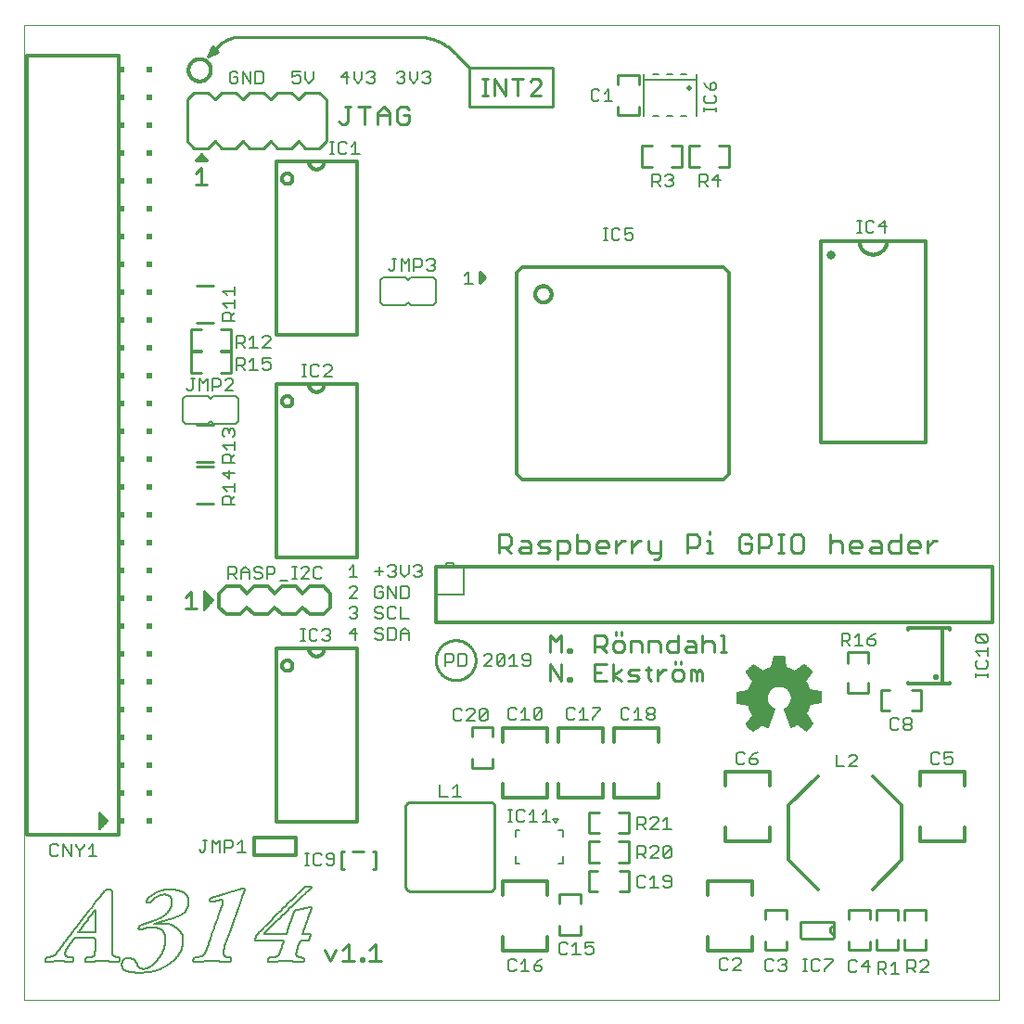
<source format=gto>
G75*
%MOIN*%
%OFA0B0*%
%FSLAX25Y25*%
%IPPOS*%
%LPD*%
%AMOC8*
5,1,8,0,0,1.08239X$1,22.5*
%
%ADD10C,0.00000*%
%ADD11C,0.00700*%
%ADD12C,0.01000*%
%ADD13C,0.00900*%
%ADD14C,0.01200*%
%ADD15C,0.00500*%
%ADD16R,0.02000X0.02000*%
%ADD17C,0.00800*%
%ADD18C,0.02000*%
%ADD19C,0.03162*%
%ADD20C,0.00600*%
%ADD21C,0.01100*%
%ADD22C,0.00787*%
%ADD23C,0.02236*%
%ADD24C,0.00200*%
D10*
X0005000Y0005000D02*
X0060118Y0005000D01*
X0355394Y0005000D01*
X0355394Y0355394D01*
X0060118Y0355394D01*
X0005000Y0355394D01*
X0005000Y0005000D01*
D11*
X0015067Y0056523D02*
X0016502Y0056523D01*
X0017219Y0057241D01*
X0018954Y0056523D02*
X0018954Y0060827D01*
X0021823Y0056523D01*
X0021823Y0060827D01*
X0023558Y0060827D02*
X0023558Y0060110D01*
X0024992Y0058675D01*
X0024992Y0056523D01*
X0024992Y0058675D02*
X0026427Y0060110D01*
X0026427Y0060827D01*
X0028162Y0059392D02*
X0029596Y0060827D01*
X0029596Y0056523D01*
X0028162Y0056523D02*
X0031031Y0056523D01*
X0017219Y0060110D02*
X0016502Y0060827D01*
X0015067Y0060827D01*
X0014350Y0060110D01*
X0014350Y0057241D01*
X0015067Y0056523D01*
X0067850Y0058760D02*
X0068567Y0058043D01*
X0069285Y0058043D01*
X0070002Y0058760D01*
X0070002Y0062347D01*
X0069285Y0062347D02*
X0070719Y0062347D01*
X0072454Y0062347D02*
X0073888Y0060912D01*
X0075323Y0062347D01*
X0075323Y0058043D01*
X0077058Y0058043D02*
X0077058Y0062347D01*
X0079210Y0062347D01*
X0079927Y0061629D01*
X0079927Y0060195D01*
X0079210Y0059477D01*
X0077058Y0059477D01*
X0081662Y0058043D02*
X0084531Y0058043D01*
X0083096Y0058043D02*
X0083096Y0062347D01*
X0081662Y0060912D01*
X0072454Y0062347D02*
X0072454Y0058043D01*
X0105850Y0057654D02*
X0107285Y0057654D01*
X0106567Y0057654D02*
X0106567Y0053350D01*
X0105850Y0053350D02*
X0107285Y0053350D01*
X0108919Y0054067D02*
X0108919Y0056936D01*
X0109637Y0057654D01*
X0111071Y0057654D01*
X0111788Y0056936D01*
X0113523Y0056936D02*
X0113523Y0056219D01*
X0114240Y0055502D01*
X0116392Y0055502D01*
X0116392Y0056936D02*
X0115675Y0057654D01*
X0114240Y0057654D01*
X0113523Y0056936D01*
X0113523Y0054067D02*
X0114240Y0053350D01*
X0115675Y0053350D01*
X0116392Y0054067D01*
X0116392Y0056936D01*
X0111788Y0054067D02*
X0111071Y0053350D01*
X0109637Y0053350D01*
X0108919Y0054067D01*
X0154404Y0078067D02*
X0157273Y0078067D01*
X0159007Y0078067D02*
X0161877Y0078067D01*
X0160442Y0078067D02*
X0160442Y0082370D01*
X0159007Y0080936D01*
X0154404Y0082370D02*
X0154404Y0078067D01*
X0178850Y0073154D02*
X0180285Y0073154D01*
X0179567Y0073154D02*
X0179567Y0068850D01*
X0178850Y0068850D02*
X0180285Y0068850D01*
X0181919Y0069567D02*
X0182637Y0068850D01*
X0184071Y0068850D01*
X0184788Y0069567D01*
X0186523Y0068850D02*
X0189392Y0068850D01*
X0187958Y0068850D02*
X0187958Y0073154D01*
X0186523Y0071719D01*
X0184788Y0072436D02*
X0184071Y0073154D01*
X0182637Y0073154D01*
X0181919Y0072436D01*
X0181919Y0069567D01*
X0191127Y0068850D02*
X0193996Y0068850D01*
X0192562Y0068850D02*
X0192562Y0073154D01*
X0191127Y0071719D01*
X0225350Y0070654D02*
X0225350Y0066350D01*
X0225350Y0067785D02*
X0227502Y0067785D01*
X0228219Y0068502D01*
X0228219Y0069936D01*
X0227502Y0070654D01*
X0225350Y0070654D01*
X0226785Y0067785D02*
X0228219Y0066350D01*
X0229954Y0066350D02*
X0232823Y0069219D01*
X0232823Y0069936D01*
X0232106Y0070654D01*
X0230671Y0070654D01*
X0229954Y0069936D01*
X0229954Y0066350D02*
X0232823Y0066350D01*
X0234558Y0066350D02*
X0237427Y0066350D01*
X0235992Y0066350D02*
X0235992Y0070654D01*
X0234558Y0069219D01*
X0235275Y0060154D02*
X0236710Y0060154D01*
X0237427Y0059436D01*
X0234558Y0056567D01*
X0235275Y0055850D01*
X0236710Y0055850D01*
X0237427Y0056567D01*
X0237427Y0059436D01*
X0235275Y0060154D02*
X0234558Y0059436D01*
X0234558Y0056567D01*
X0232823Y0055850D02*
X0229954Y0055850D01*
X0232823Y0058719D01*
X0232823Y0059436D01*
X0232106Y0060154D01*
X0230671Y0060154D01*
X0229954Y0059436D01*
X0228219Y0059436D02*
X0228219Y0058002D01*
X0227502Y0057285D01*
X0225350Y0057285D01*
X0226785Y0057285D02*
X0228219Y0055850D01*
X0225350Y0055850D02*
X0225350Y0060154D01*
X0227502Y0060154D01*
X0228219Y0059436D01*
X0227502Y0049654D02*
X0226067Y0049654D01*
X0225350Y0048936D01*
X0225350Y0046067D01*
X0226067Y0045350D01*
X0227502Y0045350D01*
X0228219Y0046067D01*
X0229954Y0045350D02*
X0232823Y0045350D01*
X0231388Y0045350D02*
X0231388Y0049654D01*
X0229954Y0048219D01*
X0228219Y0048936D02*
X0227502Y0049654D01*
X0234558Y0048936D02*
X0234558Y0048219D01*
X0235275Y0047502D01*
X0237427Y0047502D01*
X0237427Y0048936D02*
X0237427Y0046067D01*
X0236710Y0045350D01*
X0235275Y0045350D01*
X0234558Y0046067D01*
X0234558Y0048936D02*
X0235275Y0049654D01*
X0236710Y0049654D01*
X0237427Y0048936D01*
X0209427Y0025654D02*
X0206558Y0025654D01*
X0206558Y0023502D01*
X0207992Y0024219D01*
X0208710Y0024219D01*
X0209427Y0023502D01*
X0209427Y0022067D01*
X0208710Y0021350D01*
X0207275Y0021350D01*
X0206558Y0022067D01*
X0204823Y0021350D02*
X0201954Y0021350D01*
X0203388Y0021350D02*
X0203388Y0025654D01*
X0201954Y0024219D01*
X0200219Y0024936D02*
X0199502Y0025654D01*
X0198067Y0025654D01*
X0197350Y0024936D01*
X0197350Y0022067D01*
X0198067Y0021350D01*
X0199502Y0021350D01*
X0200219Y0022067D01*
X0190973Y0019477D02*
X0189539Y0018759D01*
X0188104Y0017325D01*
X0190256Y0017325D01*
X0190973Y0016607D01*
X0190973Y0015890D01*
X0190256Y0015173D01*
X0188822Y0015173D01*
X0188104Y0015890D01*
X0188104Y0017325D01*
X0186370Y0015173D02*
X0183500Y0015173D01*
X0184935Y0015173D02*
X0184935Y0019477D01*
X0183500Y0018042D01*
X0181766Y0018759D02*
X0181048Y0019477D01*
X0179614Y0019477D01*
X0178896Y0018759D01*
X0178896Y0015890D01*
X0179614Y0015173D01*
X0181048Y0015173D01*
X0181766Y0015890D01*
X0254992Y0016244D02*
X0255709Y0015527D01*
X0257144Y0015527D01*
X0257861Y0016244D01*
X0259596Y0015527D02*
X0262465Y0018396D01*
X0262465Y0019114D01*
X0261747Y0019831D01*
X0260313Y0019831D01*
X0259596Y0019114D01*
X0257861Y0019114D02*
X0257144Y0019831D01*
X0255709Y0019831D01*
X0254992Y0019114D01*
X0254992Y0016244D01*
X0259596Y0015527D02*
X0262465Y0015527D01*
X0271350Y0016067D02*
X0272067Y0015350D01*
X0273502Y0015350D01*
X0274219Y0016067D01*
X0275954Y0016067D02*
X0276671Y0015350D01*
X0278106Y0015350D01*
X0278823Y0016067D01*
X0278823Y0016785D01*
X0278106Y0017502D01*
X0277388Y0017502D01*
X0278106Y0017502D02*
X0278823Y0018219D01*
X0278823Y0018936D01*
X0278106Y0019654D01*
X0276671Y0019654D01*
X0275954Y0018936D01*
X0274219Y0018936D02*
X0273502Y0019654D01*
X0272067Y0019654D01*
X0271350Y0018936D01*
X0271350Y0016067D01*
X0284913Y0015224D02*
X0286348Y0015224D01*
X0285630Y0015224D02*
X0285630Y0019528D01*
X0284913Y0019528D02*
X0286348Y0019528D01*
X0287982Y0018810D02*
X0287982Y0015941D01*
X0288700Y0015224D01*
X0290134Y0015224D01*
X0290851Y0015941D01*
X0292586Y0015941D02*
X0295455Y0018810D01*
X0295455Y0019528D01*
X0292586Y0019528D01*
X0290851Y0018810D02*
X0290134Y0019528D01*
X0288700Y0019528D01*
X0287982Y0018810D01*
X0292586Y0015941D02*
X0292586Y0015224D01*
X0301350Y0015567D02*
X0301350Y0018436D01*
X0302067Y0019154D01*
X0303502Y0019154D01*
X0304219Y0018436D01*
X0305954Y0017002D02*
X0308823Y0017002D01*
X0308106Y0019154D02*
X0305954Y0017002D01*
X0304219Y0015567D02*
X0303502Y0014850D01*
X0302067Y0014850D01*
X0301350Y0015567D01*
X0308106Y0014850D02*
X0308106Y0019154D01*
X0311850Y0018654D02*
X0314002Y0018654D01*
X0314719Y0017936D01*
X0314719Y0016502D01*
X0314002Y0015785D01*
X0311850Y0015785D01*
X0313285Y0015785D02*
X0314719Y0014350D01*
X0316454Y0014350D02*
X0319323Y0014350D01*
X0317888Y0014350D02*
X0317888Y0018654D01*
X0316454Y0017219D01*
X0311850Y0018654D02*
X0311850Y0014350D01*
X0322350Y0014850D02*
X0322350Y0019154D01*
X0324502Y0019154D01*
X0325219Y0018436D01*
X0325219Y0017002D01*
X0324502Y0016285D01*
X0322350Y0016285D01*
X0323785Y0016285D02*
X0325219Y0014850D01*
X0326954Y0014850D02*
X0329823Y0017719D01*
X0329823Y0018436D01*
X0329106Y0019154D01*
X0327671Y0019154D01*
X0326954Y0018436D01*
X0326954Y0014850D02*
X0329823Y0014850D01*
X0331709Y0089527D02*
X0333144Y0089527D01*
X0333861Y0090244D01*
X0335596Y0090244D02*
X0336313Y0089527D01*
X0337747Y0089527D01*
X0338465Y0090244D01*
X0338465Y0091679D01*
X0337747Y0092396D01*
X0337030Y0092396D01*
X0335596Y0091679D01*
X0335596Y0093831D01*
X0338465Y0093831D01*
X0333861Y0093114D02*
X0333144Y0093831D01*
X0331709Y0093831D01*
X0330992Y0093114D01*
X0330992Y0090244D01*
X0331709Y0089527D01*
X0323106Y0101850D02*
X0321671Y0101850D01*
X0320954Y0102567D01*
X0320954Y0103285D01*
X0321671Y0104002D01*
X0323106Y0104002D01*
X0323823Y0103285D01*
X0323823Y0102567D01*
X0323106Y0101850D01*
X0323106Y0104002D02*
X0323823Y0104719D01*
X0323823Y0105436D01*
X0323106Y0106154D01*
X0321671Y0106154D01*
X0320954Y0105436D01*
X0320954Y0104719D01*
X0321671Y0104002D01*
X0319219Y0105436D02*
X0318502Y0106154D01*
X0317067Y0106154D01*
X0316350Y0105436D01*
X0316350Y0102567D01*
X0317067Y0101850D01*
X0318502Y0101850D01*
X0319219Y0102567D01*
X0304250Y0092336D02*
X0304250Y0091619D01*
X0301381Y0088750D01*
X0304250Y0088750D01*
X0304250Y0092336D02*
X0303533Y0093054D01*
X0302098Y0093054D01*
X0301381Y0092336D01*
X0299646Y0088750D02*
X0296777Y0088750D01*
X0296777Y0093054D01*
X0268465Y0093831D02*
X0267030Y0093114D01*
X0265596Y0091679D01*
X0267747Y0091679D01*
X0268465Y0090962D01*
X0268465Y0090244D01*
X0267747Y0089527D01*
X0266313Y0089527D01*
X0265596Y0090244D01*
X0265596Y0091679D01*
X0263861Y0090244D02*
X0263144Y0089527D01*
X0261709Y0089527D01*
X0260992Y0090244D01*
X0260992Y0093114D01*
X0261709Y0093831D01*
X0263144Y0093831D01*
X0263861Y0093114D01*
X0231569Y0106244D02*
X0231569Y0106962D01*
X0230851Y0107679D01*
X0229417Y0107679D01*
X0228700Y0108396D01*
X0228700Y0109114D01*
X0229417Y0109831D01*
X0230851Y0109831D01*
X0231569Y0109114D01*
X0231569Y0108396D01*
X0230851Y0107679D01*
X0229417Y0107679D02*
X0228700Y0106962D01*
X0228700Y0106244D01*
X0229417Y0105527D01*
X0230851Y0105527D01*
X0231569Y0106244D01*
X0226965Y0105527D02*
X0224096Y0105527D01*
X0225530Y0105527D02*
X0225530Y0109831D01*
X0224096Y0108396D01*
X0222361Y0109114D02*
X0221644Y0109831D01*
X0220209Y0109831D01*
X0219492Y0109114D01*
X0219492Y0106244D01*
X0220209Y0105527D01*
X0221644Y0105527D01*
X0222361Y0106244D01*
X0212069Y0109114D02*
X0209200Y0106244D01*
X0209200Y0105527D01*
X0207465Y0105527D02*
X0204596Y0105527D01*
X0206030Y0105527D02*
X0206030Y0109831D01*
X0204596Y0108396D01*
X0202861Y0109114D02*
X0202144Y0109831D01*
X0200709Y0109831D01*
X0199992Y0109114D01*
X0199992Y0106244D01*
X0200709Y0105527D01*
X0202144Y0105527D01*
X0202861Y0106244D01*
X0209200Y0109831D02*
X0212069Y0109831D01*
X0212069Y0109114D01*
X0191069Y0109114D02*
X0191069Y0106244D01*
X0190351Y0105527D01*
X0188917Y0105527D01*
X0188200Y0106244D01*
X0191069Y0109114D01*
X0190351Y0109831D01*
X0188917Y0109831D01*
X0188200Y0109114D01*
X0188200Y0106244D01*
X0186465Y0105527D02*
X0183596Y0105527D01*
X0185030Y0105527D02*
X0185030Y0109831D01*
X0183596Y0108396D01*
X0181861Y0109114D02*
X0181144Y0109831D01*
X0179709Y0109831D01*
X0178992Y0109114D01*
X0178992Y0106244D01*
X0179709Y0105527D01*
X0181144Y0105527D01*
X0181861Y0106244D01*
X0171427Y0106067D02*
X0171427Y0108936D01*
X0168558Y0106067D01*
X0169275Y0105350D01*
X0170710Y0105350D01*
X0171427Y0106067D01*
X0168558Y0106067D02*
X0168558Y0108936D01*
X0169275Y0109654D01*
X0170710Y0109654D01*
X0171427Y0108936D01*
X0166823Y0108936D02*
X0166106Y0109654D01*
X0164671Y0109654D01*
X0163954Y0108936D01*
X0162219Y0108936D02*
X0161502Y0109654D01*
X0160067Y0109654D01*
X0159350Y0108936D01*
X0159350Y0106067D01*
X0160067Y0105350D01*
X0161502Y0105350D01*
X0162219Y0106067D01*
X0163954Y0105350D02*
X0166823Y0108219D01*
X0166823Y0108936D01*
X0166823Y0105350D02*
X0163954Y0105350D01*
X0163106Y0124850D02*
X0160954Y0124850D01*
X0160954Y0129154D01*
X0163106Y0129154D01*
X0163823Y0128436D01*
X0163823Y0125567D01*
X0163106Y0124850D01*
X0159219Y0127002D02*
X0159219Y0128436D01*
X0158502Y0129154D01*
X0156350Y0129154D01*
X0156350Y0124850D01*
X0156350Y0126285D02*
X0158502Y0126285D01*
X0159219Y0127002D01*
X0170162Y0128436D02*
X0170879Y0129154D01*
X0172314Y0129154D01*
X0173031Y0128436D01*
X0173031Y0127719D01*
X0170162Y0124850D01*
X0173031Y0124850D01*
X0174766Y0125567D02*
X0177635Y0128436D01*
X0177635Y0125567D01*
X0176918Y0124850D01*
X0175483Y0124850D01*
X0174766Y0125567D01*
X0174766Y0128436D01*
X0175483Y0129154D01*
X0176918Y0129154D01*
X0177635Y0128436D01*
X0179370Y0127719D02*
X0180804Y0129154D01*
X0180804Y0124850D01*
X0179370Y0124850D02*
X0182239Y0124850D01*
X0183974Y0125567D02*
X0184691Y0124850D01*
X0186125Y0124850D01*
X0186843Y0125567D01*
X0186843Y0128436D01*
X0186125Y0129154D01*
X0184691Y0129154D01*
X0183974Y0128436D01*
X0183974Y0127719D01*
X0184691Y0127002D01*
X0186843Y0127002D01*
X0143135Y0134350D02*
X0143135Y0137219D01*
X0141700Y0138654D01*
X0140266Y0137219D01*
X0140266Y0134350D01*
X0138531Y0135067D02*
X0138531Y0137936D01*
X0137814Y0138654D01*
X0135662Y0138654D01*
X0135662Y0134350D01*
X0137814Y0134350D01*
X0138531Y0135067D01*
X0140266Y0136502D02*
X0143135Y0136502D01*
X0143135Y0141850D02*
X0140266Y0141850D01*
X0140266Y0146154D01*
X0138531Y0145436D02*
X0137814Y0146154D01*
X0136379Y0146154D01*
X0135662Y0145436D01*
X0135662Y0142567D01*
X0136379Y0141850D01*
X0137814Y0141850D01*
X0138531Y0142567D01*
X0133927Y0142567D02*
X0133927Y0143285D01*
X0133210Y0144002D01*
X0131775Y0144002D01*
X0131058Y0144719D01*
X0131058Y0145436D01*
X0131775Y0146154D01*
X0133210Y0146154D01*
X0133927Y0145436D01*
X0133927Y0142567D02*
X0133210Y0141850D01*
X0131775Y0141850D01*
X0131058Y0142567D01*
X0131775Y0138654D02*
X0131058Y0137936D01*
X0131058Y0137219D01*
X0131775Y0136502D01*
X0133210Y0136502D01*
X0133927Y0135785D01*
X0133927Y0135067D01*
X0133210Y0134350D01*
X0131775Y0134350D01*
X0131058Y0135067D01*
X0131775Y0138654D02*
X0133210Y0138654D01*
X0133927Y0137936D01*
X0124719Y0136502D02*
X0121850Y0136502D01*
X0124002Y0138654D01*
X0124002Y0134350D01*
X0124002Y0141850D02*
X0122567Y0141850D01*
X0121850Y0142567D01*
X0123285Y0144002D02*
X0124002Y0144002D01*
X0124719Y0143285D01*
X0124719Y0142567D01*
X0124002Y0141850D01*
X0124002Y0144002D02*
X0124719Y0144719D01*
X0124719Y0145436D01*
X0124002Y0146154D01*
X0122567Y0146154D01*
X0121850Y0145436D01*
X0121850Y0149350D02*
X0124719Y0152219D01*
X0124719Y0152936D01*
X0124002Y0153654D01*
X0122567Y0153654D01*
X0121850Y0152936D01*
X0121850Y0149350D02*
X0124719Y0149350D01*
X0131058Y0150067D02*
X0131058Y0152936D01*
X0131775Y0153654D01*
X0133210Y0153654D01*
X0133927Y0152936D01*
X0133927Y0151502D02*
X0132492Y0151502D01*
X0133927Y0151502D02*
X0133927Y0150067D01*
X0133210Y0149350D01*
X0131775Y0149350D01*
X0131058Y0150067D01*
X0135662Y0149350D02*
X0135662Y0153654D01*
X0138531Y0149350D01*
X0138531Y0153654D01*
X0140266Y0153654D02*
X0142418Y0153654D01*
X0143135Y0152936D01*
X0143135Y0150067D01*
X0142418Y0149350D01*
X0140266Y0149350D01*
X0140266Y0153654D01*
X0141700Y0156850D02*
X0143135Y0158285D01*
X0143135Y0161154D01*
X0144870Y0160436D02*
X0145587Y0161154D01*
X0147021Y0161154D01*
X0147739Y0160436D01*
X0147739Y0159719D01*
X0147021Y0159002D01*
X0147739Y0158285D01*
X0147739Y0157567D01*
X0147021Y0156850D01*
X0145587Y0156850D01*
X0144870Y0157567D01*
X0146304Y0159002D02*
X0147021Y0159002D01*
X0141700Y0156850D02*
X0140266Y0158285D01*
X0140266Y0161154D01*
X0138531Y0160436D02*
X0138531Y0159719D01*
X0137814Y0159002D01*
X0138531Y0158285D01*
X0138531Y0157567D01*
X0137814Y0156850D01*
X0136379Y0156850D01*
X0135662Y0157567D01*
X0137096Y0159002D02*
X0137814Y0159002D01*
X0138531Y0160436D02*
X0137814Y0161154D01*
X0136379Y0161154D01*
X0135662Y0160436D01*
X0133927Y0159002D02*
X0131058Y0159002D01*
X0132492Y0160436D02*
X0132492Y0157567D01*
X0124719Y0156850D02*
X0121850Y0156850D01*
X0123285Y0156850D02*
X0123285Y0161154D01*
X0121850Y0159719D01*
X0111912Y0159936D02*
X0111195Y0160654D01*
X0109760Y0160654D01*
X0109043Y0159936D01*
X0109043Y0157067D01*
X0109760Y0156350D01*
X0111195Y0156350D01*
X0111912Y0157067D01*
X0107308Y0156350D02*
X0104439Y0156350D01*
X0107308Y0159219D01*
X0107308Y0159936D01*
X0106591Y0160654D01*
X0105156Y0160654D01*
X0104439Y0159936D01*
X0102804Y0160654D02*
X0101370Y0160654D01*
X0102087Y0160654D02*
X0102087Y0156350D01*
X0101370Y0156350D02*
X0102804Y0156350D01*
X0099635Y0155633D02*
X0096766Y0155633D01*
X0094314Y0157785D02*
X0092162Y0157785D01*
X0092162Y0156350D02*
X0092162Y0160654D01*
X0094314Y0160654D01*
X0095031Y0159936D01*
X0095031Y0158502D01*
X0094314Y0157785D01*
X0090427Y0157785D02*
X0090427Y0157067D01*
X0089710Y0156350D01*
X0088275Y0156350D01*
X0087558Y0157067D01*
X0088275Y0158502D02*
X0087558Y0159219D01*
X0087558Y0159936D01*
X0088275Y0160654D01*
X0089710Y0160654D01*
X0090427Y0159936D01*
X0089710Y0158502D02*
X0090427Y0157785D01*
X0089710Y0158502D02*
X0088275Y0158502D01*
X0085823Y0158502D02*
X0082954Y0158502D01*
X0082954Y0159219D02*
X0084388Y0160654D01*
X0085823Y0159219D01*
X0085823Y0156350D01*
X0082954Y0156350D02*
X0082954Y0159219D01*
X0081219Y0158502D02*
X0080502Y0157785D01*
X0078350Y0157785D01*
X0079785Y0157785D02*
X0081219Y0156350D01*
X0081219Y0158502D02*
X0081219Y0159936D01*
X0080502Y0160654D01*
X0078350Y0160654D01*
X0078350Y0156350D01*
X0104366Y0138138D02*
X0105800Y0138138D01*
X0105083Y0138138D02*
X0105083Y0133834D01*
X0104366Y0133834D02*
X0105800Y0133834D01*
X0107435Y0134552D02*
X0108152Y0133834D01*
X0109587Y0133834D01*
X0110304Y0134552D01*
X0112039Y0134552D02*
X0112756Y0133834D01*
X0114191Y0133834D01*
X0114908Y0134552D01*
X0114908Y0135269D01*
X0114191Y0135986D01*
X0113473Y0135986D01*
X0114191Y0135986D02*
X0114908Y0136703D01*
X0114908Y0137421D01*
X0114191Y0138138D01*
X0112756Y0138138D01*
X0112039Y0137421D01*
X0110304Y0137421D02*
X0109587Y0138138D01*
X0108152Y0138138D01*
X0107435Y0137421D01*
X0107435Y0134552D01*
X0080650Y0183038D02*
X0076346Y0183038D01*
X0076346Y0185190D01*
X0077064Y0185907D01*
X0078498Y0185907D01*
X0079215Y0185190D01*
X0079215Y0183038D01*
X0079215Y0184473D02*
X0080650Y0185907D01*
X0080650Y0187642D02*
X0080650Y0190511D01*
X0080650Y0189077D02*
X0076346Y0189077D01*
X0077781Y0187642D01*
X0078498Y0192246D02*
X0078498Y0195115D01*
X0076346Y0194398D02*
X0078498Y0192246D01*
X0080650Y0194398D02*
X0076346Y0194398D01*
X0076346Y0198038D02*
X0076346Y0200190D01*
X0077064Y0200907D01*
X0078498Y0200907D01*
X0079215Y0200190D01*
X0079215Y0198038D01*
X0079215Y0199473D02*
X0080650Y0200907D01*
X0080650Y0202642D02*
X0080650Y0205511D01*
X0080650Y0204077D02*
X0076346Y0204077D01*
X0077781Y0202642D01*
X0077064Y0207246D02*
X0076346Y0207963D01*
X0076346Y0209398D01*
X0077064Y0210115D01*
X0077781Y0210115D01*
X0078498Y0209398D01*
X0079215Y0210115D01*
X0079933Y0210115D01*
X0080650Y0209398D01*
X0080650Y0207963D01*
X0079933Y0207246D01*
X0078498Y0208681D02*
X0078498Y0209398D01*
X0080650Y0198038D02*
X0076346Y0198038D01*
X0077162Y0223850D02*
X0080031Y0226719D01*
X0080031Y0227436D01*
X0079314Y0228154D01*
X0077879Y0228154D01*
X0077162Y0227436D01*
X0075427Y0227436D02*
X0075427Y0226002D01*
X0074710Y0225285D01*
X0072558Y0225285D01*
X0072558Y0223850D02*
X0072558Y0228154D01*
X0074710Y0228154D01*
X0075427Y0227436D01*
X0077162Y0223850D02*
X0080031Y0223850D01*
X0070823Y0223850D02*
X0070823Y0228154D01*
X0069388Y0226719D01*
X0067954Y0228154D01*
X0067954Y0223850D01*
X0065502Y0224567D02*
X0065502Y0228154D01*
X0064785Y0228154D02*
X0066219Y0228154D01*
X0065502Y0224567D02*
X0064785Y0223850D01*
X0064067Y0223850D01*
X0063350Y0224567D01*
X0081350Y0231350D02*
X0081350Y0235654D01*
X0083502Y0235654D01*
X0084219Y0234936D01*
X0084219Y0233502D01*
X0083502Y0232785D01*
X0081350Y0232785D01*
X0082785Y0232785D02*
X0084219Y0231350D01*
X0085954Y0231350D02*
X0088823Y0231350D01*
X0087388Y0231350D02*
X0087388Y0235654D01*
X0085954Y0234219D01*
X0090558Y0233502D02*
X0090558Y0235654D01*
X0093427Y0235654D01*
X0092710Y0234219D02*
X0093427Y0233502D01*
X0093427Y0232067D01*
X0092710Y0231350D01*
X0091275Y0231350D01*
X0090558Y0232067D01*
X0090558Y0233502D02*
X0091992Y0234219D01*
X0092710Y0234219D01*
X0093427Y0239350D02*
X0090558Y0239350D01*
X0093427Y0242219D01*
X0093427Y0242936D01*
X0092710Y0243654D01*
X0091275Y0243654D01*
X0090558Y0242936D01*
X0087388Y0243654D02*
X0087388Y0239350D01*
X0085954Y0239350D02*
X0088823Y0239350D01*
X0085954Y0242219D02*
X0087388Y0243654D01*
X0084219Y0242936D02*
X0084219Y0241502D01*
X0083502Y0240785D01*
X0081350Y0240785D01*
X0082785Y0240785D02*
X0084219Y0239350D01*
X0081350Y0239350D02*
X0081350Y0243654D01*
X0083502Y0243654D01*
X0084219Y0242936D01*
X0080650Y0249038D02*
X0076346Y0249038D01*
X0076346Y0251190D01*
X0077064Y0251907D01*
X0078498Y0251907D01*
X0079215Y0251190D01*
X0079215Y0249038D01*
X0079215Y0250473D02*
X0080650Y0251907D01*
X0080650Y0253642D02*
X0080650Y0256511D01*
X0080650Y0255077D02*
X0076346Y0255077D01*
X0077781Y0253642D01*
X0077781Y0258246D02*
X0076346Y0259681D01*
X0080650Y0259681D01*
X0080650Y0261115D02*
X0080650Y0258246D01*
X0104866Y0233138D02*
X0106300Y0233138D01*
X0105583Y0233138D02*
X0105583Y0228834D01*
X0104866Y0228834D02*
X0106300Y0228834D01*
X0107935Y0229552D02*
X0108652Y0228834D01*
X0110087Y0228834D01*
X0110804Y0229552D01*
X0112539Y0228834D02*
X0115408Y0231703D01*
X0115408Y0232421D01*
X0114691Y0233138D01*
X0113256Y0233138D01*
X0112539Y0232421D01*
X0110804Y0232421D02*
X0110087Y0233138D01*
X0108652Y0233138D01*
X0107935Y0232421D01*
X0107935Y0229552D01*
X0112539Y0228834D02*
X0115408Y0228834D01*
X0163246Y0262350D02*
X0166115Y0262350D01*
X0164681Y0262350D02*
X0164681Y0266654D01*
X0163246Y0265219D01*
X0152531Y0267567D02*
X0151814Y0266850D01*
X0150379Y0266850D01*
X0149662Y0267567D01*
X0151096Y0269002D02*
X0151814Y0269002D01*
X0152531Y0268285D01*
X0152531Y0267567D01*
X0151814Y0269002D02*
X0152531Y0269719D01*
X0152531Y0270436D01*
X0151814Y0271154D01*
X0150379Y0271154D01*
X0149662Y0270436D01*
X0147927Y0270436D02*
X0147927Y0269002D01*
X0147210Y0268285D01*
X0145058Y0268285D01*
X0145058Y0266850D02*
X0145058Y0271154D01*
X0147210Y0271154D01*
X0147927Y0270436D01*
X0143323Y0271154D02*
X0143323Y0266850D01*
X0140454Y0266850D02*
X0140454Y0271154D01*
X0141888Y0269719D01*
X0143323Y0271154D01*
X0138719Y0271154D02*
X0137285Y0271154D01*
X0138002Y0271154D02*
X0138002Y0267567D01*
X0137285Y0266850D01*
X0136567Y0266850D01*
X0135850Y0267567D01*
X0125408Y0308834D02*
X0122539Y0308834D01*
X0123973Y0308834D02*
X0123973Y0313138D01*
X0122539Y0311703D01*
X0120804Y0312421D02*
X0120087Y0313138D01*
X0118652Y0313138D01*
X0117935Y0312421D01*
X0117935Y0309552D01*
X0118652Y0308834D01*
X0120087Y0308834D01*
X0120804Y0309552D01*
X0116300Y0308834D02*
X0114866Y0308834D01*
X0115583Y0308834D02*
X0115583Y0313138D01*
X0114866Y0313138D02*
X0116300Y0313138D01*
X0121002Y0334350D02*
X0121002Y0338654D01*
X0118850Y0336502D01*
X0121719Y0336502D01*
X0123454Y0335785D02*
X0123454Y0338654D01*
X0126323Y0338654D02*
X0126323Y0335785D01*
X0124888Y0334350D01*
X0123454Y0335785D01*
X0128058Y0335067D02*
X0128775Y0334350D01*
X0130210Y0334350D01*
X0130927Y0335067D01*
X0130927Y0335785D01*
X0130210Y0336502D01*
X0129492Y0336502D01*
X0130210Y0336502D02*
X0130927Y0337219D01*
X0130927Y0337936D01*
X0130210Y0338654D01*
X0128775Y0338654D01*
X0128058Y0337936D01*
X0138850Y0337936D02*
X0139567Y0338654D01*
X0141002Y0338654D01*
X0141719Y0337936D01*
X0141719Y0337219D01*
X0141002Y0336502D01*
X0141719Y0335785D01*
X0141719Y0335067D01*
X0141002Y0334350D01*
X0139567Y0334350D01*
X0138850Y0335067D01*
X0140285Y0336502D02*
X0141002Y0336502D01*
X0143454Y0335785D02*
X0143454Y0338654D01*
X0146323Y0338654D02*
X0146323Y0335785D01*
X0144888Y0334350D01*
X0143454Y0335785D01*
X0148058Y0335067D02*
X0148775Y0334350D01*
X0150210Y0334350D01*
X0150927Y0335067D01*
X0150927Y0335785D01*
X0150210Y0336502D01*
X0149492Y0336502D01*
X0150210Y0336502D02*
X0150927Y0337219D01*
X0150927Y0337936D01*
X0150210Y0338654D01*
X0148775Y0338654D01*
X0148058Y0337936D01*
X0108823Y0338654D02*
X0108823Y0335785D01*
X0107388Y0334350D01*
X0105954Y0335785D01*
X0105954Y0338654D01*
X0104219Y0338654D02*
X0101350Y0338654D01*
X0101350Y0336502D01*
X0102785Y0337219D01*
X0103502Y0337219D01*
X0104219Y0336502D01*
X0104219Y0335067D01*
X0103502Y0334350D01*
X0102067Y0334350D01*
X0101350Y0335067D01*
X0090927Y0335067D02*
X0090927Y0337936D01*
X0090210Y0338654D01*
X0088058Y0338654D01*
X0088058Y0334350D01*
X0090210Y0334350D01*
X0090927Y0335067D01*
X0086323Y0334350D02*
X0086323Y0338654D01*
X0083454Y0338654D02*
X0086323Y0334350D01*
X0083454Y0334350D02*
X0083454Y0338654D01*
X0081719Y0337936D02*
X0081002Y0338654D01*
X0079567Y0338654D01*
X0078850Y0337936D01*
X0078850Y0335067D01*
X0079567Y0334350D01*
X0081002Y0334350D01*
X0081719Y0335067D01*
X0081719Y0336502D01*
X0080285Y0336502D01*
X0208850Y0331436D02*
X0208850Y0328567D01*
X0209567Y0327850D01*
X0211002Y0327850D01*
X0211719Y0328567D01*
X0213454Y0327850D02*
X0216323Y0327850D01*
X0214888Y0327850D02*
X0214888Y0332154D01*
X0213454Y0330719D01*
X0211719Y0331436D02*
X0211002Y0332154D01*
X0209567Y0332154D01*
X0208850Y0331436D01*
X0249346Y0329294D02*
X0249346Y0327859D01*
X0250064Y0327142D01*
X0252933Y0327142D01*
X0253650Y0327859D01*
X0253650Y0329294D01*
X0252933Y0330011D01*
X0252933Y0331746D02*
X0253650Y0332463D01*
X0253650Y0333898D01*
X0252933Y0334615D01*
X0252215Y0334615D01*
X0251498Y0333898D01*
X0251498Y0331746D01*
X0252933Y0331746D01*
X0251498Y0331746D02*
X0250064Y0333181D01*
X0249346Y0334615D01*
X0250064Y0330011D02*
X0249346Y0329294D01*
X0249346Y0325507D02*
X0249346Y0324073D01*
X0249346Y0324790D02*
X0253650Y0324790D01*
X0253650Y0324073D02*
X0253650Y0325507D01*
X0254398Y0301654D02*
X0252246Y0299502D01*
X0255115Y0299502D01*
X0254398Y0297350D02*
X0254398Y0301654D01*
X0250511Y0300936D02*
X0250511Y0299502D01*
X0249794Y0298785D01*
X0247642Y0298785D01*
X0249077Y0298785D02*
X0250511Y0297350D01*
X0247642Y0297350D02*
X0247642Y0301654D01*
X0249794Y0301654D01*
X0250511Y0300936D01*
X0238115Y0300936D02*
X0238115Y0300219D01*
X0237398Y0299502D01*
X0238115Y0298785D01*
X0238115Y0298067D01*
X0237398Y0297350D01*
X0235963Y0297350D01*
X0235246Y0298067D01*
X0233511Y0297350D02*
X0232077Y0298785D01*
X0232794Y0298785D02*
X0230642Y0298785D01*
X0230642Y0297350D02*
X0230642Y0301654D01*
X0232794Y0301654D01*
X0233511Y0300936D01*
X0233511Y0299502D01*
X0232794Y0298785D01*
X0235246Y0300936D02*
X0235963Y0301654D01*
X0237398Y0301654D01*
X0238115Y0300936D01*
X0237398Y0299502D02*
X0236681Y0299502D01*
X0223615Y0282154D02*
X0220746Y0282154D01*
X0220746Y0280002D01*
X0222181Y0280719D01*
X0222898Y0280719D01*
X0223615Y0280002D01*
X0223615Y0278567D01*
X0222898Y0277850D01*
X0221463Y0277850D01*
X0220746Y0278567D01*
X0219011Y0278567D02*
X0218294Y0277850D01*
X0216859Y0277850D01*
X0216142Y0278567D01*
X0216142Y0281436D01*
X0216859Y0282154D01*
X0218294Y0282154D01*
X0219011Y0281436D01*
X0214507Y0282154D02*
X0213073Y0282154D01*
X0213790Y0282154D02*
X0213790Y0277850D01*
X0213073Y0277850D02*
X0214507Y0277850D01*
X0298850Y0136654D02*
X0301002Y0136654D01*
X0301719Y0135936D01*
X0301719Y0134502D01*
X0301002Y0133785D01*
X0298850Y0133785D01*
X0300285Y0133785D02*
X0301719Y0132350D01*
X0303454Y0132350D02*
X0306323Y0132350D01*
X0304888Y0132350D02*
X0304888Y0136654D01*
X0303454Y0135219D01*
X0308058Y0134502D02*
X0309492Y0135936D01*
X0310927Y0136654D01*
X0310210Y0134502D02*
X0308058Y0134502D01*
X0308058Y0133067D01*
X0308775Y0132350D01*
X0310210Y0132350D01*
X0310927Y0133067D01*
X0310927Y0133785D01*
X0310210Y0134502D01*
X0298850Y0132350D02*
X0298850Y0136654D01*
X0346846Y0135398D02*
X0347564Y0136115D01*
X0350433Y0133246D01*
X0351150Y0133963D01*
X0351150Y0135398D01*
X0350433Y0136115D01*
X0347564Y0136115D01*
X0346846Y0135398D02*
X0346846Y0133963D01*
X0347564Y0133246D01*
X0350433Y0133246D01*
X0351150Y0131511D02*
X0351150Y0128642D01*
X0351150Y0130077D02*
X0346846Y0130077D01*
X0348281Y0128642D01*
X0347564Y0126907D02*
X0346846Y0126190D01*
X0346846Y0124755D01*
X0347564Y0124038D01*
X0350433Y0124038D01*
X0351150Y0124755D01*
X0351150Y0126190D01*
X0350433Y0126907D01*
X0351150Y0122403D02*
X0351150Y0120969D01*
X0351150Y0121686D02*
X0346846Y0121686D01*
X0346846Y0120969D02*
X0346846Y0122403D01*
D12*
X0327248Y0116248D02*
X0327248Y0108752D01*
X0324000Y0108752D01*
X0316000Y0108752D02*
X0312752Y0108752D01*
X0312752Y0116248D01*
X0316000Y0116248D01*
X0308248Y0115252D02*
X0308248Y0119000D01*
X0308248Y0115252D02*
X0300752Y0115252D01*
X0300752Y0119000D01*
X0300752Y0126000D02*
X0300752Y0129748D01*
X0308248Y0129748D01*
X0308248Y0126000D01*
X0324000Y0116248D02*
X0327248Y0116248D01*
X0325760Y0165500D02*
X0323558Y0165500D01*
X0322457Y0166601D01*
X0322457Y0168803D01*
X0323558Y0169904D01*
X0325760Y0169904D01*
X0326861Y0168803D01*
X0326861Y0167702D01*
X0322457Y0167702D01*
X0319863Y0169904D02*
X0316560Y0169904D01*
X0315459Y0168803D01*
X0315459Y0166601D01*
X0316560Y0165500D01*
X0319863Y0165500D01*
X0319863Y0172106D01*
X0312865Y0168803D02*
X0312865Y0165500D01*
X0309562Y0165500D01*
X0308461Y0166601D01*
X0309562Y0167702D01*
X0312865Y0167702D01*
X0312865Y0168803D02*
X0311764Y0169904D01*
X0309562Y0169904D01*
X0305867Y0168803D02*
X0305867Y0167702D01*
X0301463Y0167702D01*
X0301463Y0166601D02*
X0301463Y0168803D01*
X0302564Y0169904D01*
X0304766Y0169904D01*
X0305867Y0168803D01*
X0304766Y0165500D02*
X0302564Y0165500D01*
X0301463Y0166601D01*
X0298869Y0165500D02*
X0298869Y0168803D01*
X0297768Y0169904D01*
X0295566Y0169904D01*
X0294466Y0168803D01*
X0294466Y0172106D02*
X0294466Y0165500D01*
X0284873Y0166601D02*
X0284873Y0171005D01*
X0283772Y0172106D01*
X0281570Y0172106D01*
X0280470Y0171005D01*
X0280470Y0166601D01*
X0281570Y0165500D01*
X0283772Y0165500D01*
X0284873Y0166601D01*
X0278006Y0165500D02*
X0275804Y0165500D01*
X0276905Y0165500D02*
X0276905Y0172106D01*
X0275804Y0172106D02*
X0278006Y0172106D01*
X0273210Y0171005D02*
X0273210Y0168803D01*
X0272109Y0167702D01*
X0268806Y0167702D01*
X0268806Y0165500D02*
X0268806Y0172106D01*
X0272109Y0172106D01*
X0273210Y0171005D01*
X0266212Y0171005D02*
X0265111Y0172106D01*
X0262909Y0172106D01*
X0261808Y0171005D01*
X0261808Y0166601D01*
X0262909Y0165500D01*
X0265111Y0165500D01*
X0266212Y0166601D01*
X0266212Y0168803D01*
X0264010Y0168803D01*
X0252347Y0165500D02*
X0250145Y0165500D01*
X0251246Y0165500D02*
X0251246Y0169904D01*
X0250145Y0169904D01*
X0251246Y0172106D02*
X0251246Y0173207D01*
X0247551Y0171005D02*
X0247551Y0168803D01*
X0246450Y0167702D01*
X0243147Y0167702D01*
X0243147Y0165500D02*
X0243147Y0172106D01*
X0246450Y0172106D01*
X0247551Y0171005D01*
X0233555Y0169904D02*
X0233555Y0164399D01*
X0232454Y0163298D01*
X0231353Y0163298D01*
X0230252Y0165500D02*
X0233555Y0165500D01*
X0230252Y0165500D02*
X0229151Y0166601D01*
X0229151Y0169904D01*
X0226622Y0169904D02*
X0225521Y0169904D01*
X0223319Y0167702D01*
X0223319Y0165500D02*
X0223319Y0169904D01*
X0220791Y0169904D02*
X0219690Y0169904D01*
X0217488Y0167702D01*
X0217488Y0165500D02*
X0217488Y0169904D01*
X0214894Y0168803D02*
X0214894Y0167702D01*
X0210490Y0167702D01*
X0210490Y0166601D02*
X0210490Y0168803D01*
X0211591Y0169904D01*
X0213793Y0169904D01*
X0214894Y0168803D01*
X0213793Y0165500D02*
X0211591Y0165500D01*
X0210490Y0166601D01*
X0207896Y0166601D02*
X0207896Y0168803D01*
X0206795Y0169904D01*
X0203492Y0169904D01*
X0203492Y0172106D02*
X0203492Y0165500D01*
X0206795Y0165500D01*
X0207896Y0166601D01*
X0200898Y0166601D02*
X0200898Y0168803D01*
X0199797Y0169904D01*
X0196494Y0169904D01*
X0196494Y0163298D01*
X0196494Y0165500D02*
X0199797Y0165500D01*
X0200898Y0166601D01*
X0193900Y0166601D02*
X0192799Y0167702D01*
X0190597Y0167702D01*
X0189496Y0168803D01*
X0190597Y0169904D01*
X0193900Y0169904D01*
X0193900Y0166601D02*
X0192799Y0165500D01*
X0189496Y0165500D01*
X0186902Y0165500D02*
X0183599Y0165500D01*
X0182498Y0166601D01*
X0183599Y0167702D01*
X0186902Y0167702D01*
X0186902Y0168803D02*
X0186902Y0165500D01*
X0186902Y0168803D02*
X0185801Y0169904D01*
X0183599Y0169904D01*
X0179904Y0171005D02*
X0179904Y0168803D01*
X0178803Y0167702D01*
X0175500Y0167702D01*
X0177702Y0167702D02*
X0179904Y0165500D01*
X0175500Y0165500D02*
X0175500Y0172106D01*
X0178803Y0172106D01*
X0179904Y0171005D01*
X0152841Y0127000D02*
X0152843Y0127176D01*
X0152850Y0127351D01*
X0152860Y0127527D01*
X0152875Y0127702D01*
X0152895Y0127876D01*
X0152918Y0128050D01*
X0152946Y0128224D01*
X0152979Y0128397D01*
X0153015Y0128569D01*
X0153056Y0128739D01*
X0153100Y0128909D01*
X0153149Y0129078D01*
X0153202Y0129246D01*
X0153259Y0129412D01*
X0153321Y0129576D01*
X0153386Y0129740D01*
X0153455Y0129901D01*
X0153528Y0130061D01*
X0153605Y0130219D01*
X0153686Y0130375D01*
X0153771Y0130529D01*
X0153860Y0130680D01*
X0153952Y0130830D01*
X0154048Y0130977D01*
X0154147Y0131122D01*
X0154250Y0131265D01*
X0154356Y0131404D01*
X0154466Y0131542D01*
X0154579Y0131676D01*
X0154696Y0131808D01*
X0154815Y0131936D01*
X0154938Y0132062D01*
X0155064Y0132185D01*
X0155192Y0132304D01*
X0155324Y0132421D01*
X0155458Y0132534D01*
X0155596Y0132644D01*
X0155735Y0132750D01*
X0155878Y0132853D01*
X0156023Y0132952D01*
X0156170Y0133048D01*
X0156320Y0133140D01*
X0156471Y0133229D01*
X0156625Y0133314D01*
X0156781Y0133395D01*
X0156939Y0133472D01*
X0157099Y0133545D01*
X0157260Y0133614D01*
X0157424Y0133679D01*
X0157588Y0133741D01*
X0157754Y0133798D01*
X0157922Y0133851D01*
X0158091Y0133900D01*
X0158261Y0133944D01*
X0158431Y0133985D01*
X0158603Y0134021D01*
X0158776Y0134054D01*
X0158950Y0134082D01*
X0159124Y0134105D01*
X0159298Y0134125D01*
X0159473Y0134140D01*
X0159649Y0134150D01*
X0159824Y0134157D01*
X0160000Y0134159D01*
X0160176Y0134157D01*
X0160351Y0134150D01*
X0160527Y0134140D01*
X0160702Y0134125D01*
X0160876Y0134105D01*
X0161050Y0134082D01*
X0161224Y0134054D01*
X0161397Y0134021D01*
X0161569Y0133985D01*
X0161739Y0133944D01*
X0161909Y0133900D01*
X0162078Y0133851D01*
X0162246Y0133798D01*
X0162412Y0133741D01*
X0162576Y0133679D01*
X0162740Y0133614D01*
X0162901Y0133545D01*
X0163061Y0133472D01*
X0163219Y0133395D01*
X0163375Y0133314D01*
X0163529Y0133229D01*
X0163680Y0133140D01*
X0163830Y0133048D01*
X0163977Y0132952D01*
X0164122Y0132853D01*
X0164265Y0132750D01*
X0164404Y0132644D01*
X0164542Y0132534D01*
X0164676Y0132421D01*
X0164808Y0132304D01*
X0164936Y0132185D01*
X0165062Y0132062D01*
X0165185Y0131936D01*
X0165304Y0131808D01*
X0165421Y0131676D01*
X0165534Y0131542D01*
X0165644Y0131404D01*
X0165750Y0131265D01*
X0165853Y0131122D01*
X0165952Y0130977D01*
X0166048Y0130830D01*
X0166140Y0130680D01*
X0166229Y0130529D01*
X0166314Y0130375D01*
X0166395Y0130219D01*
X0166472Y0130061D01*
X0166545Y0129901D01*
X0166614Y0129740D01*
X0166679Y0129576D01*
X0166741Y0129412D01*
X0166798Y0129246D01*
X0166851Y0129078D01*
X0166900Y0128909D01*
X0166944Y0128739D01*
X0166985Y0128569D01*
X0167021Y0128397D01*
X0167054Y0128224D01*
X0167082Y0128050D01*
X0167105Y0127876D01*
X0167125Y0127702D01*
X0167140Y0127527D01*
X0167150Y0127351D01*
X0167157Y0127176D01*
X0167159Y0127000D01*
X0167157Y0126824D01*
X0167150Y0126649D01*
X0167140Y0126473D01*
X0167125Y0126298D01*
X0167105Y0126124D01*
X0167082Y0125950D01*
X0167054Y0125776D01*
X0167021Y0125603D01*
X0166985Y0125431D01*
X0166944Y0125261D01*
X0166900Y0125091D01*
X0166851Y0124922D01*
X0166798Y0124754D01*
X0166741Y0124588D01*
X0166679Y0124424D01*
X0166614Y0124260D01*
X0166545Y0124099D01*
X0166472Y0123939D01*
X0166395Y0123781D01*
X0166314Y0123625D01*
X0166229Y0123471D01*
X0166140Y0123320D01*
X0166048Y0123170D01*
X0165952Y0123023D01*
X0165853Y0122878D01*
X0165750Y0122735D01*
X0165644Y0122596D01*
X0165534Y0122458D01*
X0165421Y0122324D01*
X0165304Y0122192D01*
X0165185Y0122064D01*
X0165062Y0121938D01*
X0164936Y0121815D01*
X0164808Y0121696D01*
X0164676Y0121579D01*
X0164542Y0121466D01*
X0164404Y0121356D01*
X0164265Y0121250D01*
X0164122Y0121147D01*
X0163977Y0121048D01*
X0163830Y0120952D01*
X0163680Y0120860D01*
X0163529Y0120771D01*
X0163375Y0120686D01*
X0163219Y0120605D01*
X0163061Y0120528D01*
X0162901Y0120455D01*
X0162740Y0120386D01*
X0162576Y0120321D01*
X0162412Y0120259D01*
X0162246Y0120202D01*
X0162078Y0120149D01*
X0161909Y0120100D01*
X0161739Y0120056D01*
X0161569Y0120015D01*
X0161397Y0119979D01*
X0161224Y0119946D01*
X0161050Y0119918D01*
X0160876Y0119895D01*
X0160702Y0119875D01*
X0160527Y0119860D01*
X0160351Y0119850D01*
X0160176Y0119843D01*
X0160000Y0119841D01*
X0159824Y0119843D01*
X0159649Y0119850D01*
X0159473Y0119860D01*
X0159298Y0119875D01*
X0159124Y0119895D01*
X0158950Y0119918D01*
X0158776Y0119946D01*
X0158603Y0119979D01*
X0158431Y0120015D01*
X0158261Y0120056D01*
X0158091Y0120100D01*
X0157922Y0120149D01*
X0157754Y0120202D01*
X0157588Y0120259D01*
X0157424Y0120321D01*
X0157260Y0120386D01*
X0157099Y0120455D01*
X0156939Y0120528D01*
X0156781Y0120605D01*
X0156625Y0120686D01*
X0156471Y0120771D01*
X0156320Y0120860D01*
X0156170Y0120952D01*
X0156023Y0121048D01*
X0155878Y0121147D01*
X0155735Y0121250D01*
X0155596Y0121356D01*
X0155458Y0121466D01*
X0155324Y0121579D01*
X0155192Y0121696D01*
X0155064Y0121815D01*
X0154938Y0121938D01*
X0154815Y0122064D01*
X0154696Y0122192D01*
X0154579Y0122324D01*
X0154466Y0122458D01*
X0154356Y0122596D01*
X0154250Y0122735D01*
X0154147Y0122878D01*
X0154048Y0123023D01*
X0153952Y0123170D01*
X0153860Y0123320D01*
X0153771Y0123471D01*
X0153686Y0123625D01*
X0153605Y0123781D01*
X0153528Y0123939D01*
X0153455Y0124099D01*
X0153386Y0124260D01*
X0153321Y0124424D01*
X0153259Y0124588D01*
X0153202Y0124754D01*
X0153149Y0124922D01*
X0153100Y0125091D01*
X0153056Y0125261D01*
X0153015Y0125431D01*
X0152979Y0125603D01*
X0152946Y0125776D01*
X0152918Y0125950D01*
X0152895Y0126124D01*
X0152875Y0126298D01*
X0152860Y0126473D01*
X0152850Y0126649D01*
X0152843Y0126824D01*
X0152841Y0127000D01*
X0165752Y0102748D02*
X0165752Y0099500D01*
X0165752Y0102748D02*
X0173248Y0102748D01*
X0173248Y0099500D01*
X0173248Y0091500D02*
X0173248Y0088252D01*
X0165752Y0088252D01*
X0165752Y0091500D01*
X0172319Y0076000D02*
X0143681Y0076000D01*
X0143601Y0075998D01*
X0143521Y0075992D01*
X0143442Y0075983D01*
X0143363Y0075970D01*
X0143285Y0075953D01*
X0143207Y0075932D01*
X0143131Y0075908D01*
X0143056Y0075880D01*
X0142983Y0075848D01*
X0142911Y0075813D01*
X0142841Y0075775D01*
X0142772Y0075733D01*
X0142706Y0075688D01*
X0142642Y0075640D01*
X0142580Y0075589D01*
X0142521Y0075536D01*
X0142464Y0075479D01*
X0142411Y0075420D01*
X0142360Y0075358D01*
X0142312Y0075294D01*
X0142267Y0075228D01*
X0142225Y0075160D01*
X0142187Y0075089D01*
X0142152Y0075017D01*
X0142120Y0074944D01*
X0142092Y0074869D01*
X0142068Y0074793D01*
X0142047Y0074715D01*
X0142030Y0074637D01*
X0142017Y0074558D01*
X0142008Y0074479D01*
X0142002Y0074399D01*
X0142000Y0074319D01*
X0142000Y0045681D01*
X0142002Y0045601D01*
X0142008Y0045521D01*
X0142017Y0045442D01*
X0142030Y0045363D01*
X0142047Y0045285D01*
X0142068Y0045207D01*
X0142092Y0045131D01*
X0142120Y0045056D01*
X0142152Y0044983D01*
X0142187Y0044911D01*
X0142225Y0044841D01*
X0142267Y0044772D01*
X0142312Y0044706D01*
X0142360Y0044642D01*
X0142411Y0044580D01*
X0142464Y0044521D01*
X0142521Y0044464D01*
X0142580Y0044411D01*
X0142642Y0044360D01*
X0142706Y0044312D01*
X0142772Y0044267D01*
X0142841Y0044225D01*
X0142911Y0044187D01*
X0142983Y0044152D01*
X0143056Y0044120D01*
X0143131Y0044092D01*
X0143207Y0044068D01*
X0143285Y0044047D01*
X0143363Y0044030D01*
X0143442Y0044017D01*
X0143521Y0044008D01*
X0143601Y0044002D01*
X0143681Y0044000D01*
X0172319Y0044000D01*
X0172399Y0044002D01*
X0172479Y0044008D01*
X0172558Y0044017D01*
X0172637Y0044030D01*
X0172715Y0044047D01*
X0172793Y0044068D01*
X0172869Y0044092D01*
X0172944Y0044120D01*
X0173017Y0044152D01*
X0173089Y0044187D01*
X0173160Y0044225D01*
X0173228Y0044267D01*
X0173294Y0044312D01*
X0173358Y0044360D01*
X0173420Y0044411D01*
X0173479Y0044464D01*
X0173536Y0044521D01*
X0173589Y0044580D01*
X0173640Y0044642D01*
X0173688Y0044706D01*
X0173733Y0044772D01*
X0173775Y0044841D01*
X0173813Y0044911D01*
X0173848Y0044983D01*
X0173880Y0045056D01*
X0173908Y0045131D01*
X0173932Y0045207D01*
X0173953Y0045285D01*
X0173970Y0045363D01*
X0173983Y0045442D01*
X0173992Y0045521D01*
X0173998Y0045601D01*
X0174000Y0045681D01*
X0174000Y0074319D01*
X0173998Y0074399D01*
X0173992Y0074479D01*
X0173983Y0074558D01*
X0173970Y0074637D01*
X0173953Y0074715D01*
X0173932Y0074793D01*
X0173908Y0074869D01*
X0173880Y0074944D01*
X0173848Y0075017D01*
X0173813Y0075089D01*
X0173775Y0075160D01*
X0173733Y0075228D01*
X0173688Y0075294D01*
X0173640Y0075358D01*
X0173589Y0075420D01*
X0173536Y0075479D01*
X0173479Y0075536D01*
X0173420Y0075589D01*
X0173358Y0075640D01*
X0173294Y0075688D01*
X0173228Y0075733D01*
X0173160Y0075775D01*
X0173089Y0075813D01*
X0173017Y0075848D01*
X0172944Y0075880D01*
X0172869Y0075908D01*
X0172793Y0075932D01*
X0172715Y0075953D01*
X0172637Y0075970D01*
X0172558Y0075983D01*
X0172479Y0075992D01*
X0172399Y0075998D01*
X0172319Y0076000D01*
X0207752Y0072248D02*
X0207752Y0064752D01*
X0211500Y0064752D01*
X0211500Y0061748D02*
X0207752Y0061748D01*
X0207752Y0054252D01*
X0211500Y0054252D01*
X0211000Y0051248D02*
X0207752Y0051248D01*
X0207752Y0043752D01*
X0211000Y0043752D01*
X0204748Y0042748D02*
X0204748Y0039500D01*
X0204748Y0042748D02*
X0197252Y0042748D01*
X0197252Y0039500D01*
X0197252Y0031500D02*
X0197252Y0028252D01*
X0204748Y0028252D01*
X0204748Y0031500D01*
X0219000Y0043752D02*
X0222248Y0043752D01*
X0222248Y0051248D01*
X0219000Y0051248D01*
X0218500Y0054252D02*
X0222248Y0054252D01*
X0222248Y0061748D01*
X0218500Y0061748D01*
X0218500Y0064752D02*
X0222248Y0064752D01*
X0222248Y0072248D01*
X0218500Y0072248D01*
X0211500Y0072248D02*
X0207752Y0072248D01*
X0271252Y0037248D02*
X0271252Y0034000D01*
X0271252Y0037248D02*
X0278748Y0037248D01*
X0278748Y0034000D01*
X0283996Y0032551D02*
X0283996Y0027449D01*
X0283998Y0027410D01*
X0284004Y0027372D01*
X0284013Y0027335D01*
X0284026Y0027298D01*
X0284043Y0027263D01*
X0284062Y0027230D01*
X0284085Y0027199D01*
X0284111Y0027170D01*
X0284140Y0027144D01*
X0284171Y0027121D01*
X0284204Y0027102D01*
X0284239Y0027085D01*
X0284276Y0027072D01*
X0284313Y0027063D01*
X0284351Y0027057D01*
X0284390Y0027055D01*
X0295610Y0027055D01*
X0295649Y0027057D01*
X0295687Y0027063D01*
X0295724Y0027072D01*
X0295761Y0027085D01*
X0295796Y0027102D01*
X0295829Y0027121D01*
X0295860Y0027144D01*
X0295889Y0027170D01*
X0295915Y0027199D01*
X0295938Y0027230D01*
X0295957Y0027263D01*
X0295974Y0027298D01*
X0295987Y0027335D01*
X0295996Y0027372D01*
X0296002Y0027410D01*
X0296004Y0027449D01*
X0296004Y0032551D01*
X0296002Y0032590D01*
X0295996Y0032628D01*
X0295987Y0032665D01*
X0295974Y0032702D01*
X0295957Y0032737D01*
X0295938Y0032770D01*
X0295915Y0032801D01*
X0295889Y0032830D01*
X0295860Y0032856D01*
X0295829Y0032879D01*
X0295796Y0032898D01*
X0295761Y0032915D01*
X0295724Y0032928D01*
X0295687Y0032937D01*
X0295649Y0032943D01*
X0295610Y0032945D01*
X0284390Y0032945D01*
X0284351Y0032943D01*
X0284313Y0032937D01*
X0284276Y0032928D01*
X0284239Y0032915D01*
X0284204Y0032898D01*
X0284171Y0032879D01*
X0284140Y0032856D01*
X0284111Y0032830D01*
X0284085Y0032801D01*
X0284062Y0032770D01*
X0284043Y0032737D01*
X0284026Y0032702D01*
X0284013Y0032665D01*
X0284004Y0032628D01*
X0283998Y0032590D01*
X0283996Y0032551D01*
X0278748Y0026000D02*
X0278748Y0022752D01*
X0271252Y0022752D01*
X0271252Y0026000D01*
X0296000Y0028500D02*
X0295924Y0028502D01*
X0295848Y0028508D01*
X0295773Y0028517D01*
X0295698Y0028531D01*
X0295624Y0028548D01*
X0295551Y0028569D01*
X0295479Y0028593D01*
X0295408Y0028622D01*
X0295339Y0028653D01*
X0295272Y0028688D01*
X0295207Y0028727D01*
X0295143Y0028769D01*
X0295082Y0028814D01*
X0295023Y0028862D01*
X0294967Y0028913D01*
X0294913Y0028967D01*
X0294862Y0029023D01*
X0294814Y0029082D01*
X0294769Y0029143D01*
X0294727Y0029207D01*
X0294688Y0029272D01*
X0294653Y0029339D01*
X0294622Y0029408D01*
X0294593Y0029479D01*
X0294569Y0029551D01*
X0294548Y0029624D01*
X0294531Y0029698D01*
X0294517Y0029773D01*
X0294508Y0029848D01*
X0294502Y0029924D01*
X0294500Y0030000D01*
X0294502Y0030076D01*
X0294508Y0030152D01*
X0294517Y0030227D01*
X0294531Y0030302D01*
X0294548Y0030376D01*
X0294569Y0030449D01*
X0294593Y0030521D01*
X0294622Y0030592D01*
X0294653Y0030661D01*
X0294688Y0030728D01*
X0294727Y0030793D01*
X0294769Y0030857D01*
X0294814Y0030918D01*
X0294862Y0030977D01*
X0294913Y0031033D01*
X0294967Y0031087D01*
X0295023Y0031138D01*
X0295082Y0031186D01*
X0295143Y0031231D01*
X0295207Y0031273D01*
X0295272Y0031312D01*
X0295339Y0031347D01*
X0295408Y0031378D01*
X0295479Y0031407D01*
X0295551Y0031431D01*
X0295624Y0031452D01*
X0295698Y0031469D01*
X0295773Y0031483D01*
X0295848Y0031492D01*
X0295924Y0031498D01*
X0296000Y0031500D01*
X0301252Y0034000D02*
X0301252Y0037248D01*
X0308748Y0037248D01*
X0308748Y0034000D01*
X0311252Y0033500D02*
X0311252Y0037248D01*
X0318748Y0037248D01*
X0318748Y0033500D01*
X0321252Y0033500D02*
X0321252Y0037248D01*
X0328748Y0037248D01*
X0328748Y0033500D01*
X0328748Y0026500D02*
X0328748Y0022752D01*
X0321252Y0022752D01*
X0321252Y0026500D01*
X0318748Y0026500D02*
X0318748Y0022752D01*
X0311252Y0022752D01*
X0311252Y0026500D01*
X0308748Y0026000D02*
X0308748Y0022752D01*
X0301252Y0022752D01*
X0301252Y0026000D01*
X0131098Y0051811D02*
X0130228Y0051811D01*
X0131098Y0051811D02*
X0131098Y0058189D01*
X0130228Y0058189D01*
X0127055Y0058189D02*
X0122945Y0058189D01*
X0119772Y0058189D02*
X0118902Y0058189D01*
X0118902Y0051811D01*
X0119772Y0051811D01*
X0329455Y0165500D02*
X0329455Y0169904D01*
X0329455Y0167702D02*
X0331657Y0169904D01*
X0332758Y0169904D01*
X0170500Y0264500D02*
X0169500Y0263500D01*
X0169500Y0265500D01*
X0168500Y0266500D01*
X0168500Y0262500D01*
X0169500Y0263500D01*
X0170500Y0264500D02*
X0169500Y0265500D01*
X0226752Y0304252D02*
X0226752Y0311748D01*
X0230500Y0311748D01*
X0237500Y0311748D02*
X0241248Y0311748D01*
X0241248Y0304252D01*
X0237500Y0304252D01*
X0243752Y0304252D02*
X0247500Y0304252D01*
X0243752Y0304252D02*
X0243752Y0311748D01*
X0247500Y0311748D01*
X0254500Y0311748D02*
X0258248Y0311748D01*
X0258248Y0304252D01*
X0254500Y0304252D01*
X0230500Y0304252D02*
X0226752Y0304252D01*
X0225748Y0322752D02*
X0218252Y0322752D01*
X0218252Y0326000D01*
X0225748Y0326000D02*
X0225748Y0322752D01*
X0225748Y0334000D02*
X0225748Y0337248D01*
X0218252Y0337248D01*
X0218252Y0334000D01*
X0195000Y0340000D02*
X0195000Y0326000D01*
X0165000Y0326000D01*
X0165000Y0340000D01*
X0160266Y0344734D01*
X0165000Y0340000D02*
X0195000Y0340000D01*
X0146846Y0351000D02*
X0082077Y0351000D01*
X0074617Y0347617D02*
X0071000Y0344000D01*
X0074500Y0345500D01*
X0072500Y0347500D01*
X0071000Y0344000D01*
X0074617Y0347617D02*
X0074793Y0347801D01*
X0074973Y0347981D01*
X0075158Y0348156D01*
X0075347Y0348327D01*
X0075540Y0348493D01*
X0075737Y0348655D01*
X0075938Y0348812D01*
X0076142Y0348964D01*
X0076350Y0349111D01*
X0076561Y0349253D01*
X0076776Y0349390D01*
X0076994Y0349522D01*
X0077214Y0349649D01*
X0077438Y0349771D01*
X0077665Y0349887D01*
X0077894Y0349997D01*
X0078126Y0350103D01*
X0078361Y0350202D01*
X0078598Y0350296D01*
X0078836Y0350385D01*
X0079077Y0350467D01*
X0079320Y0350544D01*
X0079565Y0350615D01*
X0079811Y0350681D01*
X0080059Y0350740D01*
X0080308Y0350793D01*
X0080558Y0350841D01*
X0080809Y0350883D01*
X0081061Y0350918D01*
X0081314Y0350948D01*
X0081568Y0350971D01*
X0081822Y0350989D01*
X0082076Y0351000D01*
X0081000Y0331000D02*
X0083500Y0328500D01*
X0086000Y0331000D01*
X0091000Y0331000D01*
X0093500Y0328500D01*
X0096000Y0331000D01*
X0101000Y0331000D01*
X0103500Y0328500D01*
X0106000Y0331000D01*
X0111000Y0331000D01*
X0113500Y0328500D01*
X0113500Y0313500D01*
X0111000Y0311000D01*
X0106000Y0311000D01*
X0103500Y0313500D01*
X0101000Y0311000D01*
X0096000Y0311000D01*
X0093500Y0313500D01*
X0091000Y0311000D01*
X0086000Y0311000D01*
X0083500Y0313500D01*
X0081000Y0311000D01*
X0076000Y0311000D01*
X0073500Y0313500D01*
X0071000Y0311000D01*
X0066000Y0311000D01*
X0063500Y0313500D01*
X0063500Y0328500D01*
X0066000Y0331000D01*
X0071000Y0331000D01*
X0073500Y0328500D01*
X0076000Y0331000D01*
X0081000Y0331000D01*
X0068500Y0309000D02*
X0066500Y0306500D01*
X0070500Y0306500D01*
X0068500Y0309000D01*
X0068138Y0308547D02*
X0068862Y0308547D01*
X0069661Y0307549D02*
X0067339Y0307549D01*
X0066540Y0306550D02*
X0070460Y0306550D01*
X0146847Y0351000D02*
X0147306Y0350974D01*
X0147765Y0350938D01*
X0148223Y0350890D01*
X0148680Y0350831D01*
X0149135Y0350762D01*
X0149589Y0350682D01*
X0150040Y0350591D01*
X0150490Y0350489D01*
X0150936Y0350377D01*
X0151380Y0350254D01*
X0151821Y0350121D01*
X0152258Y0349977D01*
X0152692Y0349822D01*
X0153122Y0349658D01*
X0153548Y0349483D01*
X0153970Y0349298D01*
X0154387Y0349103D01*
X0154800Y0348899D01*
X0155207Y0348684D01*
X0155610Y0348460D01*
X0156007Y0348227D01*
X0156398Y0347984D01*
X0156783Y0347731D01*
X0157162Y0347470D01*
X0157535Y0347200D01*
X0157901Y0346921D01*
X0158261Y0346633D01*
X0158614Y0346337D01*
X0158959Y0346032D01*
X0159297Y0345720D01*
X0159628Y0345399D01*
X0159951Y0345071D01*
X0160266Y0344735D01*
X0072953Y0261602D02*
X0067047Y0261602D01*
X0067047Y0248398D02*
X0072953Y0248398D01*
X0075500Y0245748D02*
X0079248Y0245748D01*
X0079248Y0238252D01*
X0075500Y0238252D01*
X0075500Y0237748D02*
X0079248Y0237748D01*
X0079248Y0230252D01*
X0075500Y0230252D01*
X0068500Y0230252D02*
X0064752Y0230252D01*
X0064752Y0237748D01*
X0068500Y0237748D01*
X0068500Y0238252D02*
X0064752Y0238252D01*
X0064752Y0245748D01*
X0068500Y0245748D01*
X0067047Y0211602D02*
X0072953Y0211602D01*
X0072953Y0198398D02*
X0067047Y0198398D01*
X0067047Y0196602D02*
X0072953Y0196602D01*
X0072953Y0183398D02*
X0067047Y0183398D01*
D13*
X0064985Y0151555D02*
X0064985Y0145450D01*
X0062950Y0145450D02*
X0067020Y0145450D01*
X0062950Y0149520D02*
X0064985Y0151555D01*
X0193950Y0136055D02*
X0193950Y0129950D01*
X0198020Y0129950D02*
X0198020Y0136055D01*
X0195985Y0134020D01*
X0193950Y0136055D01*
X0200395Y0130968D02*
X0201413Y0130968D01*
X0201413Y0129950D01*
X0200395Y0129950D01*
X0200395Y0130968D01*
X0198020Y0125555D02*
X0198020Y0119450D01*
X0193950Y0125555D01*
X0193950Y0119450D01*
X0200395Y0119450D02*
X0201413Y0119450D01*
X0201413Y0120468D01*
X0200395Y0120468D01*
X0200395Y0119450D01*
X0210064Y0119450D02*
X0210064Y0125555D01*
X0214134Y0125555D01*
X0216509Y0125555D02*
X0216509Y0119450D01*
X0216509Y0121485D02*
X0219562Y0123520D01*
X0221880Y0122503D02*
X0222898Y0123520D01*
X0225951Y0123520D01*
X0224933Y0121485D02*
X0222898Y0121485D01*
X0221880Y0122503D01*
X0221880Y0119450D02*
X0224933Y0119450D01*
X0225951Y0120468D01*
X0224933Y0121485D01*
X0228326Y0123520D02*
X0230361Y0123520D01*
X0229344Y0124538D02*
X0229344Y0120468D01*
X0230361Y0119450D01*
X0232623Y0119450D02*
X0232623Y0123520D01*
X0232623Y0121485D02*
X0234658Y0123520D01*
X0235676Y0123520D01*
X0237994Y0122503D02*
X0237994Y0120468D01*
X0239012Y0119450D01*
X0241047Y0119450D01*
X0242064Y0120468D01*
X0242064Y0122503D01*
X0241047Y0123520D01*
X0239012Y0123520D01*
X0237994Y0122503D01*
X0239012Y0125555D02*
X0239012Y0126573D01*
X0241047Y0126573D02*
X0241047Y0125555D01*
X0244440Y0123520D02*
X0245457Y0123520D01*
X0246475Y0122503D01*
X0247492Y0123520D01*
X0248510Y0122503D01*
X0248510Y0119450D01*
X0246475Y0119450D02*
X0246475Y0122503D01*
X0244440Y0123520D02*
X0244440Y0119450D01*
X0243309Y0129950D02*
X0242291Y0130968D01*
X0243309Y0131985D01*
X0246361Y0131985D01*
X0246361Y0133003D02*
X0246361Y0129950D01*
X0243309Y0129950D01*
X0239916Y0129950D02*
X0236863Y0129950D01*
X0235846Y0130968D01*
X0235846Y0133003D01*
X0236863Y0134020D01*
X0239916Y0134020D01*
X0239916Y0136055D02*
X0239916Y0129950D01*
X0243309Y0134020D02*
X0245344Y0134020D01*
X0246361Y0133003D01*
X0248737Y0133003D02*
X0249754Y0134020D01*
X0251789Y0134020D01*
X0252807Y0133003D01*
X0252807Y0129950D01*
X0255182Y0129950D02*
X0257217Y0129950D01*
X0256200Y0129950D02*
X0256200Y0136055D01*
X0255182Y0136055D01*
X0248737Y0136055D02*
X0248737Y0129950D01*
X0233470Y0129950D02*
X0233470Y0133003D01*
X0232453Y0134020D01*
X0229400Y0134020D01*
X0229400Y0129950D01*
X0227025Y0129950D02*
X0227025Y0133003D01*
X0226007Y0134020D01*
X0222955Y0134020D01*
X0222955Y0129950D01*
X0220579Y0130968D02*
X0220579Y0133003D01*
X0219562Y0134020D01*
X0217527Y0134020D01*
X0216509Y0133003D01*
X0216509Y0130968D01*
X0217527Y0129950D01*
X0219562Y0129950D01*
X0220579Y0130968D01*
X0214134Y0129950D02*
X0212099Y0131985D01*
X0213116Y0131985D02*
X0210064Y0131985D01*
X0210064Y0129950D02*
X0210064Y0136055D01*
X0213116Y0136055D01*
X0214134Y0135038D01*
X0214134Y0133003D01*
X0213116Y0131985D01*
X0217527Y0136055D02*
X0217527Y0137073D01*
X0219562Y0137073D02*
X0219562Y0136055D01*
X0216509Y0121485D02*
X0219562Y0119450D01*
X0214134Y0119450D02*
X0210064Y0119450D01*
X0210064Y0122503D02*
X0212099Y0122503D01*
X0131099Y0025055D02*
X0131099Y0018950D01*
X0129064Y0018950D02*
X0133134Y0018950D01*
X0129064Y0023020D02*
X0131099Y0025055D01*
X0126859Y0019968D02*
X0126859Y0018950D01*
X0125841Y0018950D01*
X0125841Y0019968D01*
X0126859Y0019968D01*
X0123466Y0018950D02*
X0119395Y0018950D01*
X0121431Y0018950D02*
X0121431Y0025055D01*
X0119395Y0023020D01*
X0117020Y0023020D02*
X0114985Y0018950D01*
X0112950Y0023020D01*
X0070520Y0297950D02*
X0066450Y0297950D01*
X0068485Y0297950D02*
X0068485Y0304055D01*
X0066450Y0302020D01*
D14*
X0095439Y0306096D02*
X0095439Y0243904D01*
X0124561Y0243904D01*
X0124561Y0306096D01*
X0112756Y0306096D01*
X0107244Y0306096D01*
X0095439Y0306096D01*
X0097598Y0300000D02*
X0097600Y0300087D01*
X0097606Y0300173D01*
X0097616Y0300259D01*
X0097629Y0300344D01*
X0097647Y0300429D01*
X0097669Y0300513D01*
X0097694Y0300596D01*
X0097723Y0300678D01*
X0097755Y0300758D01*
X0097792Y0300836D01*
X0097832Y0300913D01*
X0097875Y0300988D01*
X0097922Y0301061D01*
X0097971Y0301132D01*
X0098025Y0301200D01*
X0098081Y0301266D01*
X0098140Y0301330D01*
X0098202Y0301390D01*
X0098266Y0301448D01*
X0098334Y0301502D01*
X0098403Y0301554D01*
X0098475Y0301602D01*
X0098549Y0301647D01*
X0098625Y0301689D01*
X0098703Y0301727D01*
X0098782Y0301761D01*
X0098863Y0301792D01*
X0098945Y0301819D01*
X0099029Y0301843D01*
X0099113Y0301862D01*
X0099198Y0301878D01*
X0099284Y0301890D01*
X0099370Y0301898D01*
X0099457Y0301902D01*
X0099543Y0301902D01*
X0099630Y0301898D01*
X0099716Y0301890D01*
X0099802Y0301878D01*
X0099887Y0301862D01*
X0099971Y0301843D01*
X0100055Y0301819D01*
X0100137Y0301792D01*
X0100218Y0301761D01*
X0100297Y0301727D01*
X0100375Y0301689D01*
X0100451Y0301647D01*
X0100525Y0301602D01*
X0100597Y0301554D01*
X0100666Y0301502D01*
X0100734Y0301448D01*
X0100798Y0301390D01*
X0100860Y0301330D01*
X0100919Y0301266D01*
X0100975Y0301200D01*
X0101029Y0301132D01*
X0101078Y0301061D01*
X0101125Y0300988D01*
X0101168Y0300913D01*
X0101208Y0300836D01*
X0101245Y0300758D01*
X0101277Y0300678D01*
X0101306Y0300596D01*
X0101331Y0300513D01*
X0101353Y0300429D01*
X0101371Y0300344D01*
X0101384Y0300259D01*
X0101394Y0300173D01*
X0101400Y0300087D01*
X0101402Y0300000D01*
X0101400Y0299913D01*
X0101394Y0299827D01*
X0101384Y0299741D01*
X0101371Y0299656D01*
X0101353Y0299571D01*
X0101331Y0299487D01*
X0101306Y0299404D01*
X0101277Y0299322D01*
X0101245Y0299242D01*
X0101208Y0299164D01*
X0101168Y0299087D01*
X0101125Y0299012D01*
X0101078Y0298939D01*
X0101029Y0298868D01*
X0100975Y0298800D01*
X0100919Y0298734D01*
X0100860Y0298670D01*
X0100798Y0298610D01*
X0100734Y0298552D01*
X0100666Y0298498D01*
X0100597Y0298446D01*
X0100525Y0298398D01*
X0100451Y0298353D01*
X0100375Y0298311D01*
X0100297Y0298273D01*
X0100218Y0298239D01*
X0100137Y0298208D01*
X0100055Y0298181D01*
X0099971Y0298157D01*
X0099887Y0298138D01*
X0099802Y0298122D01*
X0099716Y0298110D01*
X0099630Y0298102D01*
X0099543Y0298098D01*
X0099457Y0298098D01*
X0099370Y0298102D01*
X0099284Y0298110D01*
X0099198Y0298122D01*
X0099113Y0298138D01*
X0099029Y0298157D01*
X0098945Y0298181D01*
X0098863Y0298208D01*
X0098782Y0298239D01*
X0098703Y0298273D01*
X0098625Y0298311D01*
X0098549Y0298353D01*
X0098475Y0298398D01*
X0098403Y0298446D01*
X0098334Y0298498D01*
X0098266Y0298552D01*
X0098202Y0298610D01*
X0098140Y0298670D01*
X0098081Y0298734D01*
X0098025Y0298800D01*
X0097971Y0298868D01*
X0097922Y0298939D01*
X0097875Y0299012D01*
X0097832Y0299087D01*
X0097792Y0299164D01*
X0097755Y0299242D01*
X0097723Y0299322D01*
X0097694Y0299404D01*
X0097669Y0299487D01*
X0097647Y0299571D01*
X0097629Y0299656D01*
X0097616Y0299741D01*
X0097606Y0299827D01*
X0097600Y0299913D01*
X0097598Y0300000D01*
X0107244Y0306096D02*
X0107246Y0305992D01*
X0107252Y0305888D01*
X0107262Y0305784D01*
X0107276Y0305680D01*
X0107293Y0305578D01*
X0107315Y0305475D01*
X0107340Y0305374D01*
X0107369Y0305274D01*
X0107402Y0305175D01*
X0107439Y0305078D01*
X0107479Y0304981D01*
X0107523Y0304887D01*
X0107571Y0304794D01*
X0107622Y0304703D01*
X0107676Y0304614D01*
X0107734Y0304527D01*
X0107795Y0304442D01*
X0107859Y0304360D01*
X0107926Y0304280D01*
X0107997Y0304203D01*
X0108070Y0304129D01*
X0108146Y0304057D01*
X0108224Y0303989D01*
X0108305Y0303923D01*
X0108389Y0303860D01*
X0108474Y0303801D01*
X0108562Y0303745D01*
X0108652Y0303692D01*
X0108744Y0303643D01*
X0108838Y0303597D01*
X0108933Y0303555D01*
X0109030Y0303516D01*
X0109129Y0303481D01*
X0109228Y0303450D01*
X0109329Y0303423D01*
X0109430Y0303400D01*
X0109533Y0303380D01*
X0109636Y0303364D01*
X0109740Y0303352D01*
X0109844Y0303344D01*
X0109948Y0303340D01*
X0110052Y0303340D01*
X0110156Y0303344D01*
X0110260Y0303352D01*
X0110364Y0303364D01*
X0110467Y0303380D01*
X0110570Y0303400D01*
X0110671Y0303423D01*
X0110772Y0303450D01*
X0110871Y0303481D01*
X0110970Y0303516D01*
X0111067Y0303555D01*
X0111162Y0303597D01*
X0111256Y0303643D01*
X0111348Y0303692D01*
X0111438Y0303745D01*
X0111526Y0303801D01*
X0111611Y0303860D01*
X0111695Y0303923D01*
X0111776Y0303989D01*
X0111854Y0304057D01*
X0111930Y0304129D01*
X0112003Y0304203D01*
X0112074Y0304280D01*
X0112141Y0304360D01*
X0112205Y0304442D01*
X0112266Y0304527D01*
X0112324Y0304614D01*
X0112378Y0304703D01*
X0112429Y0304794D01*
X0112477Y0304887D01*
X0112521Y0304981D01*
X0112561Y0305078D01*
X0112598Y0305175D01*
X0112631Y0305274D01*
X0112660Y0305374D01*
X0112685Y0305475D01*
X0112707Y0305578D01*
X0112724Y0305680D01*
X0112738Y0305784D01*
X0112748Y0305888D01*
X0112754Y0305992D01*
X0112756Y0306096D01*
X0064000Y0339000D02*
X0064002Y0339126D01*
X0064008Y0339252D01*
X0064018Y0339378D01*
X0064032Y0339504D01*
X0064050Y0339629D01*
X0064072Y0339753D01*
X0064097Y0339877D01*
X0064127Y0340000D01*
X0064160Y0340121D01*
X0064198Y0340242D01*
X0064239Y0340361D01*
X0064284Y0340480D01*
X0064332Y0340596D01*
X0064384Y0340711D01*
X0064440Y0340824D01*
X0064500Y0340936D01*
X0064563Y0341045D01*
X0064629Y0341153D01*
X0064698Y0341258D01*
X0064771Y0341361D01*
X0064848Y0341462D01*
X0064927Y0341560D01*
X0065009Y0341656D01*
X0065095Y0341749D01*
X0065183Y0341840D01*
X0065274Y0341927D01*
X0065368Y0342012D01*
X0065464Y0342093D01*
X0065563Y0342172D01*
X0065664Y0342247D01*
X0065768Y0342319D01*
X0065874Y0342388D01*
X0065982Y0342454D01*
X0066092Y0342516D01*
X0066204Y0342574D01*
X0066317Y0342629D01*
X0066433Y0342680D01*
X0066550Y0342728D01*
X0066668Y0342772D01*
X0066788Y0342812D01*
X0066909Y0342848D01*
X0067031Y0342881D01*
X0067154Y0342910D01*
X0067278Y0342934D01*
X0067402Y0342955D01*
X0067527Y0342972D01*
X0067653Y0342985D01*
X0067779Y0342994D01*
X0067905Y0342999D01*
X0068032Y0343000D01*
X0068158Y0342997D01*
X0068284Y0342990D01*
X0068410Y0342979D01*
X0068535Y0342964D01*
X0068660Y0342945D01*
X0068784Y0342922D01*
X0068908Y0342896D01*
X0069030Y0342865D01*
X0069152Y0342831D01*
X0069272Y0342792D01*
X0069391Y0342750D01*
X0069509Y0342705D01*
X0069625Y0342655D01*
X0069740Y0342602D01*
X0069852Y0342545D01*
X0069963Y0342485D01*
X0070072Y0342421D01*
X0070179Y0342354D01*
X0070284Y0342284D01*
X0070387Y0342210D01*
X0070487Y0342133D01*
X0070585Y0342053D01*
X0070680Y0341970D01*
X0070772Y0341884D01*
X0070862Y0341795D01*
X0070949Y0341703D01*
X0071032Y0341609D01*
X0071113Y0341512D01*
X0071191Y0341412D01*
X0071266Y0341310D01*
X0071337Y0341206D01*
X0071405Y0341099D01*
X0071469Y0340991D01*
X0071530Y0340880D01*
X0071588Y0340768D01*
X0071642Y0340654D01*
X0071692Y0340538D01*
X0071739Y0340421D01*
X0071782Y0340302D01*
X0071821Y0340182D01*
X0071857Y0340061D01*
X0071888Y0339938D01*
X0071916Y0339815D01*
X0071940Y0339691D01*
X0071960Y0339566D01*
X0071976Y0339441D01*
X0071988Y0339315D01*
X0071996Y0339189D01*
X0072000Y0339063D01*
X0072000Y0338937D01*
X0071996Y0338811D01*
X0071988Y0338685D01*
X0071976Y0338559D01*
X0071960Y0338434D01*
X0071940Y0338309D01*
X0071916Y0338185D01*
X0071888Y0338062D01*
X0071857Y0337939D01*
X0071821Y0337818D01*
X0071782Y0337698D01*
X0071739Y0337579D01*
X0071692Y0337462D01*
X0071642Y0337346D01*
X0071588Y0337232D01*
X0071530Y0337120D01*
X0071469Y0337009D01*
X0071405Y0336901D01*
X0071337Y0336794D01*
X0071266Y0336690D01*
X0071191Y0336588D01*
X0071113Y0336488D01*
X0071032Y0336391D01*
X0070949Y0336297D01*
X0070862Y0336205D01*
X0070772Y0336116D01*
X0070680Y0336030D01*
X0070585Y0335947D01*
X0070487Y0335867D01*
X0070387Y0335790D01*
X0070284Y0335716D01*
X0070179Y0335646D01*
X0070072Y0335579D01*
X0069963Y0335515D01*
X0069852Y0335455D01*
X0069740Y0335398D01*
X0069625Y0335345D01*
X0069509Y0335295D01*
X0069391Y0335250D01*
X0069272Y0335208D01*
X0069152Y0335169D01*
X0069030Y0335135D01*
X0068908Y0335104D01*
X0068784Y0335078D01*
X0068660Y0335055D01*
X0068535Y0335036D01*
X0068410Y0335021D01*
X0068284Y0335010D01*
X0068158Y0335003D01*
X0068032Y0335000D01*
X0067905Y0335001D01*
X0067779Y0335006D01*
X0067653Y0335015D01*
X0067527Y0335028D01*
X0067402Y0335045D01*
X0067278Y0335066D01*
X0067154Y0335090D01*
X0067031Y0335119D01*
X0066909Y0335152D01*
X0066788Y0335188D01*
X0066668Y0335228D01*
X0066550Y0335272D01*
X0066433Y0335320D01*
X0066317Y0335371D01*
X0066204Y0335426D01*
X0066092Y0335484D01*
X0065982Y0335546D01*
X0065874Y0335612D01*
X0065768Y0335681D01*
X0065664Y0335753D01*
X0065563Y0335828D01*
X0065464Y0335907D01*
X0065368Y0335988D01*
X0065274Y0336073D01*
X0065183Y0336160D01*
X0065095Y0336251D01*
X0065009Y0336344D01*
X0064927Y0336440D01*
X0064848Y0336538D01*
X0064771Y0336639D01*
X0064698Y0336742D01*
X0064629Y0336847D01*
X0064563Y0336955D01*
X0064500Y0337064D01*
X0064440Y0337176D01*
X0064384Y0337289D01*
X0064332Y0337404D01*
X0064284Y0337520D01*
X0064239Y0337639D01*
X0064198Y0337758D01*
X0064160Y0337879D01*
X0064127Y0338000D01*
X0064097Y0338123D01*
X0064072Y0338247D01*
X0064050Y0338371D01*
X0064032Y0338496D01*
X0064018Y0338622D01*
X0064008Y0338748D01*
X0064002Y0338874D01*
X0064000Y0339000D01*
X0039000Y0344173D02*
X0039000Y0064173D01*
X0006000Y0064173D01*
X0006000Y0344173D01*
X0039000Y0344173D01*
X0181772Y0266299D02*
X0183740Y0268268D01*
X0256260Y0268268D01*
X0258228Y0266299D01*
X0258228Y0193740D01*
X0256260Y0191772D01*
X0183740Y0191772D01*
X0181772Y0193740D01*
X0181772Y0266299D01*
X0188582Y0258465D02*
X0188584Y0258573D01*
X0188590Y0258682D01*
X0188600Y0258790D01*
X0188614Y0258897D01*
X0188632Y0259004D01*
X0188653Y0259111D01*
X0188679Y0259216D01*
X0188709Y0259321D01*
X0188742Y0259424D01*
X0188779Y0259526D01*
X0188820Y0259626D01*
X0188864Y0259725D01*
X0188913Y0259823D01*
X0188964Y0259918D01*
X0189019Y0260011D01*
X0189078Y0260103D01*
X0189140Y0260192D01*
X0189205Y0260279D01*
X0189273Y0260363D01*
X0189344Y0260445D01*
X0189418Y0260524D01*
X0189495Y0260600D01*
X0189575Y0260674D01*
X0189658Y0260744D01*
X0189743Y0260812D01*
X0189830Y0260876D01*
X0189920Y0260937D01*
X0190012Y0260995D01*
X0190106Y0261049D01*
X0190202Y0261100D01*
X0190299Y0261147D01*
X0190399Y0261191D01*
X0190500Y0261231D01*
X0190602Y0261267D01*
X0190705Y0261299D01*
X0190810Y0261328D01*
X0190916Y0261352D01*
X0191022Y0261373D01*
X0191129Y0261390D01*
X0191237Y0261403D01*
X0191345Y0261412D01*
X0191454Y0261417D01*
X0191562Y0261418D01*
X0191671Y0261415D01*
X0191779Y0261408D01*
X0191887Y0261397D01*
X0191994Y0261382D01*
X0192101Y0261363D01*
X0192207Y0261340D01*
X0192312Y0261314D01*
X0192417Y0261283D01*
X0192519Y0261249D01*
X0192621Y0261211D01*
X0192721Y0261169D01*
X0192820Y0261124D01*
X0192917Y0261075D01*
X0193011Y0261022D01*
X0193104Y0260966D01*
X0193195Y0260907D01*
X0193284Y0260844D01*
X0193370Y0260779D01*
X0193454Y0260710D01*
X0193535Y0260638D01*
X0193613Y0260563D01*
X0193689Y0260485D01*
X0193762Y0260404D01*
X0193832Y0260321D01*
X0193898Y0260236D01*
X0193962Y0260148D01*
X0194022Y0260057D01*
X0194079Y0259965D01*
X0194132Y0259870D01*
X0194182Y0259774D01*
X0194228Y0259676D01*
X0194271Y0259576D01*
X0194310Y0259475D01*
X0194345Y0259372D01*
X0194377Y0259269D01*
X0194404Y0259164D01*
X0194428Y0259058D01*
X0194448Y0258951D01*
X0194464Y0258844D01*
X0194476Y0258736D01*
X0194484Y0258628D01*
X0194488Y0258519D01*
X0194488Y0258411D01*
X0194484Y0258302D01*
X0194476Y0258194D01*
X0194464Y0258086D01*
X0194448Y0257979D01*
X0194428Y0257872D01*
X0194404Y0257766D01*
X0194377Y0257661D01*
X0194345Y0257558D01*
X0194310Y0257455D01*
X0194271Y0257354D01*
X0194228Y0257254D01*
X0194182Y0257156D01*
X0194132Y0257060D01*
X0194079Y0256965D01*
X0194022Y0256873D01*
X0193962Y0256782D01*
X0193898Y0256694D01*
X0193832Y0256609D01*
X0193762Y0256526D01*
X0193689Y0256445D01*
X0193613Y0256367D01*
X0193535Y0256292D01*
X0193454Y0256220D01*
X0193370Y0256151D01*
X0193284Y0256086D01*
X0193195Y0256023D01*
X0193104Y0255964D01*
X0193012Y0255908D01*
X0192917Y0255855D01*
X0192820Y0255806D01*
X0192721Y0255761D01*
X0192621Y0255719D01*
X0192519Y0255681D01*
X0192417Y0255647D01*
X0192312Y0255616D01*
X0192207Y0255590D01*
X0192101Y0255567D01*
X0191994Y0255548D01*
X0191887Y0255533D01*
X0191779Y0255522D01*
X0191671Y0255515D01*
X0191562Y0255512D01*
X0191454Y0255513D01*
X0191345Y0255518D01*
X0191237Y0255527D01*
X0191129Y0255540D01*
X0191022Y0255557D01*
X0190916Y0255578D01*
X0190810Y0255602D01*
X0190705Y0255631D01*
X0190602Y0255663D01*
X0190500Y0255699D01*
X0190399Y0255739D01*
X0190299Y0255783D01*
X0190202Y0255830D01*
X0190106Y0255881D01*
X0190012Y0255935D01*
X0189920Y0255993D01*
X0189830Y0256054D01*
X0189743Y0256118D01*
X0189658Y0256186D01*
X0189575Y0256256D01*
X0189495Y0256330D01*
X0189418Y0256406D01*
X0189344Y0256485D01*
X0189273Y0256567D01*
X0189205Y0256651D01*
X0189140Y0256738D01*
X0189078Y0256827D01*
X0189019Y0256919D01*
X0188964Y0257012D01*
X0188913Y0257107D01*
X0188864Y0257205D01*
X0188820Y0257304D01*
X0188779Y0257404D01*
X0188742Y0257506D01*
X0188709Y0257609D01*
X0188679Y0257714D01*
X0188653Y0257819D01*
X0188632Y0257926D01*
X0188614Y0258033D01*
X0188600Y0258140D01*
X0188590Y0258248D01*
X0188584Y0258357D01*
X0188582Y0258465D01*
X0124561Y0226096D02*
X0112756Y0226096D01*
X0107244Y0226096D01*
X0095439Y0226096D01*
X0095439Y0163904D01*
X0124561Y0163904D01*
X0124561Y0226096D01*
X0112756Y0226096D02*
X0112754Y0225992D01*
X0112748Y0225888D01*
X0112738Y0225784D01*
X0112724Y0225680D01*
X0112707Y0225578D01*
X0112685Y0225475D01*
X0112660Y0225374D01*
X0112631Y0225274D01*
X0112598Y0225175D01*
X0112561Y0225078D01*
X0112521Y0224981D01*
X0112477Y0224887D01*
X0112429Y0224794D01*
X0112378Y0224703D01*
X0112324Y0224614D01*
X0112266Y0224527D01*
X0112205Y0224442D01*
X0112141Y0224360D01*
X0112074Y0224280D01*
X0112003Y0224203D01*
X0111930Y0224129D01*
X0111854Y0224057D01*
X0111776Y0223989D01*
X0111695Y0223923D01*
X0111611Y0223860D01*
X0111526Y0223801D01*
X0111438Y0223745D01*
X0111348Y0223692D01*
X0111256Y0223643D01*
X0111162Y0223597D01*
X0111067Y0223555D01*
X0110970Y0223516D01*
X0110871Y0223481D01*
X0110772Y0223450D01*
X0110671Y0223423D01*
X0110570Y0223400D01*
X0110467Y0223380D01*
X0110364Y0223364D01*
X0110260Y0223352D01*
X0110156Y0223344D01*
X0110052Y0223340D01*
X0109948Y0223340D01*
X0109844Y0223344D01*
X0109740Y0223352D01*
X0109636Y0223364D01*
X0109533Y0223380D01*
X0109430Y0223400D01*
X0109329Y0223423D01*
X0109228Y0223450D01*
X0109129Y0223481D01*
X0109030Y0223516D01*
X0108933Y0223555D01*
X0108838Y0223597D01*
X0108744Y0223643D01*
X0108652Y0223692D01*
X0108562Y0223745D01*
X0108474Y0223801D01*
X0108389Y0223860D01*
X0108305Y0223923D01*
X0108224Y0223989D01*
X0108146Y0224057D01*
X0108070Y0224129D01*
X0107997Y0224203D01*
X0107926Y0224280D01*
X0107859Y0224360D01*
X0107795Y0224442D01*
X0107734Y0224527D01*
X0107676Y0224614D01*
X0107622Y0224703D01*
X0107571Y0224794D01*
X0107523Y0224887D01*
X0107479Y0224981D01*
X0107439Y0225078D01*
X0107402Y0225175D01*
X0107369Y0225274D01*
X0107340Y0225374D01*
X0107315Y0225475D01*
X0107293Y0225578D01*
X0107276Y0225680D01*
X0107262Y0225784D01*
X0107252Y0225888D01*
X0107246Y0225992D01*
X0107244Y0226096D01*
X0097598Y0220000D02*
X0097600Y0220087D01*
X0097606Y0220173D01*
X0097616Y0220259D01*
X0097629Y0220344D01*
X0097647Y0220429D01*
X0097669Y0220513D01*
X0097694Y0220596D01*
X0097723Y0220678D01*
X0097755Y0220758D01*
X0097792Y0220836D01*
X0097832Y0220913D01*
X0097875Y0220988D01*
X0097922Y0221061D01*
X0097971Y0221132D01*
X0098025Y0221200D01*
X0098081Y0221266D01*
X0098140Y0221330D01*
X0098202Y0221390D01*
X0098266Y0221448D01*
X0098334Y0221502D01*
X0098403Y0221554D01*
X0098475Y0221602D01*
X0098549Y0221647D01*
X0098625Y0221689D01*
X0098703Y0221727D01*
X0098782Y0221761D01*
X0098863Y0221792D01*
X0098945Y0221819D01*
X0099029Y0221843D01*
X0099113Y0221862D01*
X0099198Y0221878D01*
X0099284Y0221890D01*
X0099370Y0221898D01*
X0099457Y0221902D01*
X0099543Y0221902D01*
X0099630Y0221898D01*
X0099716Y0221890D01*
X0099802Y0221878D01*
X0099887Y0221862D01*
X0099971Y0221843D01*
X0100055Y0221819D01*
X0100137Y0221792D01*
X0100218Y0221761D01*
X0100297Y0221727D01*
X0100375Y0221689D01*
X0100451Y0221647D01*
X0100525Y0221602D01*
X0100597Y0221554D01*
X0100666Y0221502D01*
X0100734Y0221448D01*
X0100798Y0221390D01*
X0100860Y0221330D01*
X0100919Y0221266D01*
X0100975Y0221200D01*
X0101029Y0221132D01*
X0101078Y0221061D01*
X0101125Y0220988D01*
X0101168Y0220913D01*
X0101208Y0220836D01*
X0101245Y0220758D01*
X0101277Y0220678D01*
X0101306Y0220596D01*
X0101331Y0220513D01*
X0101353Y0220429D01*
X0101371Y0220344D01*
X0101384Y0220259D01*
X0101394Y0220173D01*
X0101400Y0220087D01*
X0101402Y0220000D01*
X0101400Y0219913D01*
X0101394Y0219827D01*
X0101384Y0219741D01*
X0101371Y0219656D01*
X0101353Y0219571D01*
X0101331Y0219487D01*
X0101306Y0219404D01*
X0101277Y0219322D01*
X0101245Y0219242D01*
X0101208Y0219164D01*
X0101168Y0219087D01*
X0101125Y0219012D01*
X0101078Y0218939D01*
X0101029Y0218868D01*
X0100975Y0218800D01*
X0100919Y0218734D01*
X0100860Y0218670D01*
X0100798Y0218610D01*
X0100734Y0218552D01*
X0100666Y0218498D01*
X0100597Y0218446D01*
X0100525Y0218398D01*
X0100451Y0218353D01*
X0100375Y0218311D01*
X0100297Y0218273D01*
X0100218Y0218239D01*
X0100137Y0218208D01*
X0100055Y0218181D01*
X0099971Y0218157D01*
X0099887Y0218138D01*
X0099802Y0218122D01*
X0099716Y0218110D01*
X0099630Y0218102D01*
X0099543Y0218098D01*
X0099457Y0218098D01*
X0099370Y0218102D01*
X0099284Y0218110D01*
X0099198Y0218122D01*
X0099113Y0218138D01*
X0099029Y0218157D01*
X0098945Y0218181D01*
X0098863Y0218208D01*
X0098782Y0218239D01*
X0098703Y0218273D01*
X0098625Y0218311D01*
X0098549Y0218353D01*
X0098475Y0218398D01*
X0098403Y0218446D01*
X0098334Y0218498D01*
X0098266Y0218552D01*
X0098202Y0218610D01*
X0098140Y0218670D01*
X0098081Y0218734D01*
X0098025Y0218800D01*
X0097971Y0218868D01*
X0097922Y0218939D01*
X0097875Y0219012D01*
X0097832Y0219087D01*
X0097792Y0219164D01*
X0097755Y0219242D01*
X0097723Y0219322D01*
X0097694Y0219404D01*
X0097669Y0219487D01*
X0097647Y0219571D01*
X0097629Y0219656D01*
X0097616Y0219741D01*
X0097606Y0219827D01*
X0097600Y0219913D01*
X0097598Y0220000D01*
X0152953Y0160669D02*
X0156703Y0160669D01*
X0159203Y0160669D01*
X0162953Y0160669D01*
X0352953Y0160669D01*
X0352953Y0140669D01*
X0152953Y0140669D01*
X0152953Y0150669D01*
X0152953Y0160669D01*
X0115000Y0151000D02*
X0115000Y0146000D01*
X0112500Y0143500D01*
X0107500Y0143500D01*
X0105000Y0146000D01*
X0102500Y0143500D01*
X0097500Y0143500D01*
X0095000Y0146000D01*
X0092500Y0143500D01*
X0087500Y0143500D01*
X0085000Y0146000D01*
X0082500Y0143500D01*
X0077500Y0143500D01*
X0075000Y0146000D01*
X0075000Y0151000D01*
X0077500Y0153500D01*
X0082500Y0153500D01*
X0085000Y0151000D01*
X0087500Y0153500D01*
X0092500Y0153500D01*
X0095000Y0151000D01*
X0097500Y0153500D01*
X0102500Y0153500D01*
X0105000Y0151000D01*
X0107500Y0153500D01*
X0112500Y0153500D01*
X0115000Y0151000D01*
X0112756Y0131096D02*
X0107244Y0131096D01*
X0095439Y0131096D01*
X0095439Y0068904D01*
X0124561Y0068904D01*
X0124561Y0131096D01*
X0112756Y0131096D01*
X0112754Y0130992D01*
X0112748Y0130888D01*
X0112738Y0130784D01*
X0112724Y0130680D01*
X0112707Y0130578D01*
X0112685Y0130475D01*
X0112660Y0130374D01*
X0112631Y0130274D01*
X0112598Y0130175D01*
X0112561Y0130078D01*
X0112521Y0129981D01*
X0112477Y0129887D01*
X0112429Y0129794D01*
X0112378Y0129703D01*
X0112324Y0129614D01*
X0112266Y0129527D01*
X0112205Y0129442D01*
X0112141Y0129360D01*
X0112074Y0129280D01*
X0112003Y0129203D01*
X0111930Y0129129D01*
X0111854Y0129057D01*
X0111776Y0128989D01*
X0111695Y0128923D01*
X0111611Y0128860D01*
X0111526Y0128801D01*
X0111438Y0128745D01*
X0111348Y0128692D01*
X0111256Y0128643D01*
X0111162Y0128597D01*
X0111067Y0128555D01*
X0110970Y0128516D01*
X0110871Y0128481D01*
X0110772Y0128450D01*
X0110671Y0128423D01*
X0110570Y0128400D01*
X0110467Y0128380D01*
X0110364Y0128364D01*
X0110260Y0128352D01*
X0110156Y0128344D01*
X0110052Y0128340D01*
X0109948Y0128340D01*
X0109844Y0128344D01*
X0109740Y0128352D01*
X0109636Y0128364D01*
X0109533Y0128380D01*
X0109430Y0128400D01*
X0109329Y0128423D01*
X0109228Y0128450D01*
X0109129Y0128481D01*
X0109030Y0128516D01*
X0108933Y0128555D01*
X0108838Y0128597D01*
X0108744Y0128643D01*
X0108652Y0128692D01*
X0108562Y0128745D01*
X0108474Y0128801D01*
X0108389Y0128860D01*
X0108305Y0128923D01*
X0108224Y0128989D01*
X0108146Y0129057D01*
X0108070Y0129129D01*
X0107997Y0129203D01*
X0107926Y0129280D01*
X0107859Y0129360D01*
X0107795Y0129442D01*
X0107734Y0129527D01*
X0107676Y0129614D01*
X0107622Y0129703D01*
X0107571Y0129794D01*
X0107523Y0129887D01*
X0107479Y0129981D01*
X0107439Y0130078D01*
X0107402Y0130175D01*
X0107369Y0130274D01*
X0107340Y0130374D01*
X0107315Y0130475D01*
X0107293Y0130578D01*
X0107276Y0130680D01*
X0107262Y0130784D01*
X0107252Y0130888D01*
X0107246Y0130992D01*
X0107244Y0131096D01*
X0097598Y0125000D02*
X0097600Y0125087D01*
X0097606Y0125173D01*
X0097616Y0125259D01*
X0097629Y0125344D01*
X0097647Y0125429D01*
X0097669Y0125513D01*
X0097694Y0125596D01*
X0097723Y0125678D01*
X0097755Y0125758D01*
X0097792Y0125836D01*
X0097832Y0125913D01*
X0097875Y0125988D01*
X0097922Y0126061D01*
X0097971Y0126132D01*
X0098025Y0126200D01*
X0098081Y0126266D01*
X0098140Y0126330D01*
X0098202Y0126390D01*
X0098266Y0126448D01*
X0098334Y0126502D01*
X0098403Y0126554D01*
X0098475Y0126602D01*
X0098549Y0126647D01*
X0098625Y0126689D01*
X0098703Y0126727D01*
X0098782Y0126761D01*
X0098863Y0126792D01*
X0098945Y0126819D01*
X0099029Y0126843D01*
X0099113Y0126862D01*
X0099198Y0126878D01*
X0099284Y0126890D01*
X0099370Y0126898D01*
X0099457Y0126902D01*
X0099543Y0126902D01*
X0099630Y0126898D01*
X0099716Y0126890D01*
X0099802Y0126878D01*
X0099887Y0126862D01*
X0099971Y0126843D01*
X0100055Y0126819D01*
X0100137Y0126792D01*
X0100218Y0126761D01*
X0100297Y0126727D01*
X0100375Y0126689D01*
X0100451Y0126647D01*
X0100525Y0126602D01*
X0100597Y0126554D01*
X0100666Y0126502D01*
X0100734Y0126448D01*
X0100798Y0126390D01*
X0100860Y0126330D01*
X0100919Y0126266D01*
X0100975Y0126200D01*
X0101029Y0126132D01*
X0101078Y0126061D01*
X0101125Y0125988D01*
X0101168Y0125913D01*
X0101208Y0125836D01*
X0101245Y0125758D01*
X0101277Y0125678D01*
X0101306Y0125596D01*
X0101331Y0125513D01*
X0101353Y0125429D01*
X0101371Y0125344D01*
X0101384Y0125259D01*
X0101394Y0125173D01*
X0101400Y0125087D01*
X0101402Y0125000D01*
X0101400Y0124913D01*
X0101394Y0124827D01*
X0101384Y0124741D01*
X0101371Y0124656D01*
X0101353Y0124571D01*
X0101331Y0124487D01*
X0101306Y0124404D01*
X0101277Y0124322D01*
X0101245Y0124242D01*
X0101208Y0124164D01*
X0101168Y0124087D01*
X0101125Y0124012D01*
X0101078Y0123939D01*
X0101029Y0123868D01*
X0100975Y0123800D01*
X0100919Y0123734D01*
X0100860Y0123670D01*
X0100798Y0123610D01*
X0100734Y0123552D01*
X0100666Y0123498D01*
X0100597Y0123446D01*
X0100525Y0123398D01*
X0100451Y0123353D01*
X0100375Y0123311D01*
X0100297Y0123273D01*
X0100218Y0123239D01*
X0100137Y0123208D01*
X0100055Y0123181D01*
X0099971Y0123157D01*
X0099887Y0123138D01*
X0099802Y0123122D01*
X0099716Y0123110D01*
X0099630Y0123102D01*
X0099543Y0123098D01*
X0099457Y0123098D01*
X0099370Y0123102D01*
X0099284Y0123110D01*
X0099198Y0123122D01*
X0099113Y0123138D01*
X0099029Y0123157D01*
X0098945Y0123181D01*
X0098863Y0123208D01*
X0098782Y0123239D01*
X0098703Y0123273D01*
X0098625Y0123311D01*
X0098549Y0123353D01*
X0098475Y0123398D01*
X0098403Y0123446D01*
X0098334Y0123498D01*
X0098266Y0123552D01*
X0098202Y0123610D01*
X0098140Y0123670D01*
X0098081Y0123734D01*
X0098025Y0123800D01*
X0097971Y0123868D01*
X0097922Y0123939D01*
X0097875Y0124012D01*
X0097832Y0124087D01*
X0097792Y0124164D01*
X0097755Y0124242D01*
X0097723Y0124322D01*
X0097694Y0124404D01*
X0097669Y0124487D01*
X0097647Y0124571D01*
X0097629Y0124656D01*
X0097616Y0124741D01*
X0097606Y0124827D01*
X0097600Y0124913D01*
X0097598Y0125000D01*
X0177000Y0102500D02*
X0177000Y0097500D01*
X0177000Y0102500D02*
X0193000Y0102500D01*
X0193000Y0097500D01*
X0197000Y0097500D02*
X0197000Y0102500D01*
X0213000Y0102500D01*
X0213000Y0097500D01*
X0217000Y0097500D02*
X0217000Y0102500D01*
X0233000Y0102500D01*
X0233000Y0097500D01*
X0257000Y0087000D02*
X0257000Y0082000D01*
X0257000Y0087000D02*
X0273000Y0087000D01*
X0273000Y0082000D01*
X0279724Y0074843D02*
X0279724Y0055157D01*
X0290157Y0044724D01*
X0309843Y0044724D02*
X0320276Y0055157D01*
X0320276Y0074843D01*
X0309843Y0085276D01*
X0327000Y0087000D02*
X0327000Y0082000D01*
X0327000Y0087000D02*
X0343000Y0087000D01*
X0343000Y0082000D01*
X0343000Y0067000D02*
X0343000Y0062000D01*
X0327000Y0062000D01*
X0327000Y0067000D01*
X0290157Y0085276D02*
X0279724Y0074843D01*
X0273000Y0067000D02*
X0273000Y0062000D01*
X0257000Y0062000D01*
X0257000Y0067000D01*
X0233000Y0077500D02*
X0233000Y0082500D01*
X0233000Y0077500D02*
X0217000Y0077500D01*
X0217000Y0082500D01*
X0213000Y0082500D02*
X0213000Y0077500D01*
X0197000Y0077500D01*
X0197000Y0082500D01*
X0193000Y0082500D02*
X0193000Y0077500D01*
X0177000Y0077500D01*
X0177000Y0082500D01*
X0177000Y0047500D02*
X0177000Y0042500D01*
X0177000Y0047500D02*
X0193000Y0047500D01*
X0193000Y0042500D01*
X0193000Y0027500D02*
X0193000Y0022500D01*
X0177000Y0022500D01*
X0177000Y0027500D01*
X0250500Y0027500D02*
X0250500Y0022500D01*
X0266500Y0022500D01*
X0266500Y0027500D01*
X0266500Y0042500D02*
X0266500Y0047500D01*
X0250500Y0047500D01*
X0250500Y0042500D01*
X0322500Y0118500D02*
X0335000Y0118500D01*
X0335000Y0138500D01*
X0337500Y0138500D01*
X0337500Y0138000D01*
X0335000Y0138500D02*
X0322500Y0138500D01*
X0322500Y0138000D01*
X0322500Y0119000D02*
X0322500Y0118500D01*
X0335000Y0118500D02*
X0337500Y0118500D01*
X0337500Y0119000D01*
X0328933Y0205214D02*
X0291138Y0205214D01*
X0291138Y0277714D01*
X0305036Y0277714D01*
X0315036Y0277714D01*
X0328933Y0277714D01*
X0328933Y0205214D01*
X0315036Y0277714D02*
X0315034Y0277574D01*
X0315028Y0277434D01*
X0315018Y0277294D01*
X0315005Y0277154D01*
X0314987Y0277015D01*
X0314965Y0276876D01*
X0314940Y0276739D01*
X0314911Y0276601D01*
X0314878Y0276465D01*
X0314841Y0276330D01*
X0314800Y0276196D01*
X0314755Y0276063D01*
X0314707Y0275931D01*
X0314655Y0275801D01*
X0314600Y0275672D01*
X0314541Y0275545D01*
X0314478Y0275419D01*
X0314412Y0275295D01*
X0314343Y0275174D01*
X0314270Y0275054D01*
X0314193Y0274936D01*
X0314114Y0274821D01*
X0314031Y0274707D01*
X0313945Y0274597D01*
X0313856Y0274488D01*
X0313764Y0274382D01*
X0313669Y0274279D01*
X0313572Y0274178D01*
X0313471Y0274081D01*
X0313368Y0273986D01*
X0313262Y0273894D01*
X0313153Y0273805D01*
X0313043Y0273719D01*
X0312929Y0273636D01*
X0312814Y0273557D01*
X0312696Y0273480D01*
X0312576Y0273407D01*
X0312455Y0273338D01*
X0312331Y0273272D01*
X0312205Y0273209D01*
X0312078Y0273150D01*
X0311949Y0273095D01*
X0311819Y0273043D01*
X0311687Y0272995D01*
X0311554Y0272950D01*
X0311420Y0272909D01*
X0311285Y0272872D01*
X0311149Y0272839D01*
X0311011Y0272810D01*
X0310874Y0272785D01*
X0310735Y0272763D01*
X0310596Y0272745D01*
X0310456Y0272732D01*
X0310316Y0272722D01*
X0310176Y0272716D01*
X0310036Y0272714D01*
X0309896Y0272716D01*
X0309756Y0272722D01*
X0309616Y0272732D01*
X0309476Y0272745D01*
X0309337Y0272763D01*
X0309198Y0272785D01*
X0309061Y0272810D01*
X0308923Y0272839D01*
X0308787Y0272872D01*
X0308652Y0272909D01*
X0308518Y0272950D01*
X0308385Y0272995D01*
X0308253Y0273043D01*
X0308123Y0273095D01*
X0307994Y0273150D01*
X0307867Y0273209D01*
X0307741Y0273272D01*
X0307617Y0273338D01*
X0307496Y0273407D01*
X0307376Y0273480D01*
X0307258Y0273557D01*
X0307143Y0273636D01*
X0307029Y0273719D01*
X0306919Y0273805D01*
X0306810Y0273894D01*
X0306704Y0273986D01*
X0306601Y0274081D01*
X0306500Y0274178D01*
X0306403Y0274279D01*
X0306308Y0274382D01*
X0306216Y0274488D01*
X0306127Y0274597D01*
X0306041Y0274707D01*
X0305958Y0274821D01*
X0305879Y0274936D01*
X0305802Y0275054D01*
X0305729Y0275174D01*
X0305660Y0275295D01*
X0305594Y0275419D01*
X0305531Y0275545D01*
X0305472Y0275672D01*
X0305417Y0275801D01*
X0305365Y0275931D01*
X0305317Y0276063D01*
X0305272Y0276196D01*
X0305231Y0276330D01*
X0305194Y0276465D01*
X0305161Y0276601D01*
X0305132Y0276739D01*
X0305107Y0276876D01*
X0305085Y0277015D01*
X0305067Y0277154D01*
X0305054Y0277294D01*
X0305044Y0277434D01*
X0305038Y0277574D01*
X0305036Y0277714D01*
X0102480Y0063150D02*
X0087520Y0063150D01*
X0087520Y0056850D01*
X0102480Y0056850D01*
X0102480Y0063150D01*
D15*
X0035000Y0069173D02*
X0032000Y0066173D01*
X0032000Y0072173D01*
X0035000Y0069173D01*
X0034865Y0069308D02*
X0032000Y0069308D01*
X0032000Y0069806D02*
X0034367Y0069806D01*
X0033868Y0070305D02*
X0032000Y0070305D01*
X0032000Y0070803D02*
X0033370Y0070803D01*
X0032871Y0071302D02*
X0032000Y0071302D01*
X0032000Y0071801D02*
X0032373Y0071801D01*
X0032000Y0068809D02*
X0034636Y0068809D01*
X0034138Y0068311D02*
X0032000Y0068311D01*
X0032000Y0067812D02*
X0033639Y0067812D01*
X0033141Y0067314D02*
X0032000Y0067314D01*
X0032000Y0066815D02*
X0032642Y0066815D01*
X0032144Y0066317D02*
X0032000Y0066317D01*
X0069500Y0145000D02*
X0073000Y0148500D01*
X0069500Y0152000D01*
X0069500Y0145000D01*
X0069500Y0145082D02*
X0069582Y0145082D01*
X0069500Y0145580D02*
X0070080Y0145580D01*
X0070579Y0146079D02*
X0069500Y0146079D01*
X0069500Y0146577D02*
X0071077Y0146577D01*
X0071576Y0147076D02*
X0069500Y0147076D01*
X0069500Y0147574D02*
X0072074Y0147574D01*
X0072573Y0148073D02*
X0069500Y0148073D01*
X0069500Y0148571D02*
X0072929Y0148571D01*
X0072430Y0149070D02*
X0069500Y0149070D01*
X0069500Y0149568D02*
X0071932Y0149568D01*
X0071433Y0150067D02*
X0069500Y0150067D01*
X0069500Y0150565D02*
X0070935Y0150565D01*
X0070436Y0151064D02*
X0069500Y0151064D01*
X0069500Y0151562D02*
X0069938Y0151562D01*
X0152953Y0150669D02*
X0162953Y0150669D01*
X0162953Y0160669D01*
X0159203Y0160669D02*
X0159203Y0161919D01*
X0156703Y0161919D01*
X0156703Y0160669D01*
X0195000Y0070000D02*
X0196000Y0068500D01*
X0197000Y0070000D01*
X0195000Y0070000D01*
D16*
X0050000Y0069173D03*
X0040000Y0069173D03*
X0040000Y0079173D03*
X0050000Y0079173D03*
X0050000Y0089173D03*
X0040000Y0089173D03*
X0040000Y0099173D03*
X0050000Y0099173D03*
X0050000Y0109173D03*
X0040000Y0109173D03*
X0040000Y0119173D03*
X0050000Y0119173D03*
X0050000Y0129173D03*
X0040000Y0129173D03*
X0040000Y0139173D03*
X0050000Y0139173D03*
X0050000Y0149173D03*
X0040000Y0149173D03*
X0040000Y0159173D03*
X0050000Y0159173D03*
X0050000Y0169173D03*
X0040000Y0169173D03*
X0040000Y0179173D03*
X0050000Y0179173D03*
X0050000Y0189173D03*
X0040000Y0189173D03*
X0040000Y0199173D03*
X0050000Y0199173D03*
X0050000Y0199173D03*
X0050000Y0209173D03*
X0040000Y0209173D03*
X0040000Y0219173D03*
X0050000Y0219173D03*
X0050000Y0229173D03*
X0040000Y0229173D03*
X0040000Y0239173D03*
X0050000Y0239173D03*
X0050000Y0249173D03*
X0040000Y0249173D03*
X0040000Y0259173D03*
X0050000Y0259173D03*
X0050000Y0269173D03*
X0040000Y0269173D03*
X0040000Y0279173D03*
X0050000Y0279173D03*
X0050000Y0289173D03*
X0040000Y0289173D03*
X0040000Y0299173D03*
X0050000Y0299173D03*
X0050000Y0309173D03*
X0040000Y0309173D03*
X0040000Y0319173D03*
X0050000Y0319173D03*
X0050000Y0329173D03*
X0040000Y0329173D03*
X0040000Y0339173D03*
X0050000Y0339173D03*
D17*
X0227551Y0337480D02*
X0227551Y0335512D01*
X0246449Y0335512D01*
X0246449Y0322520D01*
X0243000Y0322500D02*
X0241000Y0322500D01*
X0238000Y0322500D02*
X0236000Y0322500D01*
X0233000Y0322500D02*
X0231000Y0322500D01*
X0227551Y0322520D02*
X0227551Y0335512D01*
X0231000Y0337500D02*
X0233000Y0337500D01*
X0236000Y0337500D02*
X0238000Y0337500D01*
X0241000Y0337500D02*
X0243000Y0337500D01*
X0246449Y0337480D02*
X0246449Y0335512D01*
D18*
X0244000Y0332500D03*
D19*
X0295036Y0272714D03*
D20*
X0304387Y0280560D02*
X0305855Y0280560D01*
X0305121Y0280560D02*
X0305121Y0284963D01*
X0304387Y0284963D02*
X0305855Y0284963D01*
X0307456Y0284230D02*
X0307456Y0281294D01*
X0308190Y0280560D01*
X0309658Y0280560D01*
X0310392Y0281294D01*
X0312060Y0282762D02*
X0314996Y0282762D01*
X0314262Y0284963D02*
X0312060Y0282762D01*
X0310392Y0284230D02*
X0309658Y0284963D01*
X0308190Y0284963D01*
X0307456Y0284230D01*
X0314262Y0284963D02*
X0314262Y0280560D01*
X0153000Y0263500D02*
X0153000Y0255500D01*
X0152000Y0254500D01*
X0144000Y0254500D01*
X0143000Y0255500D01*
X0142000Y0254500D01*
X0134000Y0254500D01*
X0133000Y0255500D01*
X0133000Y0263500D01*
X0134000Y0264500D01*
X0142000Y0264500D01*
X0143000Y0263500D01*
X0144000Y0264500D01*
X0152000Y0264500D01*
X0153000Y0263500D01*
X0082000Y0221000D02*
X0081000Y0222000D01*
X0073000Y0222000D01*
X0072000Y0221000D01*
X0071000Y0222000D01*
X0063000Y0222000D01*
X0062000Y0221000D01*
X0062000Y0213000D01*
X0063000Y0212000D01*
X0071000Y0212000D01*
X0072000Y0213000D01*
X0073000Y0212000D01*
X0081000Y0212000D01*
X0082000Y0213000D01*
X0082000Y0221000D01*
D21*
X0119134Y0319550D02*
X0120219Y0319550D01*
X0121303Y0320634D01*
X0121303Y0326056D01*
X0120219Y0326056D02*
X0122387Y0326056D01*
X0125048Y0326056D02*
X0129385Y0326056D01*
X0127216Y0326056D02*
X0127216Y0319550D01*
X0132046Y0319550D02*
X0132046Y0323887D01*
X0134214Y0326056D01*
X0136383Y0323887D01*
X0136383Y0319550D01*
X0139044Y0320634D02*
X0140128Y0319550D01*
X0142297Y0319550D01*
X0143381Y0320634D01*
X0143381Y0322803D01*
X0141212Y0322803D01*
X0139044Y0324971D02*
X0139044Y0320634D01*
X0136383Y0322803D02*
X0132046Y0322803D01*
X0139044Y0324971D02*
X0140128Y0326056D01*
X0142297Y0326056D01*
X0143381Y0324971D01*
X0119134Y0319550D02*
X0118050Y0320634D01*
X0169550Y0330050D02*
X0171518Y0330050D01*
X0170534Y0330050D02*
X0170534Y0335955D01*
X0169550Y0335955D02*
X0171518Y0335955D01*
X0173847Y0335955D02*
X0177784Y0330050D01*
X0177784Y0335955D01*
X0180292Y0335955D02*
X0184229Y0335955D01*
X0182261Y0335955D02*
X0182261Y0330050D01*
X0186738Y0330050D02*
X0190675Y0333987D01*
X0190675Y0334971D01*
X0189691Y0335955D01*
X0187722Y0335955D01*
X0186738Y0334971D01*
X0186738Y0330050D02*
X0190675Y0330050D01*
X0173847Y0330050D02*
X0173847Y0335955D01*
D22*
X0181500Y0066000D02*
X0183000Y0066000D01*
X0181500Y0066000D02*
X0181500Y0063500D01*
X0181500Y0056500D02*
X0181500Y0054000D01*
X0183000Y0054000D01*
X0197000Y0054000D02*
X0198500Y0054000D01*
X0198500Y0056500D01*
X0198500Y0063500D02*
X0198500Y0066000D01*
X0197000Y0066000D01*
X0108099Y0045455D02*
X0108102Y0045431D01*
X0108103Y0045406D01*
X0108101Y0045382D01*
X0108098Y0045358D01*
X0108093Y0045334D01*
X0108087Y0045311D01*
X0108078Y0045287D01*
X0108069Y0045264D01*
X0108058Y0045241D01*
X0108046Y0045218D01*
X0108032Y0045195D01*
X0108018Y0045172D01*
X0108002Y0045150D01*
X0107985Y0045128D01*
X0107968Y0045106D01*
X0107949Y0045084D01*
X0107931Y0045063D01*
X0107912Y0045042D01*
X0107893Y0045022D01*
X0107875Y0045003D01*
X0107857Y0044984D01*
X0107839Y0044966D01*
X0107821Y0044948D01*
X0107802Y0044930D01*
X0107782Y0044911D01*
X0107759Y0044889D01*
X0107732Y0044862D01*
X0107697Y0044829D01*
X0107652Y0044785D01*
X0107592Y0044728D01*
X0107512Y0044651D01*
X0107406Y0044549D01*
X0107269Y0044417D01*
X0107092Y0044247D01*
X0106870Y0044033D01*
X0106596Y0043768D01*
X0106262Y0043447D01*
X0105864Y0043064D01*
X0105399Y0042615D01*
X0104863Y0042099D01*
X0104258Y0041516D01*
X0103587Y0040869D01*
X0102853Y0040162D01*
X0102066Y0039404D01*
X0101235Y0038603D01*
X0100372Y0037771D01*
X0099490Y0036921D01*
X0098604Y0036067D01*
X0097727Y0035222D01*
X0096875Y0034401D01*
X0096059Y0033614D01*
X0095291Y0032874D01*
X0094580Y0032189D01*
X0093933Y0031565D01*
X0093355Y0031007D01*
X0092849Y0030517D01*
X0092413Y0030095D01*
X0092048Y0029737D01*
X0091748Y0029439D01*
X0091511Y0029198D01*
X0091332Y0029005D01*
X0091205Y0028855D01*
X0091128Y0028740D01*
X0091095Y0028655D01*
X0091105Y0028594D01*
X0091155Y0028551D01*
X0091243Y0028521D01*
X0091370Y0028502D01*
X0091535Y0028490D01*
X0091737Y0028483D01*
X0091978Y0028479D01*
X0092255Y0028476D01*
X0092567Y0028475D01*
X0092912Y0028475D01*
X0093286Y0028475D01*
X0093685Y0028475D01*
X0094103Y0028475D01*
X0094534Y0028475D01*
X0094971Y0028475D01*
X0095407Y0028475D01*
X0095835Y0028475D01*
X0096249Y0028475D01*
X0096641Y0028475D01*
X0097008Y0028475D01*
X0097345Y0028475D01*
X0097650Y0028476D01*
X0097920Y0028477D01*
X0098156Y0028479D01*
X0098359Y0028482D01*
X0098530Y0028488D01*
X0098672Y0028498D01*
X0098789Y0028512D01*
X0098885Y0028532D01*
X0098963Y0028561D01*
X0099028Y0028600D01*
X0099084Y0028653D01*
X0099135Y0028722D01*
X0099185Y0028810D01*
X0099236Y0028920D01*
X0099291Y0029054D01*
X0099352Y0029215D01*
X0099421Y0029404D01*
X0099499Y0029622D01*
X0099586Y0029869D01*
X0099682Y0030144D01*
X0099788Y0030445D01*
X0099901Y0030768D01*
X0100020Y0031110D01*
X0100145Y0031466D01*
X0100272Y0031831D01*
X0100401Y0032199D01*
X0100529Y0032564D01*
X0100653Y0032921D01*
X0100773Y0033265D01*
X0100887Y0033592D01*
X0100994Y0033898D01*
X0101093Y0034181D01*
X0101183Y0034439D01*
X0101264Y0034674D01*
X0101338Y0034884D01*
X0101403Y0035073D01*
X0101461Y0035242D01*
X0101513Y0035394D01*
X0101560Y0035531D01*
X0101603Y0035657D01*
X0101642Y0035774D01*
X0101679Y0035884D01*
X0101714Y0035988D01*
X0101747Y0036089D01*
X0101779Y0036187D01*
X0101811Y0036281D01*
X0101841Y0036373D01*
X0101871Y0036461D01*
X0101901Y0036545D01*
X0101930Y0036624D01*
X0101959Y0036698D01*
X0101989Y0036765D01*
X0102020Y0036826D01*
X0102052Y0036881D01*
X0102087Y0036929D01*
X0102125Y0036970D01*
X0102168Y0037007D01*
X0102216Y0037039D01*
X0102270Y0037066D01*
X0102331Y0037091D01*
X0102398Y0037113D01*
X0102472Y0037134D01*
X0102553Y0037154D01*
X0102640Y0037173D01*
X0102733Y0037193D01*
X0102829Y0037213D01*
X0102929Y0037234D01*
X0103031Y0037254D01*
X0103134Y0037276D01*
X0103236Y0037297D01*
X0103337Y0037318D01*
X0103436Y0037339D01*
X0103534Y0037360D01*
X0103630Y0037381D01*
X0103725Y0037402D01*
X0103820Y0037423D01*
X0103915Y0037444D01*
X0104013Y0037466D01*
X0104114Y0037488D01*
X0104221Y0037512D01*
X0104333Y0037537D01*
X0104452Y0037564D01*
X0104578Y0037592D01*
X0104711Y0037622D01*
X0104850Y0037653D01*
X0104995Y0037685D01*
X0105145Y0037718D01*
X0105297Y0037752D01*
X0105449Y0037786D01*
X0105599Y0037819D01*
X0105746Y0037852D01*
X0105887Y0037883D01*
X0106020Y0037913D01*
X0106144Y0037941D01*
X0106257Y0037966D01*
X0106360Y0037989D01*
X0106452Y0038009D01*
X0106532Y0038026D01*
X0106602Y0038042D01*
X0106662Y0038055D01*
X0106714Y0038066D01*
X0106758Y0038075D01*
X0106795Y0038083D01*
X0106828Y0038090D01*
X0106858Y0038096D01*
X0106884Y0038102D01*
X0106909Y0038107D01*
X0106934Y0038112D01*
X0106958Y0038117D01*
X0106984Y0038122D01*
X0107010Y0038127D01*
X0107037Y0038133D01*
X0107066Y0038139D01*
X0107096Y0038145D01*
X0107128Y0038151D01*
X0107161Y0038158D01*
X0107195Y0038165D01*
X0107230Y0038173D01*
X0107266Y0038180D01*
X0107302Y0038187D01*
X0107339Y0038194D01*
X0107375Y0038201D01*
X0107411Y0038207D01*
X0107447Y0038213D01*
X0107482Y0038219D01*
X0107516Y0038224D01*
X0107549Y0038229D01*
X0107581Y0038233D01*
X0107612Y0038236D01*
X0107642Y0038239D01*
X0107670Y0038242D01*
X0107697Y0038244D01*
X0107723Y0038245D01*
X0107748Y0038246D01*
X0107771Y0038247D01*
X0107794Y0038247D01*
X0107815Y0038247D01*
X0107836Y0038246D01*
X0107856Y0038245D01*
X0107874Y0038243D01*
X0107893Y0038241D01*
X0107910Y0038238D01*
X0107927Y0038235D01*
X0107943Y0038231D01*
X0107959Y0038226D01*
X0107974Y0038220D01*
X0107989Y0038214D01*
X0108003Y0038207D01*
X0108016Y0038199D01*
X0108029Y0038190D01*
X0108041Y0038180D01*
X0108052Y0038170D01*
X0108063Y0038158D01*
X0108073Y0038146D01*
X0108082Y0038133D01*
X0108090Y0038119D01*
X0108097Y0038104D01*
X0108103Y0038089D01*
X0108109Y0038072D01*
X0108113Y0038055D01*
X0108117Y0038037D01*
X0108120Y0038019D01*
X0108122Y0037999D01*
X0108123Y0037979D01*
X0108123Y0037958D01*
X0108123Y0037936D01*
X0108123Y0037912D01*
X0108121Y0037888D01*
X0108119Y0037863D01*
X0108117Y0037836D01*
X0108113Y0037809D01*
X0108109Y0037780D01*
X0108105Y0037749D01*
X0108099Y0037717D01*
X0108093Y0037684D01*
X0108086Y0037649D01*
X0108078Y0037613D01*
X0108069Y0037576D01*
X0108059Y0037538D01*
X0108049Y0037499D01*
X0108038Y0037459D01*
X0108027Y0037419D01*
X0108015Y0037379D01*
X0108003Y0037338D01*
X0107990Y0037299D01*
X0107978Y0037260D01*
X0107965Y0037222D01*
X0107953Y0037186D01*
X0107941Y0037151D01*
X0107930Y0037117D01*
X0107919Y0037085D01*
X0107908Y0037053D01*
X0107897Y0037023D01*
X0107886Y0036992D01*
X0107874Y0036960D01*
X0107861Y0036924D01*
X0107847Y0036884D01*
X0107830Y0036837D01*
X0107810Y0036779D01*
X0107785Y0036709D01*
X0107754Y0036621D01*
X0107716Y0036514D01*
X0107670Y0036383D01*
X0107615Y0036225D01*
X0107549Y0036036D01*
X0107472Y0035816D01*
X0107383Y0035562D01*
X0107283Y0035275D01*
X0107170Y0034954D01*
X0107047Y0034601D01*
X0106915Y0034222D01*
X0106774Y0033818D01*
X0106627Y0033397D01*
X0106476Y0032964D01*
X0106323Y0032526D01*
X0106171Y0032091D01*
X0106022Y0031665D01*
X0105879Y0031254D01*
X0105743Y0030866D01*
X0105617Y0030504D01*
X0105501Y0030172D01*
X0105397Y0029874D01*
X0105305Y0029610D01*
X0105226Y0029381D01*
X0105159Y0029185D01*
X0105105Y0029022D01*
X0105061Y0028888D01*
X0105029Y0028780D01*
X0105008Y0028695D01*
X0104996Y0028630D01*
X0104994Y0028582D01*
X0105001Y0028546D01*
X0105019Y0028521D01*
X0105045Y0028503D01*
X0105082Y0028492D01*
X0105130Y0028484D01*
X0105188Y0028480D01*
X0105257Y0028477D01*
X0105337Y0028476D01*
X0105427Y0028475D01*
X0105528Y0028475D01*
X0105637Y0028475D01*
X0105755Y0028475D01*
X0105879Y0028475D01*
X0106008Y0028475D01*
X0106139Y0028475D01*
X0106271Y0028474D01*
X0106402Y0028474D01*
X0106528Y0028474D01*
X0106650Y0028474D01*
X0106764Y0028474D01*
X0106870Y0028474D01*
X0106967Y0028474D01*
X0107054Y0028473D01*
X0107131Y0028473D01*
X0107198Y0028472D01*
X0107256Y0028471D01*
X0107305Y0028470D01*
X0107346Y0028469D01*
X0107381Y0028468D01*
X0107411Y0028467D01*
X0107436Y0028465D01*
X0107457Y0028464D01*
X0107476Y0028462D01*
X0107494Y0028461D01*
X0107510Y0028459D01*
X0107526Y0028458D01*
X0107542Y0028456D01*
X0107559Y0028455D01*
X0107576Y0028454D01*
X0107593Y0028452D01*
X0107611Y0028451D01*
X0107629Y0028450D01*
X0107648Y0028448D01*
X0107667Y0028446D01*
X0107685Y0028444D01*
X0107704Y0028441D01*
X0107722Y0028437D01*
X0107739Y0028433D01*
X0107755Y0028428D01*
X0107771Y0028421D01*
X0107785Y0028413D01*
X0107798Y0028405D01*
X0107809Y0028394D01*
X0107820Y0028383D01*
X0107828Y0028371D01*
X0107836Y0028357D01*
X0107842Y0028342D01*
X0107846Y0028327D01*
X0107850Y0028310D01*
X0107852Y0028293D01*
X0107854Y0028275D01*
X0107855Y0028256D01*
X0107854Y0028237D01*
X0107853Y0028217D01*
X0107851Y0028197D01*
X0107849Y0028175D01*
X0107846Y0028153D01*
X0107841Y0028130D01*
X0107837Y0028106D01*
X0107831Y0028081D01*
X0107824Y0028055D01*
X0107817Y0028028D01*
X0107809Y0028000D01*
X0107800Y0027971D01*
X0107791Y0027940D01*
X0107781Y0027910D01*
X0107771Y0027879D01*
X0107760Y0027848D01*
X0107749Y0027817D01*
X0107738Y0027786D01*
X0107727Y0027756D01*
X0107717Y0027727D01*
X0107707Y0027700D01*
X0107697Y0027673D01*
X0107688Y0027649D01*
X0107679Y0027626D01*
X0107671Y0027605D01*
X0107664Y0027586D01*
X0107657Y0027569D01*
X0107651Y0027553D01*
X0107645Y0027538D01*
X0107640Y0027524D01*
X0107635Y0027511D01*
X0107630Y0027499D01*
X0107626Y0027486D01*
X0107621Y0027473D01*
X0107616Y0027459D01*
X0107610Y0027443D01*
X0107604Y0027426D01*
X0107597Y0027406D01*
X0107589Y0027384D01*
X0107580Y0027359D01*
X0107570Y0027331D01*
X0107559Y0027300D01*
X0107547Y0027266D01*
X0107534Y0027230D01*
X0107521Y0027191D01*
X0107507Y0027151D01*
X0107492Y0027109D01*
X0107477Y0027067D01*
X0107462Y0027024D01*
X0107447Y0026983D01*
X0107433Y0026942D01*
X0107419Y0026903D01*
X0107406Y0026866D01*
X0107394Y0026830D01*
X0107382Y0026797D01*
X0107372Y0026767D01*
X0107362Y0026738D01*
X0107352Y0026711D01*
X0107344Y0026685D01*
X0107335Y0026661D01*
X0107327Y0026637D01*
X0107319Y0026614D01*
X0107311Y0026591D01*
X0107303Y0026568D01*
X0107295Y0026545D01*
X0107286Y0026522D01*
X0107277Y0026498D01*
X0107268Y0026474D01*
X0107259Y0026450D01*
X0107249Y0026427D01*
X0107238Y0026404D01*
X0107228Y0026382D01*
X0107217Y0026361D01*
X0107205Y0026342D01*
X0107193Y0026324D01*
X0107180Y0026308D01*
X0107167Y0026294D01*
X0107153Y0026281D01*
X0107138Y0026271D01*
X0107121Y0026262D01*
X0107104Y0026254D01*
X0107085Y0026248D01*
X0107065Y0026244D01*
X0107044Y0026240D01*
X0107022Y0026237D01*
X0106998Y0026235D01*
X0106974Y0026234D01*
X0106948Y0026233D01*
X0106922Y0026232D01*
X0106895Y0026232D01*
X0106868Y0026231D01*
X0106839Y0026231D01*
X0106809Y0026231D01*
X0106777Y0026231D01*
X0106742Y0026231D01*
X0106704Y0026231D01*
X0106661Y0026231D01*
X0106613Y0026231D01*
X0106558Y0026231D01*
X0106495Y0026231D01*
X0106422Y0026231D01*
X0106340Y0026231D01*
X0106247Y0026231D01*
X0106143Y0026231D01*
X0106028Y0026231D01*
X0105904Y0026231D01*
X0105771Y0026231D01*
X0105631Y0026231D01*
X0105487Y0026231D01*
X0105340Y0026231D01*
X0105193Y0026231D01*
X0105049Y0026231D01*
X0104911Y0026231D01*
X0104781Y0026231D01*
X0104661Y0026231D01*
X0104552Y0026230D01*
X0104456Y0026228D01*
X0104372Y0026224D01*
X0104300Y0026215D01*
X0104239Y0026198D01*
X0104185Y0026169D01*
X0104136Y0026121D01*
X0104087Y0026046D01*
X0104032Y0025932D01*
X0103965Y0025768D01*
X0103882Y0025543D01*
X0103778Y0025249D01*
X0103654Y0024889D01*
X0103515Y0024483D01*
X0103376Y0024073D01*
X0103261Y0023734D01*
X0103210Y0023586D01*
X0103108Y0023315D01*
X0103016Y0023055D01*
X0102936Y0022816D01*
X0102870Y0022598D01*
X0102816Y0022402D01*
X0102775Y0022226D01*
X0102745Y0022066D01*
X0102724Y0021918D01*
X0102713Y0021780D01*
X0102709Y0021648D01*
X0102712Y0021522D01*
X0102723Y0021399D01*
X0102741Y0021281D01*
X0102767Y0021166D01*
X0102800Y0021057D01*
X0102842Y0020953D01*
X0102891Y0020855D01*
X0102948Y0020764D01*
X0103012Y0020680D01*
X0103083Y0020604D01*
X0103161Y0020536D01*
X0103244Y0020475D01*
X0103331Y0020421D01*
X0103422Y0020373D01*
X0103515Y0020332D01*
X0103610Y0020296D01*
X0103706Y0020265D01*
X0103801Y0020239D01*
X0103896Y0020216D01*
X0103989Y0020196D01*
X0104079Y0020179D01*
X0104168Y0020165D01*
X0104253Y0020152D01*
X0104335Y0020140D01*
X0104415Y0020130D01*
X0104491Y0020122D01*
X0104564Y0020113D01*
X0104634Y0020106D01*
X0104701Y0020099D01*
X0104765Y0020093D01*
X0104826Y0020087D01*
X0104886Y0020080D01*
X0104942Y0020074D01*
X0104997Y0020067D01*
X0105049Y0020060D01*
X0105100Y0020053D01*
X0105148Y0020044D01*
X0105195Y0020034D01*
X0105239Y0020023D01*
X0105282Y0020011D01*
X0105322Y0019996D01*
X0105360Y0019979D01*
X0105396Y0019960D01*
X0105430Y0019937D01*
X0105460Y0019912D01*
X0105488Y0019884D01*
X0105513Y0019853D01*
X0105535Y0019819D01*
X0105555Y0019781D01*
X0105571Y0019741D01*
X0105585Y0019697D01*
X0105596Y0019651D01*
X0105605Y0019602D01*
X0105611Y0019552D01*
X0105615Y0019500D01*
X0105616Y0019446D01*
X0105616Y0019392D01*
X0105613Y0019338D01*
X0105608Y0019284D01*
X0105601Y0019230D01*
X0105592Y0019177D01*
X0105580Y0019126D01*
X0105565Y0019076D01*
X0105547Y0019029D01*
X0105526Y0018984D01*
X0105502Y0018942D01*
X0105474Y0018902D01*
X0105443Y0018866D01*
X0105408Y0018832D01*
X0105370Y0018802D01*
X0105328Y0018774D01*
X0105284Y0018750D01*
X0105237Y0018729D01*
X0105187Y0018710D01*
X0105135Y0018694D01*
X0105080Y0018680D01*
X0105024Y0018668D01*
X0104966Y0018659D01*
X0104906Y0018651D01*
X0104844Y0018644D01*
X0104780Y0018639D01*
X0104713Y0018635D01*
X0104642Y0018632D01*
X0104567Y0018630D01*
X0104488Y0018629D01*
X0104404Y0018628D01*
X0104313Y0018628D01*
X0104216Y0018629D01*
X0104113Y0018630D01*
X0104002Y0018632D01*
X0103884Y0018635D01*
X0103758Y0018638D01*
X0103626Y0018641D01*
X0103487Y0018646D01*
X0103341Y0018651D01*
X0103190Y0018656D01*
X0103033Y0018662D01*
X0102872Y0018669D01*
X0102707Y0018677D01*
X0102539Y0018684D01*
X0102369Y0018693D01*
X0102196Y0018702D01*
X0102022Y0018711D01*
X0101846Y0018720D01*
X0101670Y0018729D01*
X0101493Y0018738D01*
X0101316Y0018747D01*
X0101138Y0018756D01*
X0100960Y0018764D01*
X0100781Y0018772D01*
X0100602Y0018779D01*
X0100423Y0018786D01*
X0100243Y0018792D01*
X0100063Y0018797D01*
X0099882Y0018801D01*
X0099701Y0018805D01*
X0099520Y0018808D01*
X0099339Y0018810D01*
X0099157Y0018812D01*
X0098976Y0018813D01*
X0098794Y0018814D01*
X0098612Y0018814D01*
X0098430Y0018813D01*
X0098248Y0018812D01*
X0098066Y0018810D01*
X0097884Y0018808D01*
X0097703Y0018805D01*
X0097522Y0018801D01*
X0097341Y0018796D01*
X0097160Y0018791D01*
X0096980Y0018785D01*
X0096800Y0018779D01*
X0096620Y0018771D01*
X0096441Y0018764D01*
X0096262Y0018755D01*
X0096083Y0018746D01*
X0095905Y0018737D01*
X0095727Y0018728D01*
X0095550Y0018719D01*
X0095374Y0018710D01*
X0095199Y0018701D01*
X0095026Y0018692D01*
X0094856Y0018684D01*
X0094688Y0018676D01*
X0094523Y0018668D01*
X0094363Y0018662D01*
X0094208Y0018656D01*
X0094059Y0018650D01*
X0093916Y0018646D01*
X0093780Y0018642D01*
X0093652Y0018638D01*
X0093531Y0018636D01*
X0093419Y0018634D01*
X0093316Y0018634D01*
X0093221Y0018634D01*
X0093135Y0018635D01*
X0093056Y0018637D01*
X0092985Y0018641D01*
X0092922Y0018645D01*
X0092864Y0018651D01*
X0092813Y0018659D01*
X0092767Y0018667D01*
X0092725Y0018678D01*
X0092688Y0018690D01*
X0092654Y0018704D01*
X0092623Y0018719D01*
X0092595Y0018737D01*
X0092570Y0018756D01*
X0092547Y0018777D01*
X0092526Y0018799D01*
X0092507Y0018824D01*
X0092490Y0018850D01*
X0092475Y0018878D01*
X0092462Y0018908D01*
X0092451Y0018940D01*
X0092441Y0018974D01*
X0092433Y0019010D01*
X0092427Y0019047D01*
X0092422Y0019087D01*
X0092419Y0019128D01*
X0092418Y0019171D01*
X0092418Y0019216D01*
X0092420Y0019263D01*
X0092423Y0019311D01*
X0092429Y0019360D01*
X0092436Y0019410D01*
X0092446Y0019461D01*
X0092458Y0019512D01*
X0092472Y0019563D01*
X0092490Y0019614D01*
X0092511Y0019663D01*
X0092535Y0019712D01*
X0092563Y0019758D01*
X0092594Y0019803D01*
X0092629Y0019845D01*
X0092668Y0019885D01*
X0092711Y0019922D01*
X0092757Y0019957D01*
X0092806Y0019988D01*
X0092858Y0020017D01*
X0092914Y0020043D01*
X0092972Y0020067D01*
X0093033Y0020088D01*
X0093097Y0020107D01*
X0093164Y0020124D01*
X0093234Y0020140D01*
X0093309Y0020154D01*
X0093387Y0020167D01*
X0093471Y0020179D01*
X0093561Y0020191D01*
X0093656Y0020202D01*
X0093759Y0020214D01*
X0093868Y0020226D01*
X0093985Y0020238D01*
X0094109Y0020251D01*
X0094240Y0020265D01*
X0094377Y0020280D01*
X0094520Y0020297D01*
X0094666Y0020316D01*
X0094815Y0020337D01*
X0094965Y0020360D01*
X0095114Y0020387D01*
X0095261Y0020416D01*
X0095403Y0020449D01*
X0095540Y0020486D01*
X0095670Y0020528D01*
X0095792Y0020575D01*
X0095907Y0020628D01*
X0096012Y0020687D01*
X0096109Y0020753D01*
X0096199Y0020827D01*
X0096280Y0020908D01*
X0096355Y0020998D01*
X0096425Y0021096D01*
X0096490Y0021201D01*
X0096551Y0021315D01*
X0096609Y0021436D01*
X0096664Y0021563D01*
X0096718Y0021695D01*
X0096771Y0021831D01*
X0096822Y0021969D01*
X0096872Y0022108D01*
X0096920Y0022246D01*
X0096968Y0022382D01*
X0097013Y0022515D01*
X0097057Y0022644D01*
X0097100Y0022768D01*
X0097141Y0022887D01*
X0097180Y0023002D01*
X0097218Y0023113D01*
X0097255Y0023221D01*
X0097292Y0023329D01*
X0097329Y0023436D01*
X0097367Y0023545D01*
X0097405Y0023657D01*
X0097446Y0023774D01*
X0097488Y0023897D01*
X0097533Y0024025D01*
X0097580Y0024160D01*
X0097628Y0024300D01*
X0097679Y0024445D01*
X0097731Y0024594D01*
X0097783Y0024744D01*
X0097835Y0024895D01*
X0097887Y0025043D01*
X0097937Y0025187D01*
X0097985Y0025325D01*
X0098030Y0025454D01*
X0098072Y0025575D01*
X0098109Y0025684D01*
X0098142Y0025782D01*
X0098170Y0025868D01*
X0098192Y0025943D01*
X0098208Y0026006D01*
X0098216Y0026059D01*
X0098215Y0026101D01*
X0098203Y0026136D01*
X0098179Y0026162D01*
X0098139Y0026183D01*
X0098081Y0026198D01*
X0098001Y0026209D01*
X0097895Y0026217D01*
X0097760Y0026222D01*
X0097592Y0026225D01*
X0097388Y0026228D01*
X0097145Y0026229D01*
X0096862Y0026230D01*
X0096538Y0026230D01*
X0096174Y0026230D01*
X0095772Y0026230D01*
X0095336Y0026230D01*
X0094871Y0026230D01*
X0094382Y0026230D01*
X0093878Y0026230D01*
X0093365Y0026230D01*
X0092853Y0026230D01*
X0092350Y0026230D01*
X0091864Y0026230D01*
X0091401Y0026230D01*
X0090967Y0026230D01*
X0090568Y0026230D01*
X0090207Y0026230D01*
X0089886Y0026230D01*
X0089605Y0026230D01*
X0089363Y0026230D01*
X0089159Y0026230D01*
X0088990Y0026230D01*
X0088852Y0026230D01*
X0088740Y0026229D01*
X0088652Y0026229D01*
X0088582Y0026228D01*
X0088527Y0026227D01*
X0088483Y0026226D01*
X0088448Y0026225D01*
X0088418Y0026223D01*
X0088391Y0026221D01*
X0088366Y0026219D01*
X0088341Y0026216D01*
X0088316Y0026213D01*
X0088289Y0026210D01*
X0088262Y0026206D01*
X0088233Y0026203D01*
X0088202Y0026200D01*
X0088171Y0026197D01*
X0088139Y0026195D01*
X0088107Y0026193D01*
X0088075Y0026193D01*
X0088044Y0026194D01*
X0088014Y0026196D01*
X0087986Y0026200D01*
X0087959Y0026205D01*
X0087935Y0026212D01*
X0087913Y0026221D01*
X0087894Y0026231D01*
X0087877Y0026243D01*
X0087862Y0026256D01*
X0087850Y0026270D01*
X0087841Y0026285D01*
X0087833Y0026301D01*
X0087827Y0026318D01*
X0087823Y0026335D01*
X0087820Y0026352D01*
X0087818Y0026369D01*
X0087818Y0026386D01*
X0087818Y0026403D01*
X0087819Y0026420D01*
X0087820Y0026436D01*
X0087822Y0026452D01*
X0087825Y0026468D01*
X0087828Y0026484D01*
X0087831Y0026500D01*
X0087835Y0026516D01*
X0087839Y0026531D01*
X0087843Y0026547D01*
X0087848Y0026563D01*
X0087853Y0026579D01*
X0087858Y0026595D01*
X0087863Y0026612D01*
X0087868Y0026628D01*
X0087874Y0026646D01*
X0087879Y0026663D01*
X0087885Y0026682D01*
X0087891Y0026702D01*
X0087898Y0026723D01*
X0087905Y0026746D01*
X0087912Y0026771D01*
X0087920Y0026799D01*
X0087929Y0026830D01*
X0087939Y0026864D01*
X0087950Y0026902D01*
X0087962Y0026944D01*
X0087976Y0026990D01*
X0087991Y0027040D01*
X0088007Y0027094D01*
X0088024Y0027151D01*
X0088041Y0027211D01*
X0088060Y0027273D01*
X0088079Y0027337D01*
X0088098Y0027402D01*
X0088117Y0027467D01*
X0088136Y0027531D01*
X0088155Y0027594D01*
X0088173Y0027654D01*
X0088191Y0027712D01*
X0088208Y0027768D01*
X0088225Y0027821D01*
X0088243Y0027871D01*
X0088261Y0027918D01*
X0088280Y0027964D01*
X0088300Y0028009D01*
X0088322Y0028052D01*
X0088346Y0028095D01*
X0088373Y0028139D01*
X0088402Y0028183D01*
X0088434Y0028228D01*
X0088469Y0028275D01*
X0088507Y0028323D01*
X0088549Y0028374D01*
X0088594Y0028428D01*
X0088645Y0028486D01*
X0088701Y0028549D01*
X0088766Y0028620D01*
X0088842Y0028700D01*
X0088932Y0028795D01*
X0089041Y0028908D01*
X0089174Y0029045D01*
X0089337Y0029211D01*
X0089537Y0029412D01*
X0089779Y0029656D01*
X0090071Y0029949D01*
X0090418Y0030297D01*
X0090825Y0030704D01*
X0091296Y0031175D01*
X0091833Y0031711D01*
X0092434Y0032311D01*
X0093098Y0032973D01*
X0093819Y0033692D01*
X0094589Y0034460D01*
X0095399Y0035267D01*
X0096237Y0036103D01*
X0097090Y0036954D01*
X0097946Y0037806D01*
X0098789Y0038646D01*
X0099607Y0039462D01*
X0100387Y0040240D01*
X0101121Y0040971D01*
X0101798Y0041647D01*
X0102414Y0042261D01*
X0102965Y0042810D01*
X0103449Y0043292D01*
X0103868Y0043710D01*
X0104224Y0044065D01*
X0104522Y0044362D01*
X0104768Y0044607D01*
X0104969Y0044806D01*
X0105130Y0044966D01*
X0105259Y0045093D01*
X0105362Y0045194D01*
X0105444Y0045273D01*
X0105511Y0045336D01*
X0105567Y0045386D01*
X0105615Y0045427D01*
X0105658Y0045462D01*
X0105698Y0045491D01*
X0105736Y0045516D01*
X0105773Y0045538D01*
X0105809Y0045558D01*
X0105846Y0045575D01*
X0105883Y0045589D01*
X0105921Y0045602D01*
X0105959Y0045612D01*
X0105997Y0045620D01*
X0106037Y0045626D01*
X0106077Y0045630D01*
X0106118Y0045633D01*
X0106159Y0045634D01*
X0106201Y0045635D01*
X0106244Y0045635D01*
X0106288Y0045634D01*
X0106331Y0045633D01*
X0106375Y0045632D01*
X0106419Y0045630D01*
X0106462Y0045629D01*
X0106505Y0045628D01*
X0106547Y0045627D01*
X0106589Y0045627D01*
X0106629Y0045626D01*
X0106669Y0045626D01*
X0106708Y0045627D01*
X0106747Y0045628D01*
X0106786Y0045629D01*
X0106826Y0045631D01*
X0106867Y0045633D01*
X0106910Y0045636D01*
X0106956Y0045640D01*
X0107004Y0045643D01*
X0107055Y0045647D01*
X0107109Y0045652D01*
X0107167Y0045656D01*
X0107228Y0045661D01*
X0107291Y0045665D01*
X0107356Y0045669D01*
X0107423Y0045672D01*
X0107491Y0045673D01*
X0107558Y0045674D01*
X0107623Y0045673D01*
X0107686Y0045669D01*
X0107746Y0045664D01*
X0107803Y0045657D01*
X0107854Y0045647D01*
X0107901Y0045636D01*
X0107942Y0045622D01*
X0107978Y0045606D01*
X0108009Y0045588D01*
X0108035Y0045568D01*
X0108055Y0045547D01*
X0108072Y0045525D01*
X0108084Y0045502D01*
X0108093Y0045479D01*
X0108099Y0045455D01*
X0084106Y0044584D02*
X0084107Y0044557D01*
X0084106Y0044530D01*
X0084105Y0044502D01*
X0084103Y0044473D01*
X0084099Y0044442D01*
X0084094Y0044410D01*
X0084087Y0044376D01*
X0084079Y0044339D01*
X0084070Y0044300D01*
X0084059Y0044258D01*
X0084046Y0044213D01*
X0084032Y0044165D01*
X0084016Y0044114D01*
X0083998Y0044061D01*
X0083979Y0044005D01*
X0083959Y0043946D01*
X0083937Y0043887D01*
X0083915Y0043826D01*
X0083893Y0043765D01*
X0083871Y0043704D01*
X0083849Y0043644D01*
X0083828Y0043587D01*
X0083807Y0043531D01*
X0083787Y0043476D01*
X0083767Y0043419D01*
X0083744Y0043355D01*
X0083715Y0043273D01*
X0083675Y0043157D01*
X0083615Y0042983D01*
X0083522Y0042717D01*
X0083381Y0042310D01*
X0083170Y0041703D01*
X0082862Y0040818D01*
X0082428Y0039575D01*
X0081845Y0037901D01*
X0081099Y0035761D01*
X0080202Y0033186D01*
X0079202Y0030319D01*
X0078205Y0027458D01*
X0077390Y0025121D01*
X0077036Y0024107D01*
X0076934Y0023794D01*
X0076843Y0023517D01*
X0076764Y0023269D01*
X0076698Y0023045D01*
X0076645Y0022838D01*
X0076604Y0022641D01*
X0076576Y0022450D01*
X0076559Y0022262D01*
X0076554Y0022074D01*
X0076561Y0021886D01*
X0076580Y0021699D01*
X0076614Y0021514D01*
X0076663Y0021335D01*
X0076727Y0021165D01*
X0076808Y0021006D01*
X0076905Y0020861D01*
X0077018Y0020733D01*
X0077146Y0020621D01*
X0077287Y0020527D01*
X0077440Y0020450D01*
X0077601Y0020389D01*
X0077768Y0020341D01*
X0077938Y0020306D01*
X0078106Y0020279D01*
X0078272Y0020257D01*
X0078430Y0020239D01*
X0078580Y0020220D01*
X0078718Y0020200D01*
X0078843Y0020175D01*
X0078955Y0020146D01*
X0079053Y0020110D01*
X0079136Y0020067D01*
X0079206Y0020018D01*
X0079263Y0019963D01*
X0079308Y0019902D01*
X0079342Y0019838D01*
X0079366Y0019770D01*
X0079382Y0019699D01*
X0079391Y0019628D01*
X0079393Y0019557D01*
X0079389Y0019486D01*
X0079381Y0019417D01*
X0079368Y0019349D01*
X0079351Y0019285D01*
X0079330Y0019223D01*
X0079305Y0019165D01*
X0079277Y0019110D01*
X0079245Y0019059D01*
X0079209Y0019011D01*
X0079170Y0018966D01*
X0079128Y0018925D01*
X0079083Y0018887D01*
X0079034Y0018853D01*
X0078984Y0018821D01*
X0078931Y0018793D01*
X0078875Y0018767D01*
X0078818Y0018745D01*
X0078758Y0018724D01*
X0078696Y0018707D01*
X0078632Y0018691D01*
X0078565Y0018678D01*
X0078496Y0018667D01*
X0078422Y0018658D01*
X0078345Y0018651D01*
X0078264Y0018645D01*
X0078177Y0018640D01*
X0078085Y0018637D01*
X0077986Y0018635D01*
X0077882Y0018635D01*
X0077770Y0018635D01*
X0077651Y0018636D01*
X0077525Y0018638D01*
X0077393Y0018640D01*
X0077254Y0018644D01*
X0077108Y0018648D01*
X0076957Y0018653D01*
X0076800Y0018659D01*
X0076639Y0018665D01*
X0076474Y0018671D01*
X0076306Y0018679D01*
X0076135Y0018687D01*
X0075961Y0018695D01*
X0075787Y0018703D01*
X0075611Y0018712D01*
X0075434Y0018721D01*
X0075256Y0018730D01*
X0075078Y0018739D01*
X0074900Y0018748D01*
X0074722Y0018757D01*
X0074544Y0018765D01*
X0074366Y0018772D01*
X0074189Y0018779D01*
X0074011Y0018785D01*
X0073833Y0018791D01*
X0073655Y0018796D01*
X0073478Y0018801D01*
X0073300Y0018804D01*
X0073122Y0018807D01*
X0072945Y0018810D01*
X0072767Y0018812D01*
X0072589Y0018813D01*
X0072411Y0018813D01*
X0072233Y0018814D01*
X0072054Y0018813D01*
X0071876Y0018812D01*
X0071697Y0018811D01*
X0071518Y0018809D01*
X0071339Y0018806D01*
X0071159Y0018803D01*
X0070979Y0018799D01*
X0070799Y0018794D01*
X0070618Y0018789D01*
X0070437Y0018783D01*
X0070256Y0018776D01*
X0070074Y0018769D01*
X0069893Y0018761D01*
X0069711Y0018753D01*
X0069529Y0018744D01*
X0069348Y0018735D01*
X0069167Y0018726D01*
X0068987Y0018717D01*
X0068809Y0018709D01*
X0068631Y0018700D01*
X0068456Y0018691D01*
X0068284Y0018683D01*
X0068115Y0018676D01*
X0067949Y0018669D01*
X0067788Y0018662D01*
X0067632Y0018656D01*
X0067482Y0018651D01*
X0067339Y0018646D01*
X0067202Y0018642D01*
X0067073Y0018639D01*
X0066951Y0018636D01*
X0066837Y0018634D01*
X0066731Y0018633D01*
X0066633Y0018632D01*
X0066543Y0018633D01*
X0066460Y0018634D01*
X0066384Y0018636D01*
X0066315Y0018640D01*
X0066252Y0018644D01*
X0066194Y0018650D01*
X0066141Y0018656D01*
X0066092Y0018665D01*
X0066047Y0018674D01*
X0066006Y0018685D01*
X0065967Y0018698D01*
X0065932Y0018712D01*
X0065898Y0018728D01*
X0065867Y0018746D01*
X0065838Y0018766D01*
X0065812Y0018788D01*
X0065787Y0018811D01*
X0065765Y0018837D01*
X0065745Y0018865D01*
X0065727Y0018895D01*
X0065712Y0018928D01*
X0065698Y0018963D01*
X0065687Y0019001D01*
X0065678Y0019041D01*
X0065672Y0019084D01*
X0065667Y0019129D01*
X0065664Y0019177D01*
X0065663Y0019228D01*
X0065665Y0019280D01*
X0065668Y0019335D01*
X0065674Y0019391D01*
X0065683Y0019448D01*
X0065694Y0019507D01*
X0065708Y0019565D01*
X0065725Y0019624D01*
X0065746Y0019681D01*
X0065771Y0019737D01*
X0065800Y0019791D01*
X0065833Y0019843D01*
X0065870Y0019892D01*
X0065912Y0019937D01*
X0065959Y0019980D01*
X0066009Y0020018D01*
X0066064Y0020053D01*
X0066122Y0020085D01*
X0066184Y0020112D01*
X0066248Y0020137D01*
X0066315Y0020159D01*
X0066384Y0020178D01*
X0066455Y0020195D01*
X0066526Y0020210D01*
X0066599Y0020224D01*
X0066671Y0020236D01*
X0066744Y0020248D01*
X0066817Y0020259D01*
X0066890Y0020270D01*
X0066963Y0020281D01*
X0067036Y0020292D01*
X0067109Y0020303D01*
X0067183Y0020314D01*
X0067257Y0020325D01*
X0067331Y0020337D01*
X0067405Y0020349D01*
X0067481Y0020360D01*
X0067557Y0020372D01*
X0067633Y0020384D01*
X0067710Y0020397D01*
X0067787Y0020409D01*
X0067864Y0020421D01*
X0067941Y0020433D01*
X0068018Y0020445D01*
X0068095Y0020457D01*
X0068170Y0020470D01*
X0068245Y0020483D01*
X0068319Y0020497D01*
X0068391Y0020512D01*
X0068463Y0020529D01*
X0068533Y0020547D01*
X0068602Y0020568D01*
X0068670Y0020591D01*
X0068737Y0020617D01*
X0068803Y0020646D01*
X0068867Y0020678D01*
X0068931Y0020714D01*
X0068994Y0020754D01*
X0069056Y0020797D01*
X0069117Y0020844D01*
X0069177Y0020895D01*
X0069237Y0020949D01*
X0069296Y0021006D01*
X0069355Y0021065D01*
X0069413Y0021128D01*
X0069470Y0021192D01*
X0069526Y0021259D01*
X0069582Y0021328D01*
X0069637Y0021398D01*
X0069691Y0021470D01*
X0069744Y0021543D01*
X0069796Y0021617D01*
X0069848Y0021693D01*
X0069898Y0021770D01*
X0069947Y0021849D01*
X0069996Y0021930D01*
X0070043Y0022013D01*
X0070088Y0022097D01*
X0070133Y0022183D01*
X0070177Y0022270D01*
X0070219Y0022359D01*
X0070261Y0022450D01*
X0070301Y0022541D01*
X0070340Y0022634D01*
X0070378Y0022727D01*
X0070415Y0022820D01*
X0070451Y0022913D01*
X0070486Y0023004D01*
X0070520Y0023095D01*
X0070553Y0023184D01*
X0070584Y0023270D01*
X0070615Y0023355D01*
X0070645Y0023437D01*
X0070674Y0023517D01*
X0070703Y0023596D01*
X0070731Y0023675D01*
X0070760Y0023755D01*
X0070791Y0023839D01*
X0070823Y0023929D01*
X0070859Y0024029D01*
X0070900Y0024144D01*
X0070948Y0024278D01*
X0071004Y0024436D01*
X0071071Y0024625D01*
X0071150Y0024850D01*
X0071244Y0025117D01*
X0071354Y0025431D01*
X0071482Y0025796D01*
X0071628Y0026214D01*
X0071793Y0026688D01*
X0071978Y0027217D01*
X0072181Y0027798D01*
X0072401Y0028428D01*
X0072635Y0029100D01*
X0072881Y0029807D01*
X0073137Y0030539D01*
X0073397Y0031285D01*
X0073658Y0032035D01*
X0073917Y0032777D01*
X0074169Y0033500D01*
X0074410Y0034193D01*
X0074639Y0034849D01*
X0074852Y0035459D01*
X0075046Y0036018D01*
X0075222Y0036523D01*
X0075378Y0036971D01*
X0075515Y0037362D01*
X0075632Y0037700D01*
X0075732Y0037986D01*
X0075815Y0038225D01*
X0075884Y0038423D01*
X0075940Y0038584D01*
X0075985Y0038715D01*
X0076021Y0038821D01*
X0076051Y0038906D01*
X0076075Y0038976D01*
X0076095Y0039035D01*
X0076113Y0039085D01*
X0076128Y0039130D01*
X0076143Y0039171D01*
X0076157Y0039211D01*
X0076170Y0039249D01*
X0076183Y0039287D01*
X0076197Y0039326D01*
X0076210Y0039365D01*
X0076224Y0039404D01*
X0076237Y0039444D01*
X0076251Y0039484D01*
X0076264Y0039525D01*
X0076277Y0039566D01*
X0076289Y0039607D01*
X0076301Y0039649D01*
X0076312Y0039691D01*
X0076323Y0039733D01*
X0076333Y0039775D01*
X0076342Y0039817D01*
X0076350Y0039859D01*
X0076358Y0039901D01*
X0076365Y0039943D01*
X0076371Y0039985D01*
X0076376Y0040027D01*
X0076381Y0040069D01*
X0076385Y0040110D01*
X0076388Y0040151D01*
X0076391Y0040192D01*
X0076393Y0040232D01*
X0076394Y0040271D01*
X0076395Y0040310D01*
X0076394Y0040348D01*
X0076393Y0040386D01*
X0076391Y0040423D01*
X0076388Y0040458D01*
X0076383Y0040493D01*
X0076378Y0040527D01*
X0076371Y0040560D01*
X0076362Y0040592D01*
X0076352Y0040623D01*
X0076341Y0040653D01*
X0076328Y0040681D01*
X0076313Y0040707D01*
X0076297Y0040733D01*
X0076278Y0040757D01*
X0076259Y0040779D01*
X0076237Y0040799D01*
X0076214Y0040818D01*
X0076190Y0040836D01*
X0076164Y0040851D01*
X0076137Y0040865D01*
X0076109Y0040877D01*
X0076079Y0040888D01*
X0076049Y0040897D01*
X0076017Y0040905D01*
X0075985Y0040911D01*
X0075952Y0040916D01*
X0075918Y0040920D01*
X0075883Y0040923D01*
X0075847Y0040925D01*
X0075810Y0040926D01*
X0075773Y0040926D01*
X0075734Y0040925D01*
X0075693Y0040923D01*
X0075652Y0040920D01*
X0075608Y0040916D01*
X0075562Y0040911D01*
X0075515Y0040905D01*
X0075465Y0040897D01*
X0075413Y0040889D01*
X0075358Y0040879D01*
X0075301Y0040868D01*
X0075243Y0040856D01*
X0075182Y0040842D01*
X0075120Y0040828D01*
X0075057Y0040812D01*
X0074993Y0040796D01*
X0074929Y0040780D01*
X0074865Y0040763D01*
X0074802Y0040745D01*
X0074740Y0040728D01*
X0074679Y0040711D01*
X0074620Y0040693D01*
X0074563Y0040677D01*
X0074508Y0040660D01*
X0074455Y0040644D01*
X0074404Y0040629D01*
X0074355Y0040614D01*
X0074307Y0040600D01*
X0074261Y0040586D01*
X0074216Y0040572D01*
X0074171Y0040559D01*
X0074126Y0040546D01*
X0074082Y0040533D01*
X0074037Y0040520D01*
X0073992Y0040507D01*
X0073945Y0040494D01*
X0073898Y0040480D01*
X0073849Y0040466D01*
X0073798Y0040452D01*
X0073747Y0040437D01*
X0073693Y0040421D01*
X0073639Y0040405D01*
X0073583Y0040389D01*
X0073525Y0040372D01*
X0073467Y0040355D01*
X0073407Y0040338D01*
X0073347Y0040320D01*
X0073287Y0040303D01*
X0073226Y0040286D01*
X0073165Y0040269D01*
X0073104Y0040253D01*
X0073044Y0040238D01*
X0072984Y0040224D01*
X0072926Y0040211D01*
X0072868Y0040199D01*
X0072812Y0040188D01*
X0072756Y0040178D01*
X0072703Y0040170D01*
X0072651Y0040162D01*
X0072600Y0040156D01*
X0072551Y0040151D01*
X0072503Y0040148D01*
X0072457Y0040145D01*
X0072413Y0040143D01*
X0072370Y0040142D01*
X0072328Y0040142D01*
X0072288Y0040142D01*
X0072249Y0040144D01*
X0072211Y0040147D01*
X0072174Y0040150D01*
X0072138Y0040155D01*
X0072103Y0040161D01*
X0072069Y0040167D01*
X0072037Y0040176D01*
X0072005Y0040185D01*
X0071974Y0040196D01*
X0071944Y0040209D01*
X0071916Y0040223D01*
X0071889Y0040238D01*
X0071863Y0040255D01*
X0071838Y0040274D01*
X0071815Y0040295D01*
X0071794Y0040316D01*
X0071774Y0040340D01*
X0071756Y0040365D01*
X0071740Y0040391D01*
X0071725Y0040418D01*
X0071712Y0040447D01*
X0071701Y0040476D01*
X0071692Y0040507D01*
X0071684Y0040538D01*
X0071678Y0040570D01*
X0071673Y0040603D01*
X0071670Y0040636D01*
X0071668Y0040669D01*
X0071666Y0040703D01*
X0071666Y0040736D01*
X0071667Y0040770D01*
X0071668Y0040803D01*
X0071670Y0040836D01*
X0071673Y0040868D01*
X0071677Y0040900D01*
X0071681Y0040931D01*
X0071686Y0040961D01*
X0071692Y0040991D01*
X0071698Y0041020D01*
X0071706Y0041048D01*
X0071714Y0041075D01*
X0071724Y0041101D01*
X0071734Y0041126D01*
X0071746Y0041150D01*
X0071759Y0041174D01*
X0071773Y0041196D01*
X0071788Y0041218D01*
X0071805Y0041239D01*
X0071823Y0041259D01*
X0071842Y0041279D01*
X0071863Y0041298D01*
X0071885Y0041317D01*
X0071909Y0041335D01*
X0071934Y0041354D01*
X0071961Y0041373D01*
X0071990Y0041392D01*
X0072021Y0041411D01*
X0072053Y0041431D01*
X0072088Y0041451D01*
X0072124Y0041473D01*
X0072164Y0041495D01*
X0072206Y0041518D01*
X0072252Y0041542D01*
X0072301Y0041567D01*
X0072355Y0041593D01*
X0072412Y0041621D01*
X0072475Y0041650D01*
X0072542Y0041680D01*
X0072615Y0041711D01*
X0072694Y0041743D01*
X0072778Y0041777D01*
X0072869Y0041811D01*
X0072965Y0041846D01*
X0073067Y0041882D01*
X0073174Y0041918D01*
X0073285Y0041955D01*
X0073400Y0041992D01*
X0073518Y0042028D01*
X0073637Y0042065D01*
X0073758Y0042100D01*
X0073878Y0042135D01*
X0073997Y0042170D01*
X0074114Y0042203D01*
X0074227Y0042234D01*
X0074337Y0042265D01*
X0074441Y0042294D01*
X0074540Y0042321D01*
X0074633Y0042346D01*
X0074721Y0042371D01*
X0074804Y0042393D01*
X0074882Y0042415D01*
X0074956Y0042436D01*
X0075029Y0042457D01*
X0075102Y0042477D01*
X0075176Y0042499D01*
X0075255Y0042522D01*
X0075342Y0042548D01*
X0075439Y0042577D01*
X0075551Y0042610D01*
X0075679Y0042649D01*
X0075827Y0042693D01*
X0075998Y0042745D01*
X0076194Y0042805D01*
X0076416Y0042872D01*
X0076664Y0042948D01*
X0076940Y0043031D01*
X0077240Y0043123D01*
X0077563Y0043221D01*
X0077906Y0043326D01*
X0078265Y0043435D01*
X0078634Y0043547D01*
X0079008Y0043661D01*
X0079383Y0043775D01*
X0079751Y0043887D01*
X0080108Y0043996D01*
X0080449Y0044100D01*
X0080769Y0044198D01*
X0081066Y0044288D01*
X0081337Y0044371D01*
X0081579Y0044445D01*
X0081794Y0044510D01*
X0081981Y0044568D01*
X0082140Y0044617D01*
X0082275Y0044658D01*
X0082388Y0044693D01*
X0082481Y0044722D01*
X0082556Y0044746D01*
X0082618Y0044765D01*
X0082668Y0044782D01*
X0082709Y0044796D01*
X0082743Y0044808D01*
X0082773Y0044818D01*
X0082800Y0044828D01*
X0082826Y0044838D01*
X0082851Y0044848D01*
X0082876Y0044858D01*
X0082901Y0044869D01*
X0082928Y0044879D01*
X0082955Y0044891D01*
X0082984Y0044902D01*
X0083014Y0044914D01*
X0083044Y0044926D01*
X0083075Y0044938D01*
X0083107Y0044950D01*
X0083139Y0044962D01*
X0083171Y0044973D01*
X0083203Y0044984D01*
X0083235Y0044995D01*
X0083267Y0045004D01*
X0083298Y0045013D01*
X0083328Y0045021D01*
X0083358Y0045028D01*
X0083387Y0045034D01*
X0083415Y0045040D01*
X0083443Y0045044D01*
X0083470Y0045048D01*
X0083497Y0045051D01*
X0083523Y0045053D01*
X0083549Y0045054D01*
X0083574Y0045055D01*
X0083599Y0045054D01*
X0083624Y0045053D01*
X0083649Y0045051D01*
X0083674Y0045048D01*
X0083699Y0045044D01*
X0083724Y0045039D01*
X0083748Y0045033D01*
X0083773Y0045026D01*
X0083797Y0045017D01*
X0083822Y0045007D01*
X0083845Y0044995D01*
X0083869Y0044982D01*
X0083892Y0044968D01*
X0083914Y0044952D01*
X0083935Y0044935D01*
X0083956Y0044917D01*
X0083975Y0044897D01*
X0083993Y0044876D01*
X0084010Y0044855D01*
X0084026Y0044832D01*
X0084040Y0044809D01*
X0084053Y0044785D01*
X0084065Y0044761D01*
X0084075Y0044736D01*
X0084083Y0044712D01*
X0084090Y0044687D01*
X0084096Y0044661D01*
X0084100Y0044636D01*
X0084104Y0044610D01*
X0084106Y0044584D01*
X0063902Y0041047D02*
X0063944Y0040740D01*
X0063968Y0040424D01*
X0063975Y0040101D01*
X0063965Y0039774D01*
X0063939Y0039443D01*
X0063894Y0039110D01*
X0063832Y0038779D01*
X0063749Y0038449D01*
X0063646Y0038125D01*
X0063521Y0037806D01*
X0063372Y0037495D01*
X0063198Y0037195D01*
X0062998Y0036905D01*
X0062772Y0036627D01*
X0062520Y0036363D01*
X0062242Y0036112D01*
X0061940Y0035876D01*
X0061616Y0035654D01*
X0061272Y0035447D01*
X0060912Y0035253D01*
X0060540Y0035073D01*
X0060158Y0034905D01*
X0059771Y0034749D01*
X0059383Y0034604D01*
X0058998Y0034470D01*
X0058620Y0034345D01*
X0058252Y0034230D01*
X0057897Y0034122D01*
X0057558Y0034022D01*
X0057237Y0033930D01*
X0056935Y0033844D01*
X0056653Y0033765D01*
X0056392Y0033691D01*
X0056150Y0033624D01*
X0055928Y0033561D01*
X0055723Y0033504D01*
X0055535Y0033450D01*
X0055359Y0033400D01*
X0055195Y0033353D01*
X0055039Y0033307D01*
X0054888Y0033263D01*
X0054739Y0033219D01*
X0054590Y0033175D01*
X0054438Y0033129D01*
X0054282Y0033082D01*
X0054119Y0033033D01*
X0053949Y0032982D01*
X0053773Y0032929D01*
X0053590Y0032874D01*
X0053403Y0032817D01*
X0053214Y0032760D01*
X0053024Y0032702D01*
X0052837Y0032645D01*
X0052655Y0032590D01*
X0052483Y0032538D01*
X0052321Y0032489D01*
X0052173Y0032444D01*
X0052041Y0032403D01*
X0051926Y0032368D01*
X0051831Y0032338D01*
X0051757Y0032313D01*
X0051707Y0032293D01*
X0051684Y0032279D01*
X0051692Y0032269D01*
X0051738Y0032264D01*
X0051829Y0032263D01*
X0051974Y0032267D01*
X0052182Y0032275D01*
X0052456Y0032287D01*
X0052790Y0032303D01*
X0053167Y0032321D01*
X0053546Y0032339D01*
X0053857Y0032354D01*
X0053992Y0032361D01*
X0054947Y0032345D01*
X0055731Y0032299D01*
X0056383Y0032224D01*
X0056934Y0032125D01*
X0057410Y0032004D01*
X0057828Y0031867D01*
X0058201Y0031716D01*
X0058539Y0031554D01*
X0058848Y0031386D01*
X0059134Y0031214D01*
X0059400Y0031038D01*
X0059649Y0030859D01*
X0059882Y0030680D01*
X0060101Y0030499D01*
X0060307Y0030318D01*
X0060500Y0030135D01*
X0060681Y0029950D01*
X0060849Y0029764D01*
X0061005Y0029576D01*
X0061148Y0029386D01*
X0061279Y0029194D01*
X0061399Y0029000D01*
X0061506Y0028803D01*
X0061602Y0028605D01*
X0061686Y0028405D01*
X0061760Y0028202D01*
X0061823Y0027997D01*
X0061877Y0027789D01*
X0061921Y0027578D01*
X0061957Y0027364D01*
X0061984Y0027146D01*
X0062004Y0026923D01*
X0062017Y0026696D01*
X0062023Y0026463D01*
X0062023Y0026224D01*
X0062016Y0025978D01*
X0062003Y0025726D01*
X0061984Y0025468D01*
X0061957Y0025204D01*
X0061923Y0024933D01*
X0061881Y0024656D01*
X0061830Y0024375D01*
X0061770Y0024089D01*
X0061700Y0023800D01*
X0061619Y0023508D01*
X0061526Y0023215D01*
X0061420Y0022922D01*
X0061303Y0022629D01*
X0061172Y0022338D01*
X0061029Y0022049D01*
X0060873Y0021764D01*
X0060704Y0021483D01*
X0060524Y0021207D01*
X0060332Y0020936D01*
X0060130Y0020672D01*
X0059918Y0020415D01*
X0059697Y0020164D01*
X0059469Y0019920D01*
X0059233Y0019683D01*
X0058991Y0019452D01*
X0058744Y0019229D01*
X0058492Y0019011D01*
X0058236Y0018800D01*
X0057976Y0018594D01*
X0057713Y0018393D01*
X0057447Y0018197D01*
X0057178Y0018005D01*
X0056907Y0017818D01*
X0056634Y0017634D01*
X0056358Y0017453D01*
X0056080Y0017276D01*
X0055799Y0017103D01*
X0055516Y0016933D01*
X0055229Y0016768D01*
X0054939Y0016607D01*
X0054646Y0016451D01*
X0054349Y0016301D01*
X0054048Y0016156D01*
X0053744Y0016017D01*
X0053436Y0015885D01*
X0053124Y0015760D01*
X0052808Y0015643D01*
X0052490Y0015533D01*
X0052168Y0015430D01*
X0051845Y0015336D01*
X0051519Y0015250D01*
X0051192Y0015171D01*
X0050865Y0015100D01*
X0050539Y0015036D01*
X0050213Y0014980D01*
X0049890Y0014930D01*
X0049570Y0014887D01*
X0049253Y0014850D01*
X0048940Y0014818D01*
X0048633Y0014792D01*
X0048331Y0014770D01*
X0048035Y0014752D01*
X0047745Y0014738D01*
X0047461Y0014727D01*
X0047183Y0014719D01*
X0046910Y0014713D01*
X0046641Y0014710D01*
X0046376Y0014709D01*
X0046112Y0014709D01*
X0045850Y0014712D01*
X0045586Y0014717D01*
X0045321Y0014724D01*
X0045052Y0014734D01*
X0044779Y0014747D01*
X0044502Y0014763D01*
X0044219Y0014783D01*
X0043933Y0014809D01*
X0043642Y0014840D01*
X0043350Y0014877D01*
X0043057Y0014922D01*
X0042765Y0014976D01*
X0042479Y0015039D01*
X0042199Y0015112D01*
X0041930Y0015197D01*
X0041674Y0015292D01*
X0041433Y0015399D01*
X0041210Y0015518D01*
X0041006Y0015648D01*
X0040823Y0015788D01*
X0040661Y0015939D01*
X0040520Y0016098D01*
X0040399Y0016265D01*
X0040299Y0016438D01*
X0040218Y0016616D01*
X0040153Y0016795D01*
X0040104Y0016976D01*
X0040069Y0017157D01*
X0040045Y0017335D01*
X0040032Y0017509D01*
X0040028Y0017679D01*
X0040032Y0017844D01*
X0040042Y0018003D01*
X0040059Y0018154D01*
X0040081Y0018300D01*
X0040109Y0018438D01*
X0040141Y0018569D01*
X0040179Y0018693D01*
X0040222Y0018810D01*
X0040270Y0018922D01*
X0040324Y0019026D01*
X0040384Y0019125D01*
X0040448Y0019217D01*
X0040519Y0019304D01*
X0040595Y0019385D01*
X0040676Y0019459D01*
X0040763Y0019529D01*
X0040856Y0019592D01*
X0040955Y0019649D01*
X0041060Y0019701D01*
X0041170Y0019747D01*
X0041288Y0019788D01*
X0041413Y0019823D01*
X0041545Y0019853D01*
X0041684Y0019878D01*
X0041832Y0019898D01*
X0041989Y0019912D01*
X0042154Y0019921D01*
X0042327Y0019925D01*
X0042508Y0019923D01*
X0042696Y0019913D01*
X0042889Y0019896D01*
X0043088Y0019870D01*
X0043289Y0019834D01*
X0043491Y0019787D01*
X0043691Y0019727D01*
X0043888Y0019653D01*
X0044080Y0019564D01*
X0044264Y0019460D01*
X0044439Y0019339D01*
X0044603Y0019202D01*
X0044756Y0019050D01*
X0044898Y0018883D01*
X0045028Y0018703D01*
X0045148Y0018512D01*
X0045258Y0018314D01*
X0045361Y0018110D01*
X0045457Y0017904D01*
X0045550Y0017699D01*
X0045642Y0017498D01*
X0045734Y0017305D01*
X0045828Y0017122D01*
X0045927Y0016951D01*
X0046031Y0016794D01*
X0046143Y0016653D01*
X0046261Y0016528D01*
X0046387Y0016419D01*
X0046521Y0016326D01*
X0046662Y0016248D01*
X0046809Y0016185D01*
X0046962Y0016135D01*
X0047120Y0016098D01*
X0047282Y0016072D01*
X0047448Y0016056D01*
X0047615Y0016049D01*
X0047785Y0016051D01*
X0047956Y0016061D01*
X0048127Y0016078D01*
X0048299Y0016103D01*
X0048472Y0016135D01*
X0048644Y0016175D01*
X0048816Y0016223D01*
X0048988Y0016278D01*
X0049160Y0016341D01*
X0049331Y0016411D01*
X0049502Y0016489D01*
X0049672Y0016574D01*
X0049840Y0016665D01*
X0050007Y0016763D01*
X0050171Y0016866D01*
X0050333Y0016974D01*
X0050493Y0017086D01*
X0050650Y0017202D01*
X0050803Y0017320D01*
X0050954Y0017442D01*
X0051101Y0017565D01*
X0051245Y0017690D01*
X0051387Y0017817D01*
X0051526Y0017946D01*
X0051663Y0018076D01*
X0051798Y0018209D01*
X0051933Y0018344D01*
X0052067Y0018483D01*
X0052202Y0018625D01*
X0052336Y0018771D01*
X0052472Y0018921D01*
X0052609Y0019077D01*
X0052747Y0019239D01*
X0052886Y0019407D01*
X0053027Y0019581D01*
X0053170Y0019763D01*
X0053313Y0019952D01*
X0053457Y0020148D01*
X0053601Y0020352D01*
X0053745Y0020563D01*
X0053887Y0020782D01*
X0054028Y0021007D01*
X0054167Y0021239D01*
X0054303Y0021477D01*
X0054434Y0021719D01*
X0054561Y0021966D01*
X0054682Y0022216D01*
X0054798Y0022469D01*
X0054906Y0022724D01*
X0055008Y0022980D01*
X0055102Y0023237D01*
X0055188Y0023493D01*
X0055266Y0023749D01*
X0055337Y0024005D01*
X0055400Y0024260D01*
X0055455Y0024514D01*
X0055504Y0024767D01*
X0055546Y0025020D01*
X0055581Y0025273D01*
X0055610Y0025526D01*
X0055633Y0025778D01*
X0055651Y0026030D01*
X0055662Y0026283D01*
X0055667Y0026535D01*
X0055666Y0026786D01*
X0055658Y0027037D01*
X0055642Y0027286D01*
X0055618Y0027533D01*
X0055584Y0027776D01*
X0055541Y0028016D01*
X0055487Y0028250D01*
X0055422Y0028479D01*
X0055344Y0028701D01*
X0055254Y0028916D01*
X0055152Y0029121D01*
X0055036Y0029317D01*
X0054908Y0029503D01*
X0054767Y0029678D01*
X0054613Y0029841D01*
X0054448Y0029993D01*
X0054273Y0030132D01*
X0054087Y0030259D01*
X0053893Y0030374D01*
X0053692Y0030476D01*
X0053485Y0030567D01*
X0053273Y0030646D01*
X0053058Y0030714D01*
X0052842Y0030772D01*
X0052626Y0030821D01*
X0052412Y0030861D01*
X0052201Y0030894D01*
X0051994Y0030920D01*
X0051792Y0030941D01*
X0051597Y0030956D01*
X0051409Y0030967D01*
X0051229Y0030974D01*
X0051056Y0030979D01*
X0050891Y0030981D01*
X0050734Y0030981D01*
X0050584Y0030979D01*
X0050441Y0030976D01*
X0050304Y0030971D01*
X0050172Y0030965D01*
X0050046Y0030957D01*
X0049923Y0030948D01*
X0049803Y0030938D01*
X0049687Y0030926D01*
X0049573Y0030912D01*
X0049460Y0030897D01*
X0049349Y0030881D01*
X0049239Y0030863D01*
X0049130Y0030843D01*
X0049022Y0030823D01*
X0048915Y0030800D01*
X0048810Y0030777D01*
X0048705Y0030752D01*
X0048603Y0030727D01*
X0048502Y0030701D01*
X0048404Y0030675D01*
X0048309Y0030648D01*
X0048216Y0030621D01*
X0048127Y0030595D01*
X0048042Y0030569D01*
X0047961Y0030543D01*
X0047885Y0030519D01*
X0047812Y0030496D01*
X0047745Y0030473D01*
X0047682Y0030452D01*
X0047623Y0030432D01*
X0047569Y0030414D01*
X0047518Y0030396D01*
X0047472Y0030380D01*
X0047428Y0030365D01*
X0047387Y0030350D01*
X0047349Y0030336D01*
X0047313Y0030323D01*
X0047278Y0030310D01*
X0047244Y0030298D01*
X0047212Y0030286D01*
X0047180Y0030275D01*
X0047149Y0030264D01*
X0047117Y0030253D01*
X0047087Y0030243D01*
X0047056Y0030233D01*
X0047025Y0030223D01*
X0046995Y0030214D01*
X0046964Y0030206D01*
X0046934Y0030199D01*
X0046904Y0030192D01*
X0046874Y0030186D01*
X0046844Y0030180D01*
X0046814Y0030176D01*
X0046785Y0030172D01*
X0046755Y0030169D01*
X0046726Y0030166D01*
X0046696Y0030164D01*
X0046667Y0030163D01*
X0046637Y0030163D01*
X0046607Y0030163D01*
X0046577Y0030164D01*
X0046548Y0030165D01*
X0046518Y0030168D01*
X0046488Y0030171D01*
X0046459Y0030175D01*
X0046430Y0030180D01*
X0046401Y0030187D01*
X0046373Y0030194D01*
X0046346Y0030203D01*
X0046319Y0030214D01*
X0046293Y0030225D01*
X0046268Y0030239D01*
X0046245Y0030253D01*
X0046223Y0030270D01*
X0046202Y0030288D01*
X0046182Y0030307D01*
X0046164Y0030328D01*
X0046147Y0030351D01*
X0046133Y0030376D01*
X0046119Y0030402D01*
X0046108Y0030430D01*
X0046098Y0030460D01*
X0046089Y0030492D01*
X0046082Y0030525D01*
X0046077Y0030561D01*
X0046073Y0030600D01*
X0046070Y0030640D01*
X0046070Y0030683D01*
X0046070Y0030728D01*
X0046073Y0030775D01*
X0046077Y0030825D01*
X0046084Y0030876D01*
X0046093Y0030929D01*
X0046104Y0030984D01*
X0046119Y0031041D01*
X0046137Y0031098D01*
X0046159Y0031155D01*
X0046185Y0031212D01*
X0046215Y0031269D01*
X0046250Y0031325D01*
X0046290Y0031380D01*
X0046335Y0031433D01*
X0046385Y0031485D01*
X0046439Y0031534D01*
X0046498Y0031580D01*
X0046561Y0031625D01*
X0046628Y0031666D01*
X0046697Y0031706D01*
X0046769Y0031742D01*
X0046842Y0031777D01*
X0046915Y0031809D01*
X0046989Y0031839D01*
X0047062Y0031867D01*
X0047134Y0031893D01*
X0047204Y0031917D01*
X0047271Y0031939D01*
X0047336Y0031960D01*
X0047397Y0031980D01*
X0047455Y0031998D01*
X0047509Y0032015D01*
X0047560Y0032031D01*
X0047609Y0032046D01*
X0047654Y0032060D01*
X0047697Y0032074D01*
X0047739Y0032087D01*
X0047781Y0032101D01*
X0047822Y0032115D01*
X0047865Y0032129D01*
X0047910Y0032144D01*
X0047957Y0032161D01*
X0048009Y0032179D01*
X0048064Y0032199D01*
X0048124Y0032221D01*
X0048189Y0032244D01*
X0048259Y0032270D01*
X0048333Y0032297D01*
X0048411Y0032325D01*
X0048493Y0032355D01*
X0048577Y0032386D01*
X0048662Y0032418D01*
X0048748Y0032449D01*
X0048834Y0032481D01*
X0048918Y0032511D01*
X0049000Y0032541D01*
X0049079Y0032571D01*
X0049155Y0032599D01*
X0049229Y0032626D01*
X0049301Y0032652D01*
X0049370Y0032677D01*
X0049439Y0032702D01*
X0049508Y0032727D01*
X0049577Y0032752D01*
X0049650Y0032778D01*
X0049726Y0032806D01*
X0049807Y0032834D01*
X0049895Y0032865D01*
X0049989Y0032899D01*
X0050090Y0032934D01*
X0050200Y0032973D01*
X0050319Y0033014D01*
X0050446Y0033058D01*
X0050581Y0033105D01*
X0050724Y0033155D01*
X0050875Y0033207D01*
X0051032Y0033262D01*
X0051196Y0033319D01*
X0051365Y0033378D01*
X0051538Y0033439D01*
X0051715Y0033502D01*
X0051894Y0033567D01*
X0052075Y0033634D01*
X0052256Y0033703D01*
X0052438Y0033773D01*
X0052618Y0033845D01*
X0052796Y0033919D01*
X0052972Y0033994D01*
X0053146Y0034072D01*
X0053317Y0034151D01*
X0053484Y0034231D01*
X0053649Y0034314D01*
X0053810Y0034398D01*
X0053968Y0034485D01*
X0054124Y0034573D01*
X0054278Y0034663D01*
X0054429Y0034755D01*
X0054579Y0034850D01*
X0054728Y0034946D01*
X0054876Y0035045D01*
X0055023Y0035146D01*
X0055169Y0035251D01*
X0055315Y0035358D01*
X0055460Y0035468D01*
X0055605Y0035582D01*
X0055749Y0035699D01*
X0055892Y0035821D01*
X0056034Y0035947D01*
X0056174Y0036076D01*
X0056311Y0036211D01*
X0056446Y0036350D01*
X0056577Y0036493D01*
X0056704Y0036641D01*
X0056827Y0036792D01*
X0056945Y0036948D01*
X0057057Y0037108D01*
X0057163Y0037272D01*
X0057263Y0037438D01*
X0057356Y0037607D01*
X0057441Y0037779D01*
X0057520Y0037952D01*
X0057591Y0038128D01*
X0057655Y0038304D01*
X0057712Y0038480D01*
X0057763Y0038657D01*
X0057806Y0038834D01*
X0057844Y0039010D01*
X0057876Y0039185D01*
X0057903Y0039358D01*
X0057925Y0039530D01*
X0057942Y0039700D01*
X0057954Y0039867D01*
X0057962Y0040032D01*
X0057966Y0040194D01*
X0057965Y0040353D01*
X0057960Y0040509D01*
X0057950Y0040662D01*
X0057934Y0040811D01*
X0057913Y0040957D01*
X0057885Y0041098D01*
X0057852Y0041236D01*
X0057811Y0041369D01*
X0057764Y0041498D01*
X0057709Y0041621D01*
X0057647Y0041740D01*
X0057578Y0041853D01*
X0057501Y0041959D01*
X0057417Y0042060D01*
X0057325Y0042155D01*
X0057226Y0042242D01*
X0057120Y0042323D01*
X0057006Y0042396D01*
X0056885Y0042462D01*
X0056757Y0042521D01*
X0056621Y0042574D01*
X0056478Y0042619D01*
X0056327Y0042657D01*
X0056168Y0042690D01*
X0056000Y0042715D01*
X0055824Y0042735D01*
X0055640Y0042749D01*
X0055447Y0042757D01*
X0055246Y0042758D01*
X0055038Y0042753D01*
X0054823Y0042740D01*
X0054601Y0042720D01*
X0054374Y0042691D01*
X0054143Y0042652D01*
X0053909Y0042603D01*
X0053674Y0042543D01*
X0053438Y0042470D01*
X0053203Y0042386D01*
X0052972Y0042289D01*
X0052744Y0042179D01*
X0052521Y0042058D01*
X0052304Y0041926D01*
X0052094Y0041784D01*
X0051892Y0041635D01*
X0051698Y0041481D01*
X0051512Y0041323D01*
X0051335Y0041164D01*
X0051167Y0041007D01*
X0051007Y0040854D01*
X0050856Y0040708D01*
X0050713Y0040570D01*
X0050578Y0040442D01*
X0050451Y0040326D01*
X0050332Y0040221D01*
X0050220Y0040128D01*
X0050116Y0040048D01*
X0050018Y0039980D01*
X0049927Y0039924D01*
X0049842Y0039877D01*
X0049763Y0039840D01*
X0049690Y0039812D01*
X0049623Y0039790D01*
X0049560Y0039774D01*
X0049503Y0039763D01*
X0049450Y0039757D01*
X0049401Y0039753D01*
X0049355Y0039752D01*
X0049313Y0039754D01*
X0049274Y0039757D01*
X0049237Y0039763D01*
X0049203Y0039769D01*
X0049170Y0039777D01*
X0049140Y0039786D01*
X0049111Y0039797D01*
X0049083Y0039809D01*
X0049057Y0039822D01*
X0049033Y0039837D01*
X0049009Y0039853D01*
X0048987Y0039871D01*
X0048967Y0039890D01*
X0048948Y0039911D01*
X0048931Y0039934D01*
X0048916Y0039958D01*
X0048902Y0039984D01*
X0048890Y0040012D01*
X0048880Y0040042D01*
X0048872Y0040075D01*
X0048865Y0040110D01*
X0048861Y0040148D01*
X0048858Y0040188D01*
X0048858Y0040232D01*
X0048859Y0040279D01*
X0048863Y0040330D01*
X0048870Y0040384D01*
X0048880Y0040442D01*
X0048893Y0040504D01*
X0048911Y0040569D01*
X0048933Y0040638D01*
X0048959Y0040710D01*
X0048992Y0040786D01*
X0049030Y0040865D01*
X0049074Y0040948D01*
X0049125Y0041032D01*
X0049183Y0041120D01*
X0049247Y0041209D01*
X0049317Y0041299D01*
X0049393Y0041390D01*
X0049475Y0041482D01*
X0049561Y0041573D01*
X0049651Y0041664D01*
X0049745Y0041754D01*
X0049841Y0041842D01*
X0049939Y0041929D01*
X0050038Y0042013D01*
X0050138Y0042096D01*
X0050239Y0042176D01*
X0050340Y0042255D01*
X0050441Y0042331D01*
X0050543Y0042407D01*
X0050646Y0042481D01*
X0050750Y0042556D01*
X0050857Y0042630D01*
X0050967Y0042705D01*
X0051081Y0042781D01*
X0051199Y0042858D01*
X0051322Y0042937D01*
X0051451Y0043018D01*
X0051585Y0043100D01*
X0051725Y0043184D01*
X0051871Y0043269D01*
X0052024Y0043355D01*
X0052182Y0043442D01*
X0052345Y0043528D01*
X0052514Y0043613D01*
X0052687Y0043697D01*
X0052864Y0043778D01*
X0053045Y0043857D01*
X0053230Y0043932D01*
X0053418Y0044003D01*
X0053608Y0044070D01*
X0053800Y0044132D01*
X0053995Y0044190D01*
X0054191Y0044243D01*
X0054390Y0044291D01*
X0054590Y0044335D01*
X0054792Y0044374D01*
X0054996Y0044408D01*
X0055202Y0044438D01*
X0055411Y0044464D01*
X0055622Y0044486D01*
X0055835Y0044505D01*
X0056052Y0044520D01*
X0056272Y0044533D01*
X0056495Y0044542D01*
X0056723Y0044549D01*
X0056955Y0044553D01*
X0057192Y0044555D01*
X0057434Y0044553D01*
X0057681Y0044549D01*
X0057934Y0044541D01*
X0058193Y0044529D01*
X0058459Y0044513D01*
X0058730Y0044493D01*
X0059007Y0044466D01*
X0059290Y0044434D01*
X0059577Y0044394D01*
X0059869Y0044346D01*
X0060164Y0044290D01*
X0060460Y0044223D01*
X0060756Y0044147D01*
X0061051Y0044059D01*
X0061341Y0043958D01*
X0061625Y0043845D01*
X0061900Y0043718D01*
X0062164Y0043577D01*
X0062415Y0043421D01*
X0062651Y0043250D01*
X0062869Y0043063D01*
X0063069Y0042861D01*
X0063248Y0042644D01*
X0063408Y0042412D01*
X0063547Y0042165D01*
X0063665Y0041905D01*
X0063764Y0041631D01*
X0063842Y0041344D01*
X0063902Y0041047D01*
X0036583Y0041173D02*
X0036585Y0041409D01*
X0036587Y0041617D01*
X0036590Y0041804D01*
X0036594Y0041978D01*
X0036597Y0042147D01*
X0036601Y0042318D01*
X0036605Y0042499D01*
X0036607Y0042694D01*
X0036605Y0042909D01*
X0036596Y0043144D01*
X0036574Y0043397D01*
X0036533Y0043663D01*
X0036460Y0043930D01*
X0036344Y0044181D01*
X0036233Y0044326D01*
X0036120Y0044423D01*
X0036007Y0044485D01*
X0035897Y0044523D01*
X0035791Y0044546D01*
X0035687Y0044560D01*
X0035586Y0044567D01*
X0035487Y0044570D01*
X0035388Y0044570D01*
X0035289Y0044569D01*
X0035189Y0044565D01*
X0035088Y0044559D01*
X0034986Y0044551D01*
X0034884Y0044540D01*
X0034782Y0044527D01*
X0034680Y0044510D01*
X0034580Y0044489D01*
X0034481Y0044466D01*
X0034386Y0044438D01*
X0034293Y0044406D01*
X0034205Y0044371D01*
X0034120Y0044331D01*
X0034039Y0044288D01*
X0033963Y0044242D01*
X0033891Y0044192D01*
X0033823Y0044139D01*
X0033758Y0044083D01*
X0033696Y0044025D01*
X0033638Y0043965D01*
X0033582Y0043904D01*
X0033529Y0043841D01*
X0033478Y0043778D01*
X0033428Y0043714D01*
X0033379Y0043650D01*
X0033331Y0043585D01*
X0033284Y0043520D01*
X0033236Y0043453D01*
X0033187Y0043385D01*
X0033136Y0043314D01*
X0033081Y0043239D01*
X0033021Y0043157D01*
X0032954Y0043066D01*
X0032877Y0042964D01*
X0032790Y0042848D01*
X0032688Y0042714D01*
X0032569Y0042558D01*
X0032431Y0042377D01*
X0032270Y0042168D01*
X0032085Y0041926D01*
X0031871Y0041650D01*
X0031629Y0041335D01*
X0031356Y0040982D01*
X0031052Y0040588D01*
X0030717Y0040155D01*
X0030352Y0039683D01*
X0029959Y0039175D01*
X0029541Y0038634D01*
X0029100Y0038065D01*
X0028642Y0037473D01*
X0028172Y0036865D01*
X0027693Y0036247D01*
X0027213Y0035627D01*
X0026737Y0035012D01*
X0026270Y0034408D01*
X0025818Y0033824D01*
X0025385Y0033265D01*
X0024976Y0032736D01*
X0024594Y0032243D01*
X0024241Y0031787D01*
X0023921Y0031373D01*
X0023632Y0031000D01*
X0023377Y0030669D01*
X0023466Y0030784D02*
X0021995Y0028872D01*
X0021931Y0028794D01*
X0021854Y0028699D01*
X0021763Y0028583D01*
X0021656Y0028446D01*
X0021532Y0028287D01*
X0021391Y0028105D01*
X0021233Y0027901D01*
X0021058Y0027675D01*
X0020869Y0027430D01*
X0020666Y0027169D01*
X0020454Y0026895D01*
X0020234Y0026611D01*
X0020010Y0026322D01*
X0019786Y0026032D01*
X0019565Y0025747D01*
X0019351Y0025469D01*
X0019145Y0025204D01*
X0018951Y0024953D01*
X0018772Y0024721D01*
X0018607Y0024507D01*
X0018458Y0024314D01*
X0018325Y0024142D01*
X0018207Y0023989D01*
X0018104Y0023855D01*
X0018013Y0023738D01*
X0017934Y0023635D01*
X0017865Y0023544D01*
X0017803Y0023463D01*
X0017747Y0023388D01*
X0017694Y0023319D01*
X0017643Y0023252D01*
X0017593Y0023186D01*
X0017542Y0023119D01*
X0017490Y0023050D01*
X0017436Y0022978D01*
X0017379Y0022903D01*
X0017318Y0022824D01*
X0017255Y0022742D01*
X0017188Y0022656D01*
X0017119Y0022567D01*
X0017046Y0022475D01*
X0016971Y0022381D01*
X0016894Y0022286D01*
X0016816Y0022189D01*
X0016736Y0022093D01*
X0016655Y0021997D01*
X0016574Y0021902D01*
X0016493Y0021809D01*
X0016412Y0021718D01*
X0016332Y0021630D01*
X0016254Y0021546D01*
X0016177Y0021465D01*
X0016101Y0021388D01*
X0016028Y0021315D01*
X0015957Y0021246D01*
X0015889Y0021181D01*
X0015823Y0021120D01*
X0015759Y0021064D01*
X0015698Y0021011D01*
X0015640Y0020961D01*
X0015584Y0020916D01*
X0015531Y0020873D01*
X0015479Y0020834D01*
X0015430Y0020797D01*
X0015383Y0020763D01*
X0015338Y0020732D01*
X0015294Y0020703D01*
X0015252Y0020676D01*
X0015211Y0020652D01*
X0015170Y0020630D01*
X0015130Y0020609D01*
X0015091Y0020590D01*
X0015053Y0020573D01*
X0015014Y0020557D01*
X0014975Y0020542D01*
X0014937Y0020529D01*
X0014898Y0020516D01*
X0014859Y0020505D01*
X0014820Y0020494D01*
X0014780Y0020484D01*
X0014739Y0020475D01*
X0014698Y0020466D01*
X0014656Y0020457D01*
X0014613Y0020449D01*
X0014569Y0020441D01*
X0014524Y0020433D01*
X0014478Y0020425D01*
X0014430Y0020417D01*
X0014380Y0020410D01*
X0014329Y0020402D01*
X0014276Y0020395D01*
X0014220Y0020387D01*
X0014163Y0020379D01*
X0014103Y0020372D01*
X0014041Y0020364D01*
X0013977Y0020357D01*
X0013911Y0020349D01*
X0013843Y0020341D01*
X0013773Y0020332D01*
X0013701Y0020324D01*
X0013627Y0020314D01*
X0013553Y0020304D01*
X0013477Y0020292D01*
X0013401Y0020280D01*
X0013325Y0020265D01*
X0013250Y0020249D01*
X0013176Y0020230D01*
X0013104Y0020208D01*
X0013035Y0020183D01*
X0012968Y0020154D01*
X0012904Y0020122D01*
X0012845Y0020085D01*
X0012790Y0020045D01*
X0012739Y0020000D01*
X0012693Y0019951D01*
X0012651Y0019898D01*
X0012615Y0019842D01*
X0012582Y0019782D01*
X0012555Y0019720D01*
X0012531Y0019655D01*
X0012511Y0019589D01*
X0012495Y0019522D01*
X0012482Y0019454D01*
X0012473Y0019386D01*
X0012466Y0019320D01*
X0012461Y0019254D01*
X0012459Y0019191D01*
X0012460Y0019130D01*
X0012463Y0019072D01*
X0012468Y0019018D01*
X0012476Y0018967D01*
X0012486Y0018919D01*
X0012499Y0018876D01*
X0012515Y0018837D01*
X0012534Y0018801D01*
X0012556Y0018770D01*
X0012580Y0018742D01*
X0012608Y0018718D01*
X0012638Y0018698D01*
X0012670Y0018681D01*
X0012706Y0018667D01*
X0012744Y0018655D01*
X0012784Y0018646D01*
X0012827Y0018639D01*
X0012872Y0018633D01*
X0012920Y0018629D01*
X0012970Y0018626D01*
X0013022Y0018624D01*
X0013078Y0018623D01*
X0013137Y0018622D01*
X0013199Y0018622D01*
X0013264Y0018623D01*
X0013334Y0018624D01*
X0013407Y0018625D01*
X0013485Y0018627D01*
X0013567Y0018629D01*
X0013653Y0018632D01*
X0013744Y0018635D01*
X0013839Y0018638D01*
X0013938Y0018642D01*
X0014041Y0018647D01*
X0014148Y0018652D01*
X0014259Y0018657D01*
X0014372Y0018664D01*
X0014488Y0018671D01*
X0014607Y0018678D01*
X0014728Y0018686D01*
X0014850Y0018694D01*
X0014974Y0018703D01*
X0015099Y0018712D01*
X0015224Y0018721D01*
X0015351Y0018730D01*
X0015478Y0018739D01*
X0015606Y0018748D01*
X0015733Y0018757D01*
X0015861Y0018765D01*
X0015989Y0018773D01*
X0016118Y0018780D01*
X0016246Y0018786D01*
X0016374Y0018792D01*
X0016502Y0018797D01*
X0016631Y0018801D01*
X0016759Y0018805D01*
X0016887Y0018808D01*
X0017015Y0018810D01*
X0017144Y0018812D01*
X0017272Y0018813D01*
X0017400Y0018814D01*
X0017528Y0018814D01*
X0017656Y0018813D01*
X0017784Y0018812D01*
X0017912Y0018810D01*
X0018040Y0018808D01*
X0018168Y0018805D01*
X0018296Y0018801D01*
X0018424Y0018797D01*
X0018552Y0018792D01*
X0018680Y0018786D01*
X0018807Y0018780D01*
X0018935Y0018773D01*
X0019063Y0018765D01*
X0019190Y0018757D01*
X0019318Y0018748D01*
X0019445Y0018739D01*
X0019572Y0018730D01*
X0019699Y0018721D01*
X0019825Y0018712D01*
X0019950Y0018703D01*
X0020074Y0018694D01*
X0020198Y0018686D01*
X0020319Y0018678D01*
X0020439Y0018671D01*
X0020557Y0018664D01*
X0020671Y0018658D01*
X0020783Y0018652D01*
X0020892Y0018647D01*
X0020997Y0018643D01*
X0021098Y0018639D01*
X0021195Y0018636D01*
X0021288Y0018634D01*
X0021377Y0018633D01*
X0021461Y0018633D01*
X0021541Y0018633D01*
X0021617Y0018634D01*
X0021690Y0018636D01*
X0021758Y0018640D01*
X0021824Y0018644D01*
X0021887Y0018650D01*
X0021947Y0018658D01*
X0022005Y0018667D01*
X0022061Y0018678D01*
X0022115Y0018690D01*
X0022167Y0018705D01*
X0022217Y0018722D01*
X0022265Y0018742D01*
X0022311Y0018764D01*
X0022355Y0018789D01*
X0022396Y0018817D01*
X0022435Y0018848D01*
X0022471Y0018883D01*
X0022504Y0018922D01*
X0022535Y0018965D01*
X0022562Y0019012D01*
X0022587Y0019063D01*
X0022609Y0019119D01*
X0022627Y0019179D01*
X0022642Y0019245D01*
X0022654Y0019314D01*
X0022662Y0019387D01*
X0022666Y0019464D01*
X0022666Y0019544D01*
X0022660Y0019626D01*
X0022647Y0019709D01*
X0022628Y0019791D01*
X0022599Y0019872D01*
X0022562Y0019949D01*
X0022513Y0020023D01*
X0022452Y0020090D01*
X0022379Y0020150D01*
X0022292Y0020203D01*
X0022191Y0020247D01*
X0022077Y0020283D01*
X0021950Y0020311D01*
X0021811Y0020331D01*
X0021662Y0020344D01*
X0021504Y0020353D01*
X0021341Y0020360D01*
X0021174Y0020365D01*
X0021007Y0020372D01*
X0020842Y0020383D01*
X0020682Y0020400D01*
X0020529Y0020425D01*
X0020386Y0020460D01*
X0020254Y0020505D01*
X0020134Y0020562D01*
X0020028Y0020630D01*
X0019936Y0020710D01*
X0019858Y0020801D01*
X0019794Y0020902D01*
X0019743Y0021012D01*
X0019704Y0021129D01*
X0019676Y0021252D01*
X0019659Y0021381D01*
X0019651Y0021513D01*
X0019653Y0021649D01*
X0019663Y0021786D01*
X0019681Y0021926D01*
X0019708Y0022069D01*
X0019742Y0022213D01*
X0019786Y0022360D01*
X0019837Y0022510D01*
X0019897Y0022663D01*
X0019966Y0022820D01*
X0020043Y0022981D01*
X0020128Y0023145D01*
X0020221Y0023313D01*
X0020321Y0023484D01*
X0020428Y0023658D01*
X0020539Y0023832D01*
X0020654Y0024008D01*
X0020771Y0024182D01*
X0020889Y0024353D01*
X0021007Y0024521D01*
X0021123Y0024684D01*
X0021236Y0024841D01*
X0021344Y0024990D01*
X0021447Y0025131D01*
X0021544Y0025263D01*
X0021635Y0025385D01*
X0021718Y0025498D01*
X0021794Y0025601D01*
X0021864Y0025694D01*
X0021926Y0025779D01*
X0021983Y0025854D01*
X0022033Y0025922D01*
X0022078Y0025983D01*
X0022118Y0026037D01*
X0022154Y0026086D01*
X0022187Y0026132D01*
X0022218Y0026174D01*
X0022247Y0026214D01*
X0022274Y0026252D01*
X0022302Y0026291D01*
X0022330Y0026330D01*
X0022358Y0026369D01*
X0022387Y0026411D01*
X0022418Y0026453D01*
X0022449Y0026498D01*
X0022482Y0026544D01*
X0022515Y0026591D01*
X0022549Y0026639D01*
X0022583Y0026688D01*
X0022617Y0026736D01*
X0022650Y0026783D01*
X0022682Y0026828D01*
X0022713Y0026872D01*
X0022742Y0026913D01*
X0022768Y0026950D01*
X0022793Y0026984D01*
X0022815Y0027015D01*
X0022836Y0027041D01*
X0022855Y0027064D01*
X0022875Y0027084D01*
X0022894Y0027100D01*
X0022917Y0027113D01*
X0022943Y0027123D01*
X0022976Y0027131D01*
X0023018Y0027138D01*
X0023072Y0027142D01*
X0023141Y0027145D01*
X0023228Y0027148D01*
X0023336Y0027149D01*
X0023469Y0027150D01*
X0023628Y0027151D01*
X0023816Y0027152D01*
X0024034Y0027152D01*
X0024283Y0027152D01*
X0024561Y0027152D01*
X0024868Y0027152D01*
X0025200Y0027152D01*
X0025554Y0027152D01*
X0025925Y0027152D01*
X0026307Y0027152D01*
X0026696Y0027152D01*
X0027085Y0027152D01*
X0027467Y0027152D01*
X0027836Y0027152D01*
X0028188Y0027152D01*
X0028518Y0027152D01*
X0028822Y0027152D01*
X0029097Y0027152D01*
X0029342Y0027151D01*
X0029557Y0027151D01*
X0029742Y0027149D01*
X0029898Y0027147D01*
X0030027Y0027144D01*
X0030132Y0027139D01*
X0030215Y0027131D01*
X0030280Y0027121D01*
X0030330Y0027106D01*
X0030367Y0027087D01*
X0030393Y0027061D01*
X0030412Y0027029D01*
X0030426Y0026988D01*
X0030435Y0026938D01*
X0030441Y0026878D01*
X0030446Y0026807D01*
X0030449Y0026725D01*
X0030452Y0026631D01*
X0030454Y0026526D01*
X0030457Y0026411D01*
X0030459Y0026287D01*
X0030462Y0026154D01*
X0030464Y0026015D01*
X0030467Y0025873D01*
X0030470Y0025728D01*
X0030473Y0025583D01*
X0030475Y0025442D01*
X0030478Y0025305D01*
X0030480Y0025174D01*
X0030483Y0025052D01*
X0030485Y0024940D01*
X0030487Y0024839D01*
X0030488Y0024748D01*
X0030490Y0024669D01*
X0030491Y0024600D01*
X0030492Y0024542D01*
X0030493Y0024492D01*
X0030493Y0024450D01*
X0030494Y0024415D01*
X0030494Y0024384D01*
X0030493Y0024355D01*
X0030493Y0024328D01*
X0030492Y0024300D01*
X0030491Y0024270D01*
X0030490Y0024237D01*
X0030488Y0024198D01*
X0030486Y0024153D01*
X0030483Y0024102D01*
X0030480Y0024043D01*
X0030476Y0023976D01*
X0030473Y0023902D01*
X0030468Y0023820D01*
X0030464Y0023733D01*
X0030459Y0023639D01*
X0030454Y0023541D01*
X0030448Y0023441D01*
X0030443Y0023338D01*
X0030437Y0023236D01*
X0030432Y0023134D01*
X0030427Y0023036D01*
X0030422Y0022940D01*
X0030417Y0022849D01*
X0030413Y0022763D01*
X0030408Y0022681D01*
X0030404Y0022604D01*
X0030400Y0022531D01*
X0030396Y0022461D01*
X0030393Y0022394D01*
X0030389Y0022328D01*
X0030385Y0022263D01*
X0030381Y0022197D01*
X0030376Y0022130D01*
X0030371Y0022061D01*
X0030366Y0021990D01*
X0030360Y0021916D01*
X0030352Y0021839D01*
X0030344Y0021760D01*
X0030334Y0021678D01*
X0030323Y0021595D01*
X0030311Y0021512D01*
X0030296Y0021428D01*
X0030279Y0021344D01*
X0030259Y0021263D01*
X0030237Y0021183D01*
X0030211Y0021106D01*
X0030181Y0021032D01*
X0030147Y0020962D01*
X0030109Y0020896D01*
X0030066Y0020834D01*
X0030017Y0020776D01*
X0029964Y0020723D01*
X0029905Y0020673D01*
X0029840Y0020628D01*
X0029770Y0020587D01*
X0029695Y0020549D01*
X0029616Y0020515D01*
X0029532Y0020484D01*
X0029445Y0020457D01*
X0029354Y0020431D01*
X0029262Y0020409D01*
X0029168Y0020388D01*
X0029073Y0020370D01*
X0028978Y0020353D01*
X0028883Y0020338D01*
X0028789Y0020324D01*
X0028696Y0020311D01*
X0028604Y0020300D01*
X0028514Y0020289D01*
X0028425Y0020279D01*
X0028337Y0020269D01*
X0028251Y0020260D01*
X0028166Y0020251D01*
X0028082Y0020241D01*
X0027999Y0020232D01*
X0027917Y0020221D01*
X0027836Y0020209D01*
X0027757Y0020196D01*
X0027679Y0020181D01*
X0027603Y0020164D01*
X0027529Y0020144D01*
X0027458Y0020121D01*
X0027390Y0020095D01*
X0027326Y0020065D01*
X0027266Y0020032D01*
X0027210Y0019994D01*
X0027159Y0019952D01*
X0027113Y0019907D01*
X0027072Y0019857D01*
X0027035Y0019805D01*
X0027003Y0019749D01*
X0026975Y0019692D01*
X0026952Y0019632D01*
X0026933Y0019571D01*
X0026917Y0019509D01*
X0026904Y0019447D01*
X0026894Y0019386D01*
X0026887Y0019326D01*
X0026883Y0019267D01*
X0026880Y0019210D01*
X0026880Y0019155D01*
X0026882Y0019103D01*
X0026885Y0019054D01*
X0026891Y0019008D01*
X0026899Y0018965D01*
X0026909Y0018925D01*
X0026921Y0018888D01*
X0026936Y0018855D01*
X0026953Y0018824D01*
X0026972Y0018796D01*
X0026994Y0018772D01*
X0027018Y0018749D01*
X0027044Y0018730D01*
X0027073Y0018712D01*
X0027105Y0018697D01*
X0027139Y0018684D01*
X0027176Y0018672D01*
X0027216Y0018663D01*
X0027260Y0018655D01*
X0027307Y0018648D01*
X0027358Y0018642D01*
X0027413Y0018638D01*
X0027473Y0018635D01*
X0027539Y0018632D01*
X0027610Y0018631D01*
X0027687Y0018630D01*
X0027771Y0018630D01*
X0027861Y0018630D01*
X0027958Y0018632D01*
X0028062Y0018634D01*
X0028173Y0018636D01*
X0028290Y0018640D01*
X0028414Y0018643D01*
X0028544Y0018648D01*
X0028680Y0018653D01*
X0028821Y0018659D01*
X0028966Y0018665D01*
X0029115Y0018672D01*
X0029268Y0018680D01*
X0029424Y0018688D01*
X0029582Y0018696D01*
X0029742Y0018705D01*
X0029904Y0018714D01*
X0030067Y0018723D01*
X0030231Y0018732D01*
X0030395Y0018741D01*
X0030560Y0018750D01*
X0030726Y0018759D01*
X0030891Y0018767D01*
X0031057Y0018774D01*
X0031223Y0018781D01*
X0031389Y0018787D01*
X0031555Y0018793D01*
X0031721Y0018798D01*
X0031887Y0018802D01*
X0032052Y0018806D01*
X0032218Y0018808D01*
X0032384Y0018811D01*
X0032550Y0018812D01*
X0032715Y0018813D01*
X0032881Y0018814D01*
X0033046Y0018814D01*
X0033211Y0018813D01*
X0033376Y0018812D01*
X0033541Y0018810D01*
X0033705Y0018807D01*
X0033869Y0018804D01*
X0034033Y0018800D01*
X0034196Y0018796D01*
X0034359Y0018791D01*
X0034522Y0018785D01*
X0034684Y0018778D01*
X0034846Y0018771D01*
X0035007Y0018763D01*
X0035169Y0018755D01*
X0035329Y0018746D01*
X0035490Y0018738D01*
X0035650Y0018728D01*
X0035810Y0018719D01*
X0035969Y0018710D01*
X0036127Y0018701D01*
X0036283Y0018692D01*
X0036438Y0018684D01*
X0036592Y0018676D01*
X0036742Y0018669D01*
X0036890Y0018662D01*
X0037034Y0018656D01*
X0037174Y0018651D01*
X0037310Y0018646D01*
X0037440Y0018642D01*
X0037565Y0018638D01*
X0037684Y0018636D01*
X0037797Y0018633D01*
X0037904Y0018632D01*
X0038005Y0018631D01*
X0038100Y0018631D01*
X0038190Y0018632D01*
X0038273Y0018634D01*
X0038352Y0018637D01*
X0038426Y0018641D01*
X0038496Y0018646D01*
X0038562Y0018653D01*
X0038625Y0018661D01*
X0038684Y0018671D01*
X0038741Y0018683D01*
X0038796Y0018697D01*
X0038847Y0018714D01*
X0038897Y0018732D01*
X0038943Y0018754D01*
X0038988Y0018779D01*
X0039029Y0018806D01*
X0039068Y0018837D01*
X0039104Y0018870D01*
X0039137Y0018907D01*
X0039167Y0018947D01*
X0039194Y0018990D01*
X0039218Y0019036D01*
X0039239Y0019084D01*
X0039257Y0019134D01*
X0039273Y0019187D01*
X0039287Y0019241D01*
X0039298Y0019296D01*
X0039307Y0019352D01*
X0039314Y0019408D01*
X0039319Y0019465D01*
X0039322Y0019520D01*
X0039324Y0019575D01*
X0039324Y0019629D01*
X0039322Y0019681D01*
X0039318Y0019732D01*
X0039312Y0019780D01*
X0039304Y0019826D01*
X0039294Y0019869D01*
X0039282Y0019910D01*
X0039267Y0019947D01*
X0039249Y0019982D01*
X0039229Y0020015D01*
X0039207Y0020044D01*
X0039181Y0020071D01*
X0039153Y0020095D01*
X0039122Y0020117D01*
X0039088Y0020137D01*
X0039051Y0020155D01*
X0039011Y0020172D01*
X0038968Y0020187D01*
X0038921Y0020201D01*
X0038871Y0020214D01*
X0038816Y0020226D01*
X0038757Y0020238D01*
X0038694Y0020250D01*
X0038625Y0020263D01*
X0038551Y0020275D01*
X0038472Y0020289D01*
X0038387Y0020303D01*
X0038297Y0020319D01*
X0038202Y0020337D01*
X0038102Y0020356D01*
X0037998Y0020378D01*
X0037892Y0020402D01*
X0037784Y0020430D01*
X0037675Y0020461D01*
X0037567Y0020496D01*
X0037461Y0020535D01*
X0037359Y0020578D01*
X0037261Y0020627D01*
X0037170Y0020681D01*
X0037085Y0020740D01*
X0037007Y0020805D01*
X0036938Y0020876D01*
X0036877Y0020952D01*
X0036824Y0021034D01*
X0036779Y0021122D01*
X0036742Y0021214D01*
X0036711Y0021312D01*
X0036687Y0021414D01*
X0036668Y0021519D01*
X0036654Y0021628D01*
X0036643Y0021739D01*
X0036635Y0021851D01*
X0036630Y0021964D01*
X0036626Y0022077D01*
X0036623Y0022189D01*
X0036621Y0022300D01*
X0036620Y0022408D01*
X0036619Y0022515D01*
X0036618Y0022620D01*
X0036617Y0022723D01*
X0036615Y0022826D01*
X0036614Y0022930D01*
X0036613Y0023037D01*
X0036612Y0023150D01*
X0036611Y0023269D01*
X0036610Y0023399D01*
X0036609Y0023541D01*
X0036608Y0023699D01*
X0036607Y0023873D01*
X0036607Y0024066D01*
X0036606Y0024278D01*
X0036605Y0024510D01*
X0036604Y0024761D01*
X0036604Y0025029D01*
X0036603Y0025311D01*
X0036603Y0025606D01*
X0036602Y0025907D01*
X0036601Y0026212D01*
X0036601Y0026516D01*
X0036600Y0026813D01*
X0036600Y0027101D01*
X0036599Y0027373D01*
X0036599Y0027629D01*
X0036598Y0027863D01*
X0036597Y0028075D01*
X0036595Y0030862D01*
X0036591Y0030864D02*
X0036591Y0031228D01*
X0036591Y0031635D01*
X0036591Y0032084D01*
X0036590Y0032574D01*
X0036590Y0033101D01*
X0036589Y0033660D01*
X0036588Y0034244D01*
X0036586Y0034848D01*
X0036585Y0035463D01*
X0036584Y0036082D01*
X0036583Y0036696D01*
X0036582Y0037296D01*
X0036581Y0037874D01*
X0036581Y0038425D01*
X0036580Y0038941D01*
X0036580Y0039419D01*
X0036580Y0039854D01*
X0036580Y0040247D01*
X0036581Y0040596D01*
X0036582Y0040904D01*
X0036583Y0041173D01*
X0030607Y0037314D02*
X0030624Y0037268D01*
X0030635Y0037198D01*
X0030642Y0037105D01*
X0030646Y0036987D01*
X0030648Y0036844D01*
X0030647Y0036675D01*
X0030645Y0036478D01*
X0030642Y0036255D01*
X0030637Y0036006D01*
X0030632Y0035731D01*
X0030627Y0035432D01*
X0030620Y0035110D01*
X0030614Y0034770D01*
X0030607Y0034413D01*
X0030599Y0034044D01*
X0030592Y0033667D01*
X0030584Y0033287D01*
X0030577Y0032907D01*
X0030569Y0032532D01*
X0030562Y0032167D01*
X0030555Y0031816D01*
X0030549Y0031482D01*
X0030542Y0031168D01*
X0030537Y0030877D01*
X0030532Y0030611D01*
X0030528Y0030370D01*
X0030525Y0030155D01*
X0030523Y0029966D01*
X0030523Y0029801D01*
X0030525Y0029661D01*
X0030530Y0029109D01*
X0030541Y0029102D02*
X0024329Y0029102D01*
X0024321Y0029100D02*
X0024585Y0029460D01*
X0024665Y0029562D01*
X0024759Y0029684D01*
X0024868Y0029829D01*
X0024995Y0029998D01*
X0025141Y0030192D01*
X0025305Y0030412D01*
X0025488Y0030658D01*
X0025690Y0030929D01*
X0025910Y0031224D01*
X0026147Y0031541D01*
X0026398Y0031879D01*
X0026662Y0032232D01*
X0026936Y0032599D01*
X0027216Y0032975D01*
X0027499Y0033356D01*
X0027783Y0033736D01*
X0028063Y0034112D01*
X0028337Y0034479D01*
X0028601Y0034833D01*
X0028852Y0035170D01*
X0029089Y0035488D01*
X0029309Y0035783D01*
X0029511Y0036053D01*
X0029694Y0036298D01*
X0029857Y0036516D01*
X0030002Y0036707D01*
X0030128Y0036872D01*
X0030236Y0037011D01*
X0030327Y0037124D01*
X0030403Y0037213D01*
X0030465Y0037278D01*
X0030515Y0037321D01*
X0030554Y0037341D01*
X0030585Y0037339D01*
X0030607Y0037314D01*
D23*
X0332500Y0121000D03*
D24*
X0291200Y0114800D02*
X0291300Y0114000D01*
X0291300Y0113100D01*
X0291200Y0112000D01*
X0287200Y0111300D01*
X0287000Y0110600D01*
X0286700Y0109700D01*
X0286400Y0108800D01*
X0285900Y0108000D01*
X0288300Y0104400D01*
X0287700Y0103700D01*
X0287100Y0103000D01*
X0286500Y0102400D01*
X0285800Y0101700D01*
X0282500Y0104100D01*
X0281800Y0103700D01*
X0281100Y0103300D01*
X0280400Y0102900D01*
X0277800Y0109600D01*
X0278505Y0109958D01*
X0279131Y0110441D01*
X0279655Y0111034D01*
X0280059Y0111714D01*
X0280328Y0112458D01*
X0280453Y0113239D01*
X0280429Y0114029D01*
X0280258Y0114801D01*
X0279944Y0115528D01*
X0279501Y0116182D01*
X0278942Y0116742D01*
X0278288Y0117187D01*
X0277562Y0117502D01*
X0276791Y0117675D01*
X0276000Y0117700D01*
X0275223Y0117638D01*
X0274470Y0117433D01*
X0273769Y0117091D01*
X0273144Y0116626D01*
X0272616Y0116052D01*
X0272204Y0115390D01*
X0271922Y0114663D01*
X0271780Y0113896D01*
X0271783Y0113116D01*
X0271931Y0112351D01*
X0272218Y0111626D01*
X0272635Y0110967D01*
X0273168Y0110397D01*
X0273796Y0109936D01*
X0274500Y0109600D01*
X0272100Y0102800D01*
X0271500Y0103100D01*
X0270800Y0103400D01*
X0270100Y0103800D01*
X0266700Y0101500D01*
X0266100Y0102000D01*
X0265400Y0102700D01*
X0264700Y0103400D01*
X0264100Y0104100D01*
X0266500Y0107300D01*
X0266100Y0108100D01*
X0265700Y0109000D01*
X0265300Y0110000D01*
X0265100Y0111000D01*
X0260900Y0111700D01*
X0260900Y0114300D01*
X0261000Y0115500D01*
X0265000Y0116100D01*
X0265300Y0116900D01*
X0265600Y0117700D01*
X0266000Y0118600D01*
X0266500Y0119500D01*
X0264200Y0122900D01*
X0264800Y0123600D01*
X0265500Y0124300D01*
X0266200Y0125000D01*
X0266900Y0125600D01*
X0270300Y0123200D01*
X0271500Y0123800D01*
X0272300Y0124200D01*
X0273400Y0124500D01*
X0274200Y0128600D01*
X0278000Y0128600D01*
X0278600Y0124500D01*
X0279300Y0124300D01*
X0280000Y0124100D01*
X0280800Y0123700D01*
X0281700Y0123300D01*
X0285100Y0125700D01*
X0285900Y0125000D01*
X0286700Y0124300D01*
X0287400Y0123600D01*
X0288000Y0122900D01*
X0285500Y0119700D01*
X0286000Y0118900D01*
X0286400Y0118200D01*
X0286600Y0117600D01*
X0287000Y0116500D01*
X0291100Y0115800D01*
X0291200Y0114800D01*
X0291203Y0114777D02*
X0280263Y0114777D01*
X0280307Y0114578D02*
X0291228Y0114578D01*
X0291253Y0114380D02*
X0280351Y0114380D01*
X0280395Y0114181D02*
X0291277Y0114181D01*
X0291300Y0113983D02*
X0280431Y0113983D01*
X0280437Y0113784D02*
X0291300Y0113784D01*
X0291300Y0113586D02*
X0280443Y0113586D01*
X0280449Y0113387D02*
X0291300Y0113387D01*
X0291300Y0113189D02*
X0280445Y0113189D01*
X0280413Y0112990D02*
X0291290Y0112990D01*
X0291272Y0112792D02*
X0280382Y0112792D01*
X0280350Y0112593D02*
X0291254Y0112593D01*
X0291236Y0112395D02*
X0280305Y0112395D01*
X0280234Y0112196D02*
X0291218Y0112196D01*
X0291186Y0111998D02*
X0280162Y0111998D01*
X0280090Y0111799D02*
X0290052Y0111799D01*
X0288918Y0111601D02*
X0279992Y0111601D01*
X0279874Y0111402D02*
X0287783Y0111402D01*
X0287172Y0111204D02*
X0279756Y0111204D01*
X0279630Y0111005D02*
X0287116Y0111005D01*
X0287059Y0110807D02*
X0279454Y0110807D01*
X0279279Y0110608D02*
X0287002Y0110608D01*
X0286937Y0110410D02*
X0279090Y0110410D01*
X0278833Y0110211D02*
X0286870Y0110211D01*
X0286804Y0110012D02*
X0278576Y0110012D01*
X0278222Y0109814D02*
X0286738Y0109814D01*
X0286672Y0109615D02*
X0277830Y0109615D01*
X0277871Y0109417D02*
X0286606Y0109417D01*
X0286539Y0109218D02*
X0277948Y0109218D01*
X0278025Y0109020D02*
X0286473Y0109020D01*
X0286407Y0108821D02*
X0278102Y0108821D01*
X0278179Y0108623D02*
X0286289Y0108623D01*
X0286165Y0108424D02*
X0278256Y0108424D01*
X0278333Y0108226D02*
X0286041Y0108226D01*
X0285917Y0108027D02*
X0278410Y0108027D01*
X0278487Y0107829D02*
X0286014Y0107829D01*
X0286146Y0107630D02*
X0278564Y0107630D01*
X0278641Y0107432D02*
X0286279Y0107432D01*
X0286411Y0107233D02*
X0278718Y0107233D01*
X0278795Y0107035D02*
X0286543Y0107035D01*
X0286676Y0106836D02*
X0278872Y0106836D01*
X0278950Y0106638D02*
X0286808Y0106638D01*
X0286940Y0106439D02*
X0279027Y0106439D01*
X0279104Y0106241D02*
X0287073Y0106241D01*
X0287205Y0106042D02*
X0279181Y0106042D01*
X0279258Y0105844D02*
X0287338Y0105844D01*
X0287470Y0105645D02*
X0279335Y0105645D01*
X0279412Y0105447D02*
X0287602Y0105447D01*
X0287735Y0105248D02*
X0279489Y0105248D01*
X0279566Y0105050D02*
X0287867Y0105050D01*
X0287999Y0104851D02*
X0279643Y0104851D01*
X0279720Y0104653D02*
X0288132Y0104653D01*
X0288264Y0104454D02*
X0279797Y0104454D01*
X0279874Y0104256D02*
X0288176Y0104256D01*
X0288006Y0104057D02*
X0282559Y0104057D01*
X0282425Y0104057D02*
X0279951Y0104057D01*
X0280028Y0103859D02*
X0282078Y0103859D01*
X0281730Y0103660D02*
X0280105Y0103660D01*
X0280182Y0103462D02*
X0281383Y0103462D01*
X0281035Y0103263D02*
X0280259Y0103263D01*
X0280336Y0103065D02*
X0280688Y0103065D01*
X0282832Y0103859D02*
X0287836Y0103859D01*
X0287666Y0103660D02*
X0283105Y0103660D01*
X0283378Y0103462D02*
X0287496Y0103462D01*
X0287326Y0103263D02*
X0283651Y0103263D01*
X0283924Y0103065D02*
X0287155Y0103065D01*
X0286966Y0102866D02*
X0284197Y0102866D01*
X0284470Y0102668D02*
X0286768Y0102668D01*
X0286569Y0102469D02*
X0284743Y0102469D01*
X0285015Y0102271D02*
X0286371Y0102271D01*
X0286172Y0102072D02*
X0285288Y0102072D01*
X0285561Y0101874D02*
X0285974Y0101874D01*
X0273314Y0106241D02*
X0265706Y0106241D01*
X0265854Y0106439D02*
X0273384Y0106439D01*
X0273455Y0106638D02*
X0266003Y0106638D01*
X0266152Y0106836D02*
X0273525Y0106836D01*
X0273595Y0107035D02*
X0266301Y0107035D01*
X0266450Y0107233D02*
X0273665Y0107233D01*
X0273735Y0107432D02*
X0266434Y0107432D01*
X0266335Y0107630D02*
X0273805Y0107630D01*
X0273875Y0107829D02*
X0266236Y0107829D01*
X0266136Y0108027D02*
X0273945Y0108027D01*
X0274015Y0108226D02*
X0266044Y0108226D01*
X0265956Y0108424D02*
X0274085Y0108424D01*
X0274155Y0108623D02*
X0265868Y0108623D01*
X0265779Y0108821D02*
X0274225Y0108821D01*
X0274295Y0109020D02*
X0265692Y0109020D01*
X0265613Y0109218D02*
X0274365Y0109218D01*
X0274435Y0109417D02*
X0265533Y0109417D01*
X0265454Y0109615D02*
X0274468Y0109615D01*
X0274052Y0109814D02*
X0265374Y0109814D01*
X0265298Y0110012D02*
X0273692Y0110012D01*
X0273422Y0110211D02*
X0265258Y0110211D01*
X0265218Y0110410D02*
X0273156Y0110410D01*
X0272971Y0110608D02*
X0265178Y0110608D01*
X0265139Y0110807D02*
X0272785Y0110807D01*
X0272611Y0111005D02*
X0265070Y0111005D01*
X0263879Y0111204D02*
X0272486Y0111204D01*
X0272360Y0111402D02*
X0262688Y0111402D01*
X0261497Y0111601D02*
X0272234Y0111601D01*
X0272150Y0111799D02*
X0260900Y0111799D01*
X0260900Y0111998D02*
X0272071Y0111998D01*
X0271992Y0112196D02*
X0260900Y0112196D01*
X0260900Y0112395D02*
X0271922Y0112395D01*
X0271884Y0112593D02*
X0260900Y0112593D01*
X0260900Y0112792D02*
X0271846Y0112792D01*
X0271807Y0112990D02*
X0260900Y0112990D01*
X0260900Y0113189D02*
X0271783Y0113189D01*
X0271782Y0113387D02*
X0260900Y0113387D01*
X0260900Y0113586D02*
X0271781Y0113586D01*
X0271780Y0113784D02*
X0260900Y0113784D01*
X0260900Y0113983D02*
X0271796Y0113983D01*
X0271833Y0114181D02*
X0260900Y0114181D01*
X0260907Y0114380D02*
X0271870Y0114380D01*
X0271906Y0114578D02*
X0260923Y0114578D01*
X0260940Y0114777D02*
X0271966Y0114777D01*
X0272043Y0114975D02*
X0260956Y0114975D01*
X0260973Y0115174D02*
X0272120Y0115174D01*
X0272197Y0115372D02*
X0260989Y0115372D01*
X0261472Y0115571D02*
X0272317Y0115571D01*
X0272440Y0115769D02*
X0262795Y0115769D01*
X0264119Y0115968D02*
X0272564Y0115968D01*
X0272722Y0116166D02*
X0265025Y0116166D01*
X0265099Y0116365D02*
X0272904Y0116365D01*
X0273087Y0116563D02*
X0265174Y0116563D01*
X0265248Y0116762D02*
X0273327Y0116762D01*
X0273594Y0116960D02*
X0265323Y0116960D01*
X0265397Y0117159D02*
X0273908Y0117159D01*
X0274316Y0117357D02*
X0265472Y0117357D01*
X0265546Y0117556D02*
X0274922Y0117556D01*
X0277321Y0117556D02*
X0286616Y0117556D01*
X0286549Y0117754D02*
X0265624Y0117754D01*
X0265712Y0117953D02*
X0286482Y0117953D01*
X0286416Y0118151D02*
X0265801Y0118151D01*
X0265889Y0118350D02*
X0286314Y0118350D01*
X0286201Y0118548D02*
X0265977Y0118548D01*
X0266082Y0118747D02*
X0286087Y0118747D01*
X0285972Y0118945D02*
X0266192Y0118945D01*
X0266302Y0119144D02*
X0285848Y0119144D01*
X0285723Y0119343D02*
X0266413Y0119343D01*
X0266472Y0119541D02*
X0285599Y0119541D01*
X0285531Y0119740D02*
X0266338Y0119740D01*
X0266204Y0119938D02*
X0285686Y0119938D01*
X0285841Y0120137D02*
X0266069Y0120137D01*
X0265935Y0120335D02*
X0285996Y0120335D01*
X0286151Y0120534D02*
X0265801Y0120534D01*
X0265667Y0120732D02*
X0286306Y0120732D01*
X0286461Y0120931D02*
X0265532Y0120931D01*
X0265398Y0121129D02*
X0286616Y0121129D01*
X0286772Y0121328D02*
X0265264Y0121328D01*
X0265129Y0121526D02*
X0286927Y0121526D01*
X0287082Y0121725D02*
X0264995Y0121725D01*
X0264861Y0121923D02*
X0287237Y0121923D01*
X0287392Y0122122D02*
X0264727Y0122122D01*
X0264592Y0122320D02*
X0287547Y0122320D01*
X0287702Y0122519D02*
X0264458Y0122519D01*
X0264324Y0122717D02*
X0287857Y0122717D01*
X0287987Y0122916D02*
X0264213Y0122916D01*
X0264384Y0123114D02*
X0287816Y0123114D01*
X0287646Y0123313D02*
X0281718Y0123313D01*
X0281671Y0123313D02*
X0270525Y0123313D01*
X0270140Y0123313D02*
X0264554Y0123313D01*
X0264724Y0123511D02*
X0269859Y0123511D01*
X0269578Y0123710D02*
X0264910Y0123710D01*
X0265108Y0123908D02*
X0269297Y0123908D01*
X0269015Y0124107D02*
X0265307Y0124107D01*
X0265505Y0124305D02*
X0268734Y0124305D01*
X0268453Y0124504D02*
X0265704Y0124504D01*
X0265902Y0124702D02*
X0268172Y0124702D01*
X0267890Y0124901D02*
X0266101Y0124901D01*
X0266316Y0125099D02*
X0267609Y0125099D01*
X0267328Y0125298D02*
X0266548Y0125298D01*
X0266779Y0125496D02*
X0267047Y0125496D01*
X0270923Y0123511D02*
X0281225Y0123511D01*
X0280780Y0123710D02*
X0271320Y0123710D01*
X0271717Y0123908D02*
X0280383Y0123908D01*
X0279976Y0124107D02*
X0272114Y0124107D01*
X0272686Y0124305D02*
X0279281Y0124305D01*
X0278599Y0124504D02*
X0273401Y0124504D01*
X0273439Y0124702D02*
X0278570Y0124702D01*
X0278541Y0124901D02*
X0273478Y0124901D01*
X0273517Y0125099D02*
X0278512Y0125099D01*
X0278483Y0125298D02*
X0273556Y0125298D01*
X0273594Y0125496D02*
X0278454Y0125496D01*
X0278425Y0125695D02*
X0273633Y0125695D01*
X0273672Y0125893D02*
X0278396Y0125893D01*
X0278367Y0126092D02*
X0273711Y0126092D01*
X0273749Y0126290D02*
X0278338Y0126290D01*
X0278309Y0126489D02*
X0273788Y0126489D01*
X0273827Y0126687D02*
X0278280Y0126687D01*
X0278251Y0126886D02*
X0273866Y0126886D01*
X0273904Y0127084D02*
X0278222Y0127084D01*
X0278193Y0127283D02*
X0273943Y0127283D01*
X0273982Y0127481D02*
X0278164Y0127481D01*
X0278135Y0127680D02*
X0274020Y0127680D01*
X0274059Y0127879D02*
X0278106Y0127879D01*
X0278077Y0128077D02*
X0274098Y0128077D01*
X0274137Y0128276D02*
X0278047Y0128276D01*
X0278018Y0128474D02*
X0274175Y0128474D01*
X0283687Y0124702D02*
X0286240Y0124702D01*
X0286467Y0124504D02*
X0283405Y0124504D01*
X0283124Y0124305D02*
X0286694Y0124305D01*
X0286893Y0124107D02*
X0282843Y0124107D01*
X0282562Y0123908D02*
X0287092Y0123908D01*
X0287290Y0123710D02*
X0282281Y0123710D01*
X0281999Y0123511D02*
X0287476Y0123511D01*
X0286013Y0124901D02*
X0283968Y0124901D01*
X0284249Y0125099D02*
X0285786Y0125099D01*
X0285560Y0125298D02*
X0284530Y0125298D01*
X0284812Y0125496D02*
X0285333Y0125496D01*
X0285106Y0125695D02*
X0285093Y0125695D01*
X0286688Y0117357D02*
X0277895Y0117357D01*
X0278329Y0117159D02*
X0286760Y0117159D01*
X0286833Y0116960D02*
X0278621Y0116960D01*
X0278913Y0116762D02*
X0286905Y0116762D01*
X0286977Y0116563D02*
X0279120Y0116563D01*
X0279318Y0116365D02*
X0287792Y0116365D01*
X0288954Y0116166D02*
X0279511Y0116166D01*
X0279646Y0115968D02*
X0290117Y0115968D01*
X0291103Y0115769D02*
X0279780Y0115769D01*
X0279915Y0115571D02*
X0291123Y0115571D01*
X0291143Y0115372D02*
X0280011Y0115372D01*
X0280097Y0115174D02*
X0291163Y0115174D01*
X0291182Y0114975D02*
X0280183Y0114975D01*
X0273244Y0106042D02*
X0265557Y0106042D01*
X0265408Y0105844D02*
X0273174Y0105844D01*
X0273104Y0105645D02*
X0265259Y0105645D01*
X0265110Y0105447D02*
X0273034Y0105447D01*
X0272964Y0105248D02*
X0264961Y0105248D01*
X0264812Y0105050D02*
X0272894Y0105050D01*
X0272824Y0104851D02*
X0264663Y0104851D01*
X0264515Y0104653D02*
X0272754Y0104653D01*
X0272684Y0104454D02*
X0264366Y0104454D01*
X0264217Y0104256D02*
X0272614Y0104256D01*
X0272544Y0104057D02*
X0264137Y0104057D01*
X0264307Y0103859D02*
X0272474Y0103859D01*
X0272404Y0103660D02*
X0270345Y0103660D01*
X0270692Y0103462D02*
X0272334Y0103462D01*
X0272263Y0103263D02*
X0271119Y0103263D01*
X0271571Y0103065D02*
X0272193Y0103065D01*
X0272123Y0102866D02*
X0271968Y0102866D01*
X0269893Y0103660D02*
X0264477Y0103660D01*
X0264647Y0103462D02*
X0269600Y0103462D01*
X0269306Y0103263D02*
X0264837Y0103263D01*
X0265035Y0103065D02*
X0269013Y0103065D01*
X0268719Y0102866D02*
X0265234Y0102866D01*
X0265432Y0102668D02*
X0268426Y0102668D01*
X0268133Y0102469D02*
X0265631Y0102469D01*
X0265829Y0102271D02*
X0267839Y0102271D01*
X0267546Y0102072D02*
X0266028Y0102072D01*
X0266252Y0101874D02*
X0267252Y0101874D01*
X0266959Y0101675D02*
X0266490Y0101675D01*
M02*

</source>
